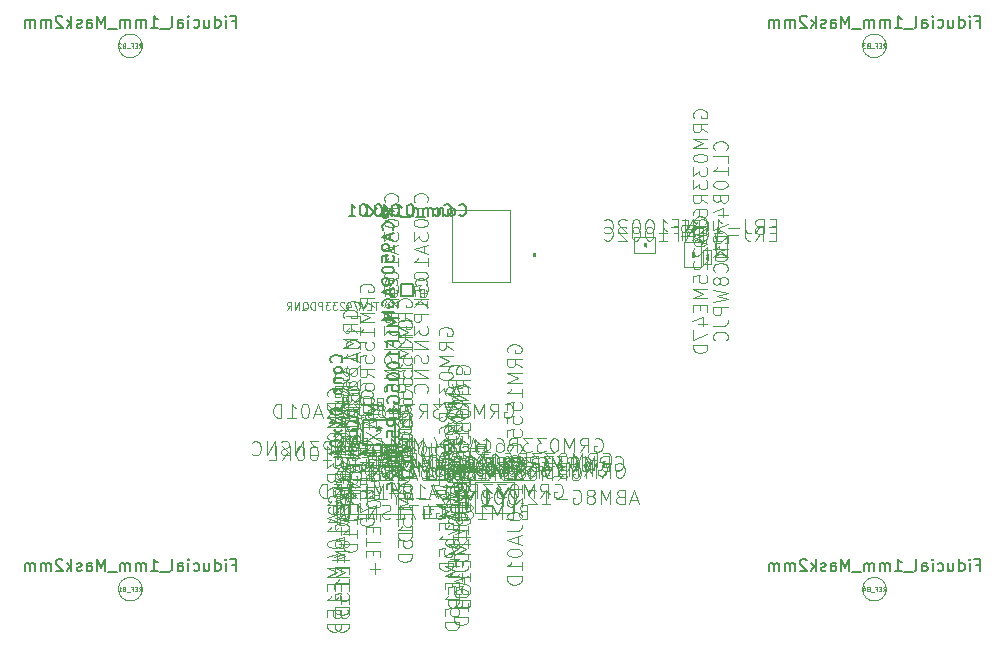
<source format=gbr>
G04 #@! TF.GenerationSoftware,KiCad,Pcbnew,(5.1.5)-3*
G04 #@! TF.CreationDate,2020-09-24T19:31:20+09:00*
G04 #@! TF.ProjectId,WF_Board,57465f42-6f61-4726-942e-6b696361645f,rev?*
G04 #@! TF.SameCoordinates,Original*
G04 #@! TF.FileFunction,Other,Fab,Bot*
%FSLAX46Y46*%
G04 Gerber Fmt 4.6, Leading zero omitted, Abs format (unit mm)*
G04 Created by KiCad (PCBNEW (5.1.5)-3) date 2020-09-24 19:31:20*
%MOMM*%
%LPD*%
G04 APERTURE LIST*
%ADD10C,0.127000*%
%ADD11C,0.120000*%
%ADD12C,0.152400*%
%ADD13C,0.100000*%
%ADD14C,0.015000*%
%ADD15C,0.025400*%
%ADD16C,0.150000*%
%ADD17C,0.060000*%
%ADD18C,0.040000*%
G04 APERTURE END LIST*
D10*
X129900000Y-94200000D02*
X129900000Y-95200000D01*
X129900000Y-95200000D02*
X130900000Y-95200000D01*
X130900000Y-95200000D02*
X130900000Y-94200000D01*
X130900000Y-94200000D02*
X129900000Y-94200000D01*
D11*
X128970000Y-94595000D02*
X128970000Y-95235000D01*
X129310000Y-94595000D02*
X128970000Y-94595000D01*
X129310000Y-95235000D02*
X129310000Y-94595000D01*
X128970000Y-95235000D02*
X129310000Y-95235000D01*
X131830000Y-95240000D02*
X131830000Y-94600000D01*
X131490000Y-95240000D02*
X131830000Y-95240000D01*
X131490000Y-94600000D02*
X131490000Y-95240000D01*
X131830000Y-94600000D02*
X131490000Y-94600000D01*
X133940000Y-108440000D02*
X133940000Y-107800000D01*
X133600000Y-108440000D02*
X133940000Y-108440000D01*
X133600000Y-107800000D02*
X133600000Y-108440000D01*
X133940000Y-107800000D02*
X133600000Y-107800000D01*
X157511400Y-91849880D02*
X157511400Y-90089880D01*
X156551400Y-91849880D02*
X157511400Y-91849880D01*
X156551400Y-90089880D02*
X156551400Y-91849880D01*
X157511400Y-90089880D02*
X156551400Y-90089880D01*
X138870240Y-109217380D02*
X138230240Y-109217380D01*
X138870240Y-109557380D02*
X138870240Y-109217380D01*
X138230240Y-109557380D02*
X138870240Y-109557380D01*
X138230240Y-109217380D02*
X138230240Y-109557380D01*
X126171900Y-107462340D02*
X126171900Y-105702340D01*
X125211900Y-107462340D02*
X126171900Y-107462340D01*
X125211900Y-105702340D02*
X125211900Y-107462340D01*
X126171900Y-105702340D02*
X125211900Y-105702340D01*
X132993500Y-111900920D02*
X133633500Y-111900920D01*
X132993500Y-111560920D02*
X132993500Y-111900920D01*
X133633500Y-111560920D02*
X132993500Y-111560920D01*
X133633500Y-111900920D02*
X133633500Y-111560920D01*
X134745140Y-111637780D02*
X134745140Y-110997780D01*
X134405140Y-111637780D02*
X134745140Y-111637780D01*
X134405140Y-110997780D02*
X134405140Y-111637780D01*
X134745140Y-110997780D02*
X134405140Y-110997780D01*
X126746200Y-103802700D02*
X126746200Y-104962700D01*
X127406200Y-103802700D02*
X126746200Y-103802700D01*
X127406200Y-104962700D02*
X127406200Y-103802700D01*
X126746200Y-104962700D02*
X127406200Y-104962700D01*
X136532600Y-110197440D02*
X137692600Y-110197440D01*
X136532600Y-109537440D02*
X136532600Y-110197440D01*
X137692600Y-109537440D02*
X136532600Y-109537440D01*
X137692600Y-110197440D02*
X137692600Y-109537440D01*
X125131240Y-112202340D02*
X125131240Y-111562340D01*
X124791240Y-112202340D02*
X125131240Y-112202340D01*
X124791240Y-111562340D02*
X124791240Y-112202340D01*
X125131240Y-111562340D02*
X124791240Y-111562340D01*
X139916560Y-110018180D02*
X139916560Y-108858180D01*
X139256560Y-110018180D02*
X139916560Y-110018180D01*
X139256560Y-108858180D02*
X139256560Y-110018180D01*
X139916560Y-108858180D02*
X139256560Y-108858180D01*
X134748060Y-112294800D02*
X134748060Y-113454800D01*
X135408060Y-112294800D02*
X134748060Y-112294800D01*
X135408060Y-113454800D02*
X135408060Y-112294800D01*
X134748060Y-113454800D02*
X135408060Y-113454800D01*
X125430320Y-108294120D02*
X126070320Y-108294120D01*
X125430320Y-107954120D02*
X125430320Y-108294120D01*
X126070320Y-107954120D02*
X125430320Y-107954120D01*
X126070320Y-108294120D02*
X126070320Y-107954120D01*
X125437960Y-103152180D02*
X125437960Y-104912180D01*
X126397960Y-103152180D02*
X125437960Y-103152180D01*
X126397960Y-104912180D02*
X126397960Y-103152180D01*
X125437960Y-104912180D02*
X126397960Y-104912180D01*
X129977080Y-105060500D02*
X129977080Y-106220500D01*
X130637080Y-105060500D02*
X129977080Y-105060500D01*
X130637080Y-106220500D02*
X130637080Y-105060500D01*
X129977080Y-106220500D02*
X130637080Y-106220500D01*
X155315340Y-92738540D02*
X155315340Y-90578540D01*
X153915340Y-92738540D02*
X155315340Y-92738540D01*
X153915340Y-90578540D02*
X153915340Y-92738540D01*
X155315340Y-90578540D02*
X153915340Y-90578540D01*
D12*
X126893320Y-107824400D02*
X126693320Y-107624400D01*
X126693320Y-105665400D02*
X129436520Y-105665400D01*
X129436520Y-105665400D02*
X129436520Y-107824400D01*
X129436520Y-107824400D02*
X126693320Y-107824400D01*
X126693320Y-107824400D02*
X126693320Y-105665400D01*
D11*
X125579020Y-109506900D02*
X125579020Y-113606900D01*
X129679020Y-109506900D02*
X125579020Y-109506900D01*
X129679020Y-113606900D02*
X129679020Y-109506900D01*
X125579020Y-113606900D02*
X129679020Y-113606900D01*
X124791240Y-112976440D02*
X124791240Y-113616440D01*
X125131240Y-112976440D02*
X124791240Y-112976440D01*
X125131240Y-113616440D02*
X125131240Y-112976440D01*
X124791240Y-113616440D02*
X125131240Y-113616440D01*
X124158780Y-112977120D02*
X124158780Y-113617120D01*
X124498780Y-112977120D02*
X124158780Y-112977120D01*
X124498780Y-113617120D02*
X124498780Y-112977120D01*
X124158780Y-113617120D02*
X124498780Y-113617120D01*
X135959400Y-109268180D02*
X135319400Y-109268180D01*
X135959400Y-109608180D02*
X135959400Y-109268180D01*
X135319400Y-109608180D02*
X135959400Y-109608180D01*
X135319400Y-109268180D02*
X135319400Y-109608180D01*
X135161160Y-110075900D02*
X134521160Y-110075900D01*
X135161160Y-110415900D02*
X135161160Y-110075900D01*
X134521160Y-110415900D02*
X135161160Y-110415900D01*
X134521160Y-110075900D02*
X134521160Y-110415900D01*
X134463200Y-113499600D02*
X134463200Y-112859600D01*
X134123200Y-113499600D02*
X134463200Y-113499600D01*
X134123200Y-112859600D02*
X134123200Y-113499600D01*
X134463200Y-112859600D02*
X134123200Y-112859600D01*
X135412040Y-111639440D02*
X135412040Y-110999440D01*
X135072040Y-111639440D02*
X135412040Y-111639440D01*
X135072040Y-110999440D02*
X135072040Y-111639440D01*
X135412040Y-110999440D02*
X135072040Y-110999440D01*
X133608720Y-112992020D02*
X131808720Y-112992020D01*
X133608720Y-113992020D02*
X133608720Y-112992020D01*
X131808720Y-113992020D02*
X133608720Y-113992020D01*
X131808720Y-112992020D02*
X131808720Y-113992020D01*
X133826680Y-109740820D02*
X132026680Y-109740820D01*
X133826680Y-110740820D02*
X133826680Y-109740820D01*
X132026680Y-110740820D02*
X133826680Y-110740820D01*
X132026680Y-109740820D02*
X132026680Y-110740820D01*
X138868380Y-109834600D02*
X138228380Y-109834600D01*
X138868380Y-110174600D02*
X138868380Y-109834600D01*
X138228380Y-110174600D02*
X138868380Y-110174600D01*
X138228380Y-109834600D02*
X138228380Y-110174600D01*
X137103160Y-109270360D02*
X137743160Y-109270360D01*
X137103160Y-108930360D02*
X137103160Y-109270360D01*
X137743160Y-108930360D02*
X137103160Y-108930360D01*
X137743160Y-109270360D02*
X137743160Y-108930360D01*
D13*
X171000000Y-74000000D02*
G75*
G03X171000000Y-74000000I-1000000J0D01*
G01*
X171000000Y-120000000D02*
G75*
G03X171000000Y-120000000I-1000000J0D01*
G01*
X108000000Y-120000000D02*
G75*
G03X108000000Y-120000000I-1000000J0D01*
G01*
X108000000Y-120000000D02*
G75*
G03X108000000Y-120000000I-1000000J0D01*
G01*
X108000000Y-120000000D02*
G75*
G03X108000000Y-120000000I-1000000J0D01*
G01*
X108000000Y-74000000D02*
G75*
G03X108000000Y-74000000I-1000000J0D01*
G01*
D11*
X129553340Y-108373220D02*
X128913340Y-108373220D01*
X129553340Y-108713220D02*
X129553340Y-108373220D01*
X128913340Y-108713220D02*
X129553340Y-108713220D01*
X128913340Y-108373220D02*
X128913340Y-108713220D01*
X128259120Y-108373220D02*
X127619120Y-108373220D01*
X128259120Y-108713220D02*
X128259120Y-108373220D01*
X127619120Y-108713220D02*
X128259120Y-108713220D01*
X127619120Y-108373220D02*
X127619120Y-108713220D01*
D13*
X128400620Y-104796200D02*
X128400620Y-103796200D01*
X127900620Y-104796200D02*
X128400620Y-104796200D01*
X127900620Y-103796200D02*
X127900620Y-104796200D01*
X128400620Y-103796200D02*
X127900620Y-103796200D01*
D11*
X130626920Y-108023400D02*
X130626920Y-106863400D01*
X129966920Y-108023400D02*
X130626920Y-108023400D01*
X129966920Y-106863400D02*
X129966920Y-108023400D01*
X130626920Y-106863400D02*
X129966920Y-106863400D01*
X129572980Y-104784200D02*
X128932980Y-104784200D01*
X129572980Y-105124200D02*
X129572980Y-104784200D01*
X128932980Y-105124200D02*
X129572980Y-105124200D01*
X128932980Y-104784200D02*
X128932980Y-105124200D01*
X136173800Y-113542340D02*
X139473800Y-113542340D01*
X136173800Y-110942340D02*
X136173800Y-113542340D01*
X139473800Y-110942340D02*
X136173800Y-110942340D01*
X139473800Y-113542340D02*
X139473800Y-110942340D01*
X136381120Y-108013060D02*
X137021120Y-108013060D01*
X136381120Y-107673060D02*
X136381120Y-108013060D01*
X137021120Y-107673060D02*
X136381120Y-107673060D01*
X137021120Y-108013060D02*
X137021120Y-107673060D01*
X139153120Y-87876780D02*
X134213120Y-87876780D01*
X134213120Y-87876780D02*
X134213120Y-94016780D01*
X134213120Y-94016780D02*
X139153120Y-94016780D01*
X139153120Y-94016780D02*
X139153120Y-87876780D01*
X154763940Y-89148340D02*
X154123940Y-89148340D01*
X154763940Y-89488340D02*
X154763940Y-89148340D01*
X154123940Y-89488340D02*
X154763940Y-89488340D01*
X154123940Y-89148340D02*
X154123940Y-89488340D01*
X154742940Y-89783340D02*
X154102940Y-89783340D01*
X154742940Y-90123340D02*
X154742940Y-89783340D01*
X154102940Y-90123340D02*
X154742940Y-90123340D01*
X154102940Y-89783340D02*
X154102940Y-90123340D01*
X155141940Y-89379340D02*
X155141940Y-90019340D01*
X155481940Y-89379340D02*
X155141940Y-89379340D01*
X155481940Y-90019340D02*
X155481940Y-89379340D01*
X155141940Y-90019340D02*
X155481940Y-90019340D01*
X151455940Y-91550340D02*
X151455940Y-90170340D01*
X149675940Y-91550340D02*
X151455940Y-91550340D01*
X149675940Y-90170340D02*
X149675940Y-91550340D01*
X151455940Y-90170340D02*
X149675940Y-90170340D01*
X156187920Y-91312120D02*
X155527920Y-91312120D01*
X155527920Y-91312120D02*
X155527920Y-92472120D01*
X155527920Y-92472120D02*
X156187920Y-92472120D01*
X156187920Y-92472120D02*
X156187920Y-91312120D01*
D14*
X127955276Y-95693123D02*
X127589561Y-95693123D01*
X127772419Y-96333123D02*
X127772419Y-95693123D01*
X127071466Y-96333123D02*
X127376228Y-96333123D01*
X127376228Y-95693123D01*
X126949561Y-95693123D02*
X126736228Y-96333123D01*
X126522895Y-95693123D01*
X126370514Y-95693123D02*
X125943847Y-95693123D01*
X126218133Y-96333123D01*
X125425752Y-95906457D02*
X125425752Y-96333123D01*
X125578133Y-95662647D02*
X125730514Y-96119790D01*
X125334323Y-96119790D01*
X125120990Y-95754076D02*
X125090514Y-95723600D01*
X125029561Y-95693123D01*
X124877180Y-95693123D01*
X124816228Y-95723600D01*
X124785752Y-95754076D01*
X124755276Y-95815028D01*
X124755276Y-95875980D01*
X124785752Y-95967409D01*
X125151466Y-96333123D01*
X124755276Y-96333123D01*
X124541942Y-95693123D02*
X124145752Y-95693123D01*
X124359085Y-95936933D01*
X124267657Y-95936933D01*
X124206704Y-95967409D01*
X124176228Y-95997885D01*
X124145752Y-96058838D01*
X124145752Y-96211219D01*
X124176228Y-96272171D01*
X124206704Y-96302647D01*
X124267657Y-96333123D01*
X124450514Y-96333123D01*
X124511466Y-96302647D01*
X124541942Y-96272171D01*
X123932419Y-95693123D02*
X123536228Y-95693123D01*
X123749561Y-95936933D01*
X123658133Y-95936933D01*
X123597180Y-95967409D01*
X123566704Y-95997885D01*
X123536228Y-96058838D01*
X123536228Y-96211219D01*
X123566704Y-96272171D01*
X123597180Y-96302647D01*
X123658133Y-96333123D01*
X123840990Y-96333123D01*
X123901942Y-96302647D01*
X123932419Y-96272171D01*
X123261942Y-96333123D02*
X123261942Y-95693123D01*
X123018133Y-95693123D01*
X122957180Y-95723600D01*
X122926704Y-95754076D01*
X122896228Y-95815028D01*
X122896228Y-95906457D01*
X122926704Y-95967409D01*
X122957180Y-95997885D01*
X123018133Y-96028361D01*
X123261942Y-96028361D01*
X122621942Y-96333123D02*
X122621942Y-95693123D01*
X122469561Y-95693123D01*
X122378133Y-95723600D01*
X122317180Y-95784552D01*
X122286704Y-95845504D01*
X122256228Y-95967409D01*
X122256228Y-96058838D01*
X122286704Y-96180742D01*
X122317180Y-96241695D01*
X122378133Y-96302647D01*
X122469561Y-96333123D01*
X122621942Y-96333123D01*
X121555276Y-96394076D02*
X121616228Y-96363600D01*
X121677180Y-96302647D01*
X121768609Y-96211219D01*
X121829561Y-96180742D01*
X121890514Y-96180742D01*
X121860038Y-96333123D02*
X121920990Y-96302647D01*
X121981942Y-96241695D01*
X122012419Y-96119790D01*
X122012419Y-95906457D01*
X121981942Y-95784552D01*
X121920990Y-95723600D01*
X121860038Y-95693123D01*
X121738133Y-95693123D01*
X121677180Y-95723600D01*
X121616228Y-95784552D01*
X121585752Y-95906457D01*
X121585752Y-96119790D01*
X121616228Y-96241695D01*
X121677180Y-96302647D01*
X121738133Y-96333123D01*
X121860038Y-96333123D01*
X121311466Y-96333123D02*
X121311466Y-95693123D01*
X120945752Y-96333123D01*
X120945752Y-95693123D01*
X120275276Y-96333123D02*
X120488609Y-96028361D01*
X120640990Y-96333123D02*
X120640990Y-95693123D01*
X120397180Y-95693123D01*
X120336228Y-95723600D01*
X120305752Y-95754076D01*
X120275276Y-95815028D01*
X120275276Y-95906457D01*
X120305752Y-95967409D01*
X120336228Y-95997885D01*
X120397180Y-96028361D01*
X120640990Y-96028361D01*
D13*
X129497142Y-94272142D02*
X129544761Y-94224523D01*
X129592380Y-94081666D01*
X129592380Y-93986428D01*
X129544761Y-93843571D01*
X129449523Y-93748333D01*
X129354285Y-93700714D01*
X129163809Y-93653095D01*
X129020952Y-93653095D01*
X128830476Y-93700714D01*
X128735238Y-93748333D01*
X128640000Y-93843571D01*
X128592380Y-93986428D01*
X128592380Y-94081666D01*
X128640000Y-94224523D01*
X128687619Y-94272142D01*
X128592380Y-95176904D02*
X128592380Y-94700714D01*
X129068571Y-94653095D01*
X129020952Y-94700714D01*
X128973333Y-94795952D01*
X128973333Y-95034047D01*
X129020952Y-95129285D01*
X129068571Y-95176904D01*
X129163809Y-95224523D01*
X129401904Y-95224523D01*
X129497142Y-95176904D01*
X129544761Y-95129285D01*
X129592380Y-95034047D01*
X129592380Y-94795952D01*
X129544761Y-94700714D01*
X129497142Y-94653095D01*
X128687619Y-95605476D02*
X128640000Y-95653095D01*
X128592380Y-95748333D01*
X128592380Y-95986428D01*
X128640000Y-96081666D01*
X128687619Y-96129285D01*
X128782857Y-96176904D01*
X128878095Y-96176904D01*
X129020952Y-96129285D01*
X129592380Y-95557857D01*
X129592380Y-96176904D01*
D11*
X129568571Y-87229285D02*
X129625714Y-87172142D01*
X129682857Y-87000714D01*
X129682857Y-86886428D01*
X129625714Y-86715000D01*
X129511428Y-86600714D01*
X129397142Y-86543571D01*
X129168571Y-86486428D01*
X128997142Y-86486428D01*
X128768571Y-86543571D01*
X128654285Y-86600714D01*
X128540000Y-86715000D01*
X128482857Y-86886428D01*
X128482857Y-87000714D01*
X128540000Y-87172142D01*
X128597142Y-87229285D01*
X129682857Y-88315000D02*
X129682857Y-87743571D01*
X128482857Y-87743571D01*
X128482857Y-88943571D02*
X128482857Y-89057857D01*
X128540000Y-89172142D01*
X128597142Y-89229285D01*
X128711428Y-89286428D01*
X128940000Y-89343571D01*
X129225714Y-89343571D01*
X129454285Y-89286428D01*
X129568571Y-89229285D01*
X129625714Y-89172142D01*
X129682857Y-89057857D01*
X129682857Y-88943571D01*
X129625714Y-88829285D01*
X129568571Y-88772142D01*
X129454285Y-88715000D01*
X129225714Y-88657857D01*
X128940000Y-88657857D01*
X128711428Y-88715000D01*
X128597142Y-88772142D01*
X128540000Y-88829285D01*
X128482857Y-88943571D01*
X128482857Y-89743571D02*
X128482857Y-90486428D01*
X128940000Y-90086428D01*
X128940000Y-90257857D01*
X128997142Y-90372142D01*
X129054285Y-90429285D01*
X129168571Y-90486428D01*
X129454285Y-90486428D01*
X129568571Y-90429285D01*
X129625714Y-90372142D01*
X129682857Y-90257857D01*
X129682857Y-89915000D01*
X129625714Y-89800714D01*
X129568571Y-89743571D01*
X129340000Y-90943571D02*
X129340000Y-91515000D01*
X129682857Y-90829285D02*
X128482857Y-91229285D01*
X129682857Y-91629285D01*
X129682857Y-92657857D02*
X129682857Y-91972142D01*
X129682857Y-92315000D02*
X128482857Y-92315000D01*
X128654285Y-92200714D01*
X128768571Y-92086428D01*
X128825714Y-91972142D01*
X128482857Y-93400714D02*
X128482857Y-93515000D01*
X128540000Y-93629285D01*
X128597142Y-93686428D01*
X128711428Y-93743571D01*
X128940000Y-93800714D01*
X129225714Y-93800714D01*
X129454285Y-93743571D01*
X129568571Y-93686428D01*
X129625714Y-93629285D01*
X129682857Y-93515000D01*
X129682857Y-93400714D01*
X129625714Y-93286428D01*
X129568571Y-93229285D01*
X129454285Y-93172142D01*
X129225714Y-93115000D01*
X128940000Y-93115000D01*
X128711428Y-93172142D01*
X128597142Y-93229285D01*
X128540000Y-93286428D01*
X128482857Y-93400714D01*
X128482857Y-94886428D02*
X128482857Y-94315000D01*
X129054285Y-94257857D01*
X128997142Y-94315000D01*
X128940000Y-94429285D01*
X128940000Y-94715000D01*
X128997142Y-94829285D01*
X129054285Y-94886428D01*
X129168571Y-94943571D01*
X129454285Y-94943571D01*
X129568571Y-94886428D01*
X129625714Y-94829285D01*
X129682857Y-94715000D01*
X129682857Y-94429285D01*
X129625714Y-94315000D01*
X129568571Y-94257857D01*
X129682857Y-95457857D02*
X128482857Y-95457857D01*
X129682857Y-96143571D02*
X128997142Y-95629285D01*
X128482857Y-96143571D02*
X129168571Y-95457857D01*
X129682857Y-96657857D02*
X128482857Y-96657857D01*
X128482857Y-97115000D01*
X128540000Y-97229285D01*
X128597142Y-97286428D01*
X128711428Y-97343571D01*
X128882857Y-97343571D01*
X128997142Y-97286428D01*
X129054285Y-97229285D01*
X129111428Y-97115000D01*
X129111428Y-96657857D01*
X128482857Y-97743571D02*
X128482857Y-98486428D01*
X128940000Y-98086428D01*
X128940000Y-98257857D01*
X128997142Y-98372142D01*
X129054285Y-98429285D01*
X129168571Y-98486428D01*
X129454285Y-98486428D01*
X129568571Y-98429285D01*
X129625714Y-98372142D01*
X129682857Y-98257857D01*
X129682857Y-97915000D01*
X129625714Y-97800714D01*
X129568571Y-97743571D01*
X129682857Y-99000714D02*
X128482857Y-99000714D01*
X129682857Y-99686428D01*
X128482857Y-99686428D01*
X129625714Y-100200714D02*
X129682857Y-100372142D01*
X129682857Y-100657857D01*
X129625714Y-100772142D01*
X129568571Y-100829285D01*
X129454285Y-100886428D01*
X129340000Y-100886428D01*
X129225714Y-100829285D01*
X129168571Y-100772142D01*
X129111428Y-100657857D01*
X129054285Y-100429285D01*
X128997142Y-100315000D01*
X128940000Y-100257857D01*
X128825714Y-100200714D01*
X128711428Y-100200714D01*
X128597142Y-100257857D01*
X128540000Y-100315000D01*
X128482857Y-100429285D01*
X128482857Y-100715000D01*
X128540000Y-100886428D01*
X129682857Y-101400714D02*
X128482857Y-101400714D01*
X129682857Y-102086428D01*
X128482857Y-102086428D01*
X129568571Y-103343571D02*
X129625714Y-103286428D01*
X129682857Y-103115000D01*
X129682857Y-103000714D01*
X129625714Y-102829285D01*
X129511428Y-102715000D01*
X129397142Y-102657857D01*
X129168571Y-102600714D01*
X128997142Y-102600714D01*
X128768571Y-102657857D01*
X128654285Y-102715000D01*
X128540000Y-102829285D01*
X128482857Y-103000714D01*
X128482857Y-103115000D01*
X128540000Y-103286428D01*
X128597142Y-103343571D01*
D13*
X132017142Y-94277142D02*
X132064761Y-94229523D01*
X132112380Y-94086666D01*
X132112380Y-93991428D01*
X132064761Y-93848571D01*
X131969523Y-93753333D01*
X131874285Y-93705714D01*
X131683809Y-93658095D01*
X131540952Y-93658095D01*
X131350476Y-93705714D01*
X131255238Y-93753333D01*
X131160000Y-93848571D01*
X131112380Y-93991428D01*
X131112380Y-94086666D01*
X131160000Y-94229523D01*
X131207619Y-94277142D01*
X131112380Y-95181904D02*
X131112380Y-94705714D01*
X131588571Y-94658095D01*
X131540952Y-94705714D01*
X131493333Y-94800952D01*
X131493333Y-95039047D01*
X131540952Y-95134285D01*
X131588571Y-95181904D01*
X131683809Y-95229523D01*
X131921904Y-95229523D01*
X132017142Y-95181904D01*
X132064761Y-95134285D01*
X132112380Y-95039047D01*
X132112380Y-94800952D01*
X132064761Y-94705714D01*
X132017142Y-94658095D01*
X132112380Y-96181904D02*
X132112380Y-95610476D01*
X132112380Y-95896190D02*
X131112380Y-95896190D01*
X131255238Y-95800952D01*
X131350476Y-95705714D01*
X131398095Y-95610476D01*
D11*
X132088571Y-87234285D02*
X132145714Y-87177142D01*
X132202857Y-87005714D01*
X132202857Y-86891428D01*
X132145714Y-86720000D01*
X132031428Y-86605714D01*
X131917142Y-86548571D01*
X131688571Y-86491428D01*
X131517142Y-86491428D01*
X131288571Y-86548571D01*
X131174285Y-86605714D01*
X131060000Y-86720000D01*
X131002857Y-86891428D01*
X131002857Y-87005714D01*
X131060000Y-87177142D01*
X131117142Y-87234285D01*
X132202857Y-88320000D02*
X132202857Y-87748571D01*
X131002857Y-87748571D01*
X131002857Y-88948571D02*
X131002857Y-89062857D01*
X131060000Y-89177142D01*
X131117142Y-89234285D01*
X131231428Y-89291428D01*
X131460000Y-89348571D01*
X131745714Y-89348571D01*
X131974285Y-89291428D01*
X132088571Y-89234285D01*
X132145714Y-89177142D01*
X132202857Y-89062857D01*
X132202857Y-88948571D01*
X132145714Y-88834285D01*
X132088571Y-88777142D01*
X131974285Y-88720000D01*
X131745714Y-88662857D01*
X131460000Y-88662857D01*
X131231428Y-88720000D01*
X131117142Y-88777142D01*
X131060000Y-88834285D01*
X131002857Y-88948571D01*
X131002857Y-89748571D02*
X131002857Y-90491428D01*
X131460000Y-90091428D01*
X131460000Y-90262857D01*
X131517142Y-90377142D01*
X131574285Y-90434285D01*
X131688571Y-90491428D01*
X131974285Y-90491428D01*
X132088571Y-90434285D01*
X132145714Y-90377142D01*
X132202857Y-90262857D01*
X132202857Y-89920000D01*
X132145714Y-89805714D01*
X132088571Y-89748571D01*
X131860000Y-90948571D02*
X131860000Y-91520000D01*
X132202857Y-90834285D02*
X131002857Y-91234285D01*
X132202857Y-91634285D01*
X132202857Y-92662857D02*
X132202857Y-91977142D01*
X132202857Y-92320000D02*
X131002857Y-92320000D01*
X131174285Y-92205714D01*
X131288571Y-92091428D01*
X131345714Y-91977142D01*
X131002857Y-93405714D02*
X131002857Y-93520000D01*
X131060000Y-93634285D01*
X131117142Y-93691428D01*
X131231428Y-93748571D01*
X131460000Y-93805714D01*
X131745714Y-93805714D01*
X131974285Y-93748571D01*
X132088571Y-93691428D01*
X132145714Y-93634285D01*
X132202857Y-93520000D01*
X132202857Y-93405714D01*
X132145714Y-93291428D01*
X132088571Y-93234285D01*
X131974285Y-93177142D01*
X131745714Y-93120000D01*
X131460000Y-93120000D01*
X131231428Y-93177142D01*
X131117142Y-93234285D01*
X131060000Y-93291428D01*
X131002857Y-93405714D01*
X131002857Y-94891428D02*
X131002857Y-94320000D01*
X131574285Y-94262857D01*
X131517142Y-94320000D01*
X131460000Y-94434285D01*
X131460000Y-94720000D01*
X131517142Y-94834285D01*
X131574285Y-94891428D01*
X131688571Y-94948571D01*
X131974285Y-94948571D01*
X132088571Y-94891428D01*
X132145714Y-94834285D01*
X132202857Y-94720000D01*
X132202857Y-94434285D01*
X132145714Y-94320000D01*
X132088571Y-94262857D01*
X132202857Y-95462857D02*
X131002857Y-95462857D01*
X132202857Y-96148571D02*
X131517142Y-95634285D01*
X131002857Y-96148571D02*
X131688571Y-95462857D01*
X132202857Y-96662857D02*
X131002857Y-96662857D01*
X131002857Y-97120000D01*
X131060000Y-97234285D01*
X131117142Y-97291428D01*
X131231428Y-97348571D01*
X131402857Y-97348571D01*
X131517142Y-97291428D01*
X131574285Y-97234285D01*
X131631428Y-97120000D01*
X131631428Y-96662857D01*
X131002857Y-97748571D02*
X131002857Y-98491428D01*
X131460000Y-98091428D01*
X131460000Y-98262857D01*
X131517142Y-98377142D01*
X131574285Y-98434285D01*
X131688571Y-98491428D01*
X131974285Y-98491428D01*
X132088571Y-98434285D01*
X132145714Y-98377142D01*
X132202857Y-98262857D01*
X132202857Y-97920000D01*
X132145714Y-97805714D01*
X132088571Y-97748571D01*
X132202857Y-99005714D02*
X131002857Y-99005714D01*
X132202857Y-99691428D01*
X131002857Y-99691428D01*
X132145714Y-100205714D02*
X132202857Y-100377142D01*
X132202857Y-100662857D01*
X132145714Y-100777142D01*
X132088571Y-100834285D01*
X131974285Y-100891428D01*
X131860000Y-100891428D01*
X131745714Y-100834285D01*
X131688571Y-100777142D01*
X131631428Y-100662857D01*
X131574285Y-100434285D01*
X131517142Y-100320000D01*
X131460000Y-100262857D01*
X131345714Y-100205714D01*
X131231428Y-100205714D01*
X131117142Y-100262857D01*
X131060000Y-100320000D01*
X131002857Y-100434285D01*
X131002857Y-100720000D01*
X131060000Y-100891428D01*
X132202857Y-101405714D02*
X131002857Y-101405714D01*
X132202857Y-102091428D01*
X131002857Y-102091428D01*
X132088571Y-103348571D02*
X132145714Y-103291428D01*
X132202857Y-103120000D01*
X132202857Y-103005714D01*
X132145714Y-102834285D01*
X132031428Y-102720000D01*
X131917142Y-102662857D01*
X131688571Y-102605714D01*
X131517142Y-102605714D01*
X131288571Y-102662857D01*
X131174285Y-102720000D01*
X131060000Y-102834285D01*
X131002857Y-103005714D01*
X131002857Y-103120000D01*
X131060000Y-103291428D01*
X131117142Y-103348571D01*
D13*
X134127142Y-107953333D02*
X134174761Y-107905714D01*
X134222380Y-107762857D01*
X134222380Y-107667619D01*
X134174761Y-107524761D01*
X134079523Y-107429523D01*
X133984285Y-107381904D01*
X133793809Y-107334285D01*
X133650952Y-107334285D01*
X133460476Y-107381904D01*
X133365238Y-107429523D01*
X133270000Y-107524761D01*
X133222380Y-107667619D01*
X133222380Y-107762857D01*
X133270000Y-107905714D01*
X133317619Y-107953333D01*
X133222380Y-108810476D02*
X133222380Y-108620000D01*
X133270000Y-108524761D01*
X133317619Y-108477142D01*
X133460476Y-108381904D01*
X133650952Y-108334285D01*
X134031904Y-108334285D01*
X134127142Y-108381904D01*
X134174761Y-108429523D01*
X134222380Y-108524761D01*
X134222380Y-108715238D01*
X134174761Y-108810476D01*
X134127142Y-108858095D01*
X134031904Y-108905714D01*
X133793809Y-108905714D01*
X133698571Y-108858095D01*
X133650952Y-108810476D01*
X133603333Y-108715238D01*
X133603333Y-108524761D01*
X133650952Y-108429523D01*
X133698571Y-108381904D01*
X133793809Y-108334285D01*
D11*
X133170000Y-98491428D02*
X133112857Y-98377142D01*
X133112857Y-98205714D01*
X133170000Y-98034285D01*
X133284285Y-97920000D01*
X133398571Y-97862857D01*
X133627142Y-97805714D01*
X133798571Y-97805714D01*
X134027142Y-97862857D01*
X134141428Y-97920000D01*
X134255714Y-98034285D01*
X134312857Y-98205714D01*
X134312857Y-98320000D01*
X134255714Y-98491428D01*
X134198571Y-98548571D01*
X133798571Y-98548571D01*
X133798571Y-98320000D01*
X134312857Y-99748571D02*
X133741428Y-99348571D01*
X134312857Y-99062857D02*
X133112857Y-99062857D01*
X133112857Y-99520000D01*
X133170000Y-99634285D01*
X133227142Y-99691428D01*
X133341428Y-99748571D01*
X133512857Y-99748571D01*
X133627142Y-99691428D01*
X133684285Y-99634285D01*
X133741428Y-99520000D01*
X133741428Y-99062857D01*
X134312857Y-100262857D02*
X133112857Y-100262857D01*
X133970000Y-100662857D01*
X133112857Y-101062857D01*
X134312857Y-101062857D01*
X133112857Y-101862857D02*
X133112857Y-101977142D01*
X133170000Y-102091428D01*
X133227142Y-102148571D01*
X133341428Y-102205714D01*
X133570000Y-102262857D01*
X133855714Y-102262857D01*
X134084285Y-102205714D01*
X134198571Y-102148571D01*
X134255714Y-102091428D01*
X134312857Y-101977142D01*
X134312857Y-101862857D01*
X134255714Y-101748571D01*
X134198571Y-101691428D01*
X134084285Y-101634285D01*
X133855714Y-101577142D01*
X133570000Y-101577142D01*
X133341428Y-101634285D01*
X133227142Y-101691428D01*
X133170000Y-101748571D01*
X133112857Y-101862857D01*
X133112857Y-102662857D02*
X133112857Y-103405714D01*
X133570000Y-103005714D01*
X133570000Y-103177142D01*
X133627142Y-103291428D01*
X133684285Y-103348571D01*
X133798571Y-103405714D01*
X134084285Y-103405714D01*
X134198571Y-103348571D01*
X134255714Y-103291428D01*
X134312857Y-103177142D01*
X134312857Y-102834285D01*
X134255714Y-102720000D01*
X134198571Y-102662857D01*
X133112857Y-103805714D02*
X133112857Y-104548571D01*
X133570000Y-104148571D01*
X133570000Y-104320000D01*
X133627142Y-104434285D01*
X133684285Y-104491428D01*
X133798571Y-104548571D01*
X134084285Y-104548571D01*
X134198571Y-104491428D01*
X134255714Y-104434285D01*
X134312857Y-104320000D01*
X134312857Y-103977142D01*
X134255714Y-103862857D01*
X134198571Y-103805714D01*
X134312857Y-105748571D02*
X133741428Y-105348571D01*
X134312857Y-105062857D02*
X133112857Y-105062857D01*
X133112857Y-105520000D01*
X133170000Y-105634285D01*
X133227142Y-105691428D01*
X133341428Y-105748571D01*
X133512857Y-105748571D01*
X133627142Y-105691428D01*
X133684285Y-105634285D01*
X133741428Y-105520000D01*
X133741428Y-105062857D01*
X133112857Y-106777142D02*
X133112857Y-106548571D01*
X133170000Y-106434285D01*
X133227142Y-106377142D01*
X133398571Y-106262857D01*
X133627142Y-106205714D01*
X134084285Y-106205714D01*
X134198571Y-106262857D01*
X134255714Y-106320000D01*
X134312857Y-106434285D01*
X134312857Y-106662857D01*
X134255714Y-106777142D01*
X134198571Y-106834285D01*
X134084285Y-106891428D01*
X133798571Y-106891428D01*
X133684285Y-106834285D01*
X133627142Y-106777142D01*
X133570000Y-106662857D01*
X133570000Y-106434285D01*
X133627142Y-106320000D01*
X133684285Y-106262857D01*
X133798571Y-106205714D01*
X134312857Y-108034285D02*
X134312857Y-107348571D01*
X134312857Y-107691428D02*
X133112857Y-107691428D01*
X133284285Y-107577142D01*
X133398571Y-107462857D01*
X133455714Y-107348571D01*
X133970000Y-108491428D02*
X133970000Y-109062857D01*
X134312857Y-108377142D02*
X133112857Y-108777142D01*
X134312857Y-109177142D01*
X134312857Y-110205714D02*
X134312857Y-109520000D01*
X134312857Y-109862857D02*
X133112857Y-109862857D01*
X133284285Y-109748571D01*
X133398571Y-109634285D01*
X133455714Y-109520000D01*
X133112857Y-110948571D02*
X133112857Y-111062857D01*
X133170000Y-111177142D01*
X133227142Y-111234285D01*
X133341428Y-111291428D01*
X133570000Y-111348571D01*
X133855714Y-111348571D01*
X134084285Y-111291428D01*
X134198571Y-111234285D01*
X134255714Y-111177142D01*
X134312857Y-111062857D01*
X134312857Y-110948571D01*
X134255714Y-110834285D01*
X134198571Y-110777142D01*
X134084285Y-110720000D01*
X133855714Y-110662857D01*
X133570000Y-110662857D01*
X133341428Y-110720000D01*
X133227142Y-110777142D01*
X133170000Y-110834285D01*
X133112857Y-110948571D01*
X133512857Y-112377142D02*
X134312857Y-112377142D01*
X133055714Y-112091428D02*
X133912857Y-111805714D01*
X133912857Y-112548571D01*
X134312857Y-113005714D02*
X133112857Y-113005714D01*
X133970000Y-113405714D01*
X133112857Y-113805714D01*
X134312857Y-113805714D01*
X133684285Y-114377142D02*
X133684285Y-114777142D01*
X134312857Y-114948571D02*
X134312857Y-114377142D01*
X133112857Y-114377142D01*
X133112857Y-114948571D01*
X134312857Y-116091428D02*
X134312857Y-115405714D01*
X134312857Y-115748571D02*
X133112857Y-115748571D01*
X133284285Y-115634285D01*
X133398571Y-115520000D01*
X133455714Y-115405714D01*
X133112857Y-117177142D02*
X133112857Y-116605714D01*
X133684285Y-116548571D01*
X133627142Y-116605714D01*
X133570000Y-116720000D01*
X133570000Y-117005714D01*
X133627142Y-117120000D01*
X133684285Y-117177142D01*
X133798571Y-117234285D01*
X134084285Y-117234285D01*
X134198571Y-117177142D01*
X134255714Y-117120000D01*
X134312857Y-117005714D01*
X134312857Y-116720000D01*
X134255714Y-116605714D01*
X134198571Y-116548571D01*
X134312857Y-117748571D02*
X133112857Y-117748571D01*
X133112857Y-118034285D01*
X133170000Y-118205714D01*
X133284285Y-118320000D01*
X133398571Y-118377142D01*
X133627142Y-118434285D01*
X133798571Y-118434285D01*
X134027142Y-118377142D01*
X134141428Y-118320000D01*
X134255714Y-118205714D01*
X134312857Y-118034285D01*
X134312857Y-117748571D01*
D13*
X157388542Y-90327022D02*
X157436161Y-90279403D01*
X157483780Y-90136546D01*
X157483780Y-90041308D01*
X157436161Y-89898451D01*
X157340923Y-89803213D01*
X157245685Y-89755594D01*
X157055209Y-89707975D01*
X156912352Y-89707975D01*
X156721876Y-89755594D01*
X156626638Y-89803213D01*
X156531400Y-89898451D01*
X156483780Y-90041308D01*
X156483780Y-90136546D01*
X156531400Y-90279403D01*
X156579019Y-90327022D01*
X156483780Y-90660356D02*
X156483780Y-91279403D01*
X156864733Y-90946070D01*
X156864733Y-91088927D01*
X156912352Y-91184165D01*
X156959971Y-91231784D01*
X157055209Y-91279403D01*
X157293304Y-91279403D01*
X157388542Y-91231784D01*
X157436161Y-91184165D01*
X157483780Y-91088927D01*
X157483780Y-90803213D01*
X157436161Y-90707975D01*
X157388542Y-90660356D01*
X156483780Y-91898451D02*
X156483780Y-91993689D01*
X156531400Y-92088927D01*
X156579019Y-92136546D01*
X156674257Y-92184165D01*
X156864733Y-92231784D01*
X157102828Y-92231784D01*
X157293304Y-92184165D01*
X157388542Y-92136546D01*
X157436161Y-92088927D01*
X157483780Y-91993689D01*
X157483780Y-91898451D01*
X157436161Y-91803213D01*
X157388542Y-91755594D01*
X157293304Y-91707975D01*
X157102828Y-91660356D01*
X156864733Y-91660356D01*
X156674257Y-91707975D01*
X156579019Y-91755594D01*
X156531400Y-91803213D01*
X156483780Y-91898451D01*
D11*
X157459971Y-82827022D02*
X157517114Y-82769880D01*
X157574257Y-82598451D01*
X157574257Y-82484165D01*
X157517114Y-82312737D01*
X157402828Y-82198451D01*
X157288542Y-82141308D01*
X157059971Y-82084165D01*
X156888542Y-82084165D01*
X156659971Y-82141308D01*
X156545685Y-82198451D01*
X156431400Y-82312737D01*
X156374257Y-82484165D01*
X156374257Y-82598451D01*
X156431400Y-82769880D01*
X156488542Y-82827022D01*
X157574257Y-83912737D02*
X157574257Y-83341308D01*
X156374257Y-83341308D01*
X157574257Y-84941308D02*
X157574257Y-84255594D01*
X157574257Y-84598451D02*
X156374257Y-84598451D01*
X156545685Y-84484165D01*
X156659971Y-84369880D01*
X156717114Y-84255594D01*
X156374257Y-85684165D02*
X156374257Y-85798451D01*
X156431400Y-85912737D01*
X156488542Y-85969880D01*
X156602828Y-86027022D01*
X156831400Y-86084165D01*
X157117114Y-86084165D01*
X157345685Y-86027022D01*
X157459971Y-85969880D01*
X157517114Y-85912737D01*
X157574257Y-85798451D01*
X157574257Y-85684165D01*
X157517114Y-85569880D01*
X157459971Y-85512737D01*
X157345685Y-85455594D01*
X157117114Y-85398451D01*
X156831400Y-85398451D01*
X156602828Y-85455594D01*
X156488542Y-85512737D01*
X156431400Y-85569880D01*
X156374257Y-85684165D01*
X156945685Y-86998451D02*
X157002828Y-87169879D01*
X157059971Y-87227022D01*
X157174257Y-87284165D01*
X157345685Y-87284165D01*
X157459971Y-87227022D01*
X157517114Y-87169879D01*
X157574257Y-87055594D01*
X157574257Y-86598451D01*
X156374257Y-86598451D01*
X156374257Y-86998451D01*
X156431400Y-87112737D01*
X156488542Y-87169879D01*
X156602828Y-87227022D01*
X156717114Y-87227022D01*
X156831400Y-87169879D01*
X156888542Y-87112737D01*
X156945685Y-86998451D01*
X156945685Y-86598451D01*
X156774257Y-88312737D02*
X157574257Y-88312737D01*
X156317114Y-88027022D02*
X157174257Y-87741308D01*
X157174257Y-88484165D01*
X156374257Y-88827022D02*
X156374257Y-89627022D01*
X157574257Y-89112737D01*
X156488542Y-90027022D02*
X156431400Y-90084165D01*
X156374257Y-90198451D01*
X156374257Y-90484165D01*
X156431400Y-90598451D01*
X156488542Y-90655594D01*
X156602828Y-90712737D01*
X156717114Y-90712737D01*
X156888542Y-90655594D01*
X157574257Y-89969879D01*
X157574257Y-90712737D01*
X157574257Y-91227022D02*
X156374257Y-91227022D01*
X157574257Y-91912737D02*
X156888542Y-91398451D01*
X156374257Y-91912737D02*
X157059971Y-91227022D01*
X157459971Y-93112737D02*
X157517114Y-93055594D01*
X157574257Y-92884165D01*
X157574257Y-92769879D01*
X157517114Y-92598451D01*
X157402828Y-92484165D01*
X157288542Y-92427022D01*
X157059971Y-92369879D01*
X156888542Y-92369879D01*
X156659971Y-92427022D01*
X156545685Y-92484165D01*
X156431400Y-92598451D01*
X156374257Y-92769879D01*
X156374257Y-92884165D01*
X156431400Y-93055594D01*
X156488542Y-93112737D01*
X156888542Y-93798451D02*
X156831400Y-93684165D01*
X156774257Y-93627022D01*
X156659971Y-93569879D01*
X156602828Y-93569879D01*
X156488542Y-93627022D01*
X156431400Y-93684165D01*
X156374257Y-93798451D01*
X156374257Y-94027022D01*
X156431400Y-94141308D01*
X156488542Y-94198451D01*
X156602828Y-94255594D01*
X156659971Y-94255594D01*
X156774257Y-94198451D01*
X156831400Y-94141308D01*
X156888542Y-94027022D01*
X156888542Y-93798451D01*
X156945685Y-93684165D01*
X157002828Y-93627022D01*
X157117114Y-93569879D01*
X157345685Y-93569879D01*
X157459971Y-93627022D01*
X157517114Y-93684165D01*
X157574257Y-93798451D01*
X157574257Y-94027022D01*
X157517114Y-94141308D01*
X157459971Y-94198451D01*
X157345685Y-94255594D01*
X157117114Y-94255594D01*
X157002828Y-94198451D01*
X156945685Y-94141308D01*
X156888542Y-94027022D01*
X156374257Y-94655594D02*
X157574257Y-94941308D01*
X156717114Y-95169879D01*
X157574257Y-95398451D01*
X156374257Y-95684165D01*
X157574257Y-96141308D02*
X156374257Y-96141308D01*
X156374257Y-96598451D01*
X156431400Y-96712737D01*
X156488542Y-96769879D01*
X156602828Y-96827022D01*
X156774257Y-96827022D01*
X156888542Y-96769879D01*
X156945685Y-96712737D01*
X157002828Y-96598451D01*
X157002828Y-96141308D01*
X156374257Y-97684165D02*
X157231400Y-97684165D01*
X157402828Y-97627022D01*
X157517114Y-97512737D01*
X157574257Y-97341308D01*
X157574257Y-97227022D01*
X157459971Y-98941308D02*
X157517114Y-98884165D01*
X157574257Y-98712737D01*
X157574257Y-98598451D01*
X157517114Y-98427022D01*
X157402828Y-98312737D01*
X157288542Y-98255594D01*
X157059971Y-98198451D01*
X156888542Y-98198451D01*
X156659971Y-98255594D01*
X156545685Y-98312737D01*
X156431400Y-98427022D01*
X156374257Y-98598451D01*
X156374257Y-98712737D01*
X156431400Y-98884165D01*
X156488542Y-98941308D01*
D13*
X139193097Y-109744522D02*
X139240716Y-109792141D01*
X139383573Y-109839760D01*
X139478811Y-109839760D01*
X139621668Y-109792141D01*
X139716906Y-109696903D01*
X139764525Y-109601665D01*
X139812144Y-109411189D01*
X139812144Y-109268332D01*
X139764525Y-109077856D01*
X139716906Y-108982618D01*
X139621668Y-108887380D01*
X139478811Y-108839760D01*
X139383573Y-108839760D01*
X139240716Y-108887380D01*
X139193097Y-108934999D01*
X138240716Y-109839760D02*
X138812144Y-109839760D01*
X138526430Y-109839760D02*
X138526430Y-108839760D01*
X138621668Y-108982618D01*
X138716906Y-109077856D01*
X138812144Y-109125475D01*
X137907382Y-108839760D02*
X137288335Y-108839760D01*
X137621668Y-109220713D01*
X137478811Y-109220713D01*
X137383573Y-109268332D01*
X137335954Y-109315951D01*
X137288335Y-109411189D01*
X137288335Y-109649284D01*
X137335954Y-109744522D01*
X137383573Y-109792141D01*
X137478811Y-109839760D01*
X137764525Y-109839760D01*
X137859763Y-109792141D01*
X137907382Y-109744522D01*
D11*
X148064525Y-108787380D02*
X148178811Y-108730237D01*
X148350240Y-108730237D01*
X148521668Y-108787380D01*
X148635954Y-108901665D01*
X148693097Y-109015951D01*
X148750240Y-109244522D01*
X148750240Y-109415951D01*
X148693097Y-109644522D01*
X148635954Y-109758808D01*
X148521668Y-109873094D01*
X148350240Y-109930237D01*
X148235954Y-109930237D01*
X148064525Y-109873094D01*
X148007382Y-109815951D01*
X148007382Y-109415951D01*
X148235954Y-109415951D01*
X146807382Y-109930237D02*
X147207382Y-109358808D01*
X147493097Y-109930237D02*
X147493097Y-108730237D01*
X147035954Y-108730237D01*
X146921668Y-108787380D01*
X146864525Y-108844522D01*
X146807382Y-108958808D01*
X146807382Y-109130237D01*
X146864525Y-109244522D01*
X146921668Y-109301665D01*
X147035954Y-109358808D01*
X147493097Y-109358808D01*
X146293097Y-109930237D02*
X146293097Y-108730237D01*
X145893097Y-109587380D01*
X145493097Y-108730237D01*
X145493097Y-109930237D01*
X144693097Y-108730237D02*
X144578811Y-108730237D01*
X144464525Y-108787380D01*
X144407382Y-108844522D01*
X144350240Y-108958808D01*
X144293097Y-109187380D01*
X144293097Y-109473094D01*
X144350240Y-109701665D01*
X144407382Y-109815951D01*
X144464525Y-109873094D01*
X144578811Y-109930237D01*
X144693097Y-109930237D01*
X144807382Y-109873094D01*
X144864525Y-109815951D01*
X144921668Y-109701665D01*
X144978811Y-109473094D01*
X144978811Y-109187380D01*
X144921668Y-108958808D01*
X144864525Y-108844522D01*
X144807382Y-108787380D01*
X144693097Y-108730237D01*
X143893097Y-108730237D02*
X143150240Y-108730237D01*
X143550240Y-109187380D01*
X143378811Y-109187380D01*
X143264525Y-109244522D01*
X143207382Y-109301665D01*
X143150240Y-109415951D01*
X143150240Y-109701665D01*
X143207382Y-109815951D01*
X143264525Y-109873094D01*
X143378811Y-109930237D01*
X143721668Y-109930237D01*
X143835954Y-109873094D01*
X143893097Y-109815951D01*
X142750240Y-108730237D02*
X142007382Y-108730237D01*
X142407382Y-109187380D01*
X142235954Y-109187380D01*
X142121668Y-109244522D01*
X142064525Y-109301665D01*
X142007382Y-109415951D01*
X142007382Y-109701665D01*
X142064525Y-109815951D01*
X142121668Y-109873094D01*
X142235954Y-109930237D01*
X142578811Y-109930237D01*
X142693097Y-109873094D01*
X142750240Y-109815951D01*
X140807382Y-109930237D02*
X141207382Y-109358808D01*
X141493097Y-109930237D02*
X141493097Y-108730237D01*
X141035954Y-108730237D01*
X140921668Y-108787380D01*
X140864525Y-108844522D01*
X140807382Y-108958808D01*
X140807382Y-109130237D01*
X140864525Y-109244522D01*
X140921668Y-109301665D01*
X141035954Y-109358808D01*
X141493097Y-109358808D01*
X139778811Y-108730237D02*
X140007382Y-108730237D01*
X140121668Y-108787380D01*
X140178811Y-108844522D01*
X140293097Y-109015951D01*
X140350240Y-109244522D01*
X140350240Y-109701665D01*
X140293097Y-109815951D01*
X140235954Y-109873094D01*
X140121668Y-109930237D01*
X139893097Y-109930237D01*
X139778811Y-109873094D01*
X139721668Y-109815951D01*
X139664525Y-109701665D01*
X139664525Y-109415951D01*
X139721668Y-109301665D01*
X139778811Y-109244522D01*
X139893097Y-109187380D01*
X140121668Y-109187380D01*
X140235954Y-109244522D01*
X140293097Y-109301665D01*
X140350240Y-109415951D01*
X138921668Y-108730237D02*
X138807382Y-108730237D01*
X138693097Y-108787380D01*
X138635954Y-108844522D01*
X138578811Y-108958808D01*
X138521668Y-109187380D01*
X138521668Y-109473094D01*
X138578811Y-109701665D01*
X138635954Y-109815951D01*
X138693097Y-109873094D01*
X138807382Y-109930237D01*
X138921668Y-109930237D01*
X139035954Y-109873094D01*
X139093097Y-109815951D01*
X139150240Y-109701665D01*
X139207382Y-109473094D01*
X139207382Y-109187380D01*
X139150240Y-108958808D01*
X139093097Y-108844522D01*
X139035954Y-108787380D01*
X138921668Y-108730237D01*
X137664525Y-108730237D02*
X137664525Y-109587380D01*
X137721668Y-109758808D01*
X137835954Y-109873094D01*
X138007382Y-109930237D01*
X138121668Y-109930237D01*
X136464525Y-109930237D02*
X137150240Y-109930237D01*
X136807382Y-109930237D02*
X136807382Y-108730237D01*
X136921668Y-108901665D01*
X137035954Y-109015951D01*
X137150240Y-109073094D01*
X135721668Y-108730237D02*
X135607382Y-108730237D01*
X135493097Y-108787380D01*
X135435954Y-108844522D01*
X135378811Y-108958808D01*
X135321668Y-109187380D01*
X135321668Y-109473094D01*
X135378811Y-109701665D01*
X135435954Y-109815951D01*
X135493097Y-109873094D01*
X135607382Y-109930237D01*
X135721668Y-109930237D01*
X135835954Y-109873094D01*
X135893097Y-109815951D01*
X135950240Y-109701665D01*
X136007382Y-109473094D01*
X136007382Y-109187380D01*
X135950240Y-108958808D01*
X135893097Y-108844522D01*
X135835954Y-108787380D01*
X135721668Y-108730237D01*
X134235954Y-108730237D02*
X134807382Y-108730237D01*
X134864525Y-109301665D01*
X134807382Y-109244522D01*
X134693097Y-109187380D01*
X134407382Y-109187380D01*
X134293097Y-109244522D01*
X134235954Y-109301665D01*
X134178811Y-109415951D01*
X134178811Y-109701665D01*
X134235954Y-109815951D01*
X134293097Y-109873094D01*
X134407382Y-109930237D01*
X134693097Y-109930237D01*
X134807382Y-109873094D01*
X134864525Y-109815951D01*
X133664525Y-109930237D02*
X133664525Y-108730237D01*
X133264525Y-109587380D01*
X132864525Y-108730237D01*
X132864525Y-109930237D01*
X132293097Y-109301665D02*
X131893097Y-109301665D01*
X131721668Y-109930237D02*
X132293097Y-109930237D01*
X132293097Y-108730237D01*
X131721668Y-108730237D01*
X131264525Y-109587380D02*
X130693097Y-109587380D01*
X131378811Y-109930237D02*
X130978811Y-108730237D01*
X130578811Y-109930237D01*
X130235954Y-108844522D02*
X130178811Y-108787380D01*
X130064525Y-108730237D01*
X129778811Y-108730237D01*
X129664525Y-108787380D01*
X129607382Y-108844522D01*
X129550240Y-108958808D01*
X129550240Y-109073094D01*
X129607382Y-109244522D01*
X130293097Y-109930237D01*
X129550240Y-109930237D01*
X129035954Y-109930237D02*
X129035954Y-108730237D01*
X128750240Y-108730237D01*
X128578811Y-108787380D01*
X128464525Y-108901665D01*
X128407382Y-109015951D01*
X128350240Y-109244522D01*
X128350240Y-109415951D01*
X128407382Y-109644522D01*
X128464525Y-109758808D01*
X128578811Y-109873094D01*
X128750240Y-109930237D01*
X129035954Y-109930237D01*
D13*
X126049042Y-105939482D02*
X126096661Y-105891863D01*
X126144280Y-105749006D01*
X126144280Y-105653768D01*
X126096661Y-105510911D01*
X126001423Y-105415673D01*
X125906185Y-105368054D01*
X125715709Y-105320435D01*
X125572852Y-105320435D01*
X125382376Y-105368054D01*
X125287138Y-105415673D01*
X125191900Y-105510911D01*
X125144280Y-105653768D01*
X125144280Y-105749006D01*
X125191900Y-105891863D01*
X125239519Y-105939482D01*
X126144280Y-106891863D02*
X126144280Y-106320435D01*
X126144280Y-106606149D02*
X125144280Y-106606149D01*
X125287138Y-106510911D01*
X125382376Y-106415673D01*
X125429995Y-106320435D01*
X125144280Y-107796625D02*
X125144280Y-107320435D01*
X125620471Y-107272816D01*
X125572852Y-107320435D01*
X125525233Y-107415673D01*
X125525233Y-107653768D01*
X125572852Y-107749006D01*
X125620471Y-107796625D01*
X125715709Y-107844244D01*
X125953804Y-107844244D01*
X126049042Y-107796625D01*
X126096661Y-107749006D01*
X126144280Y-107653768D01*
X126144280Y-107415673D01*
X126096661Y-107320435D01*
X126049042Y-107272816D01*
D11*
X125091900Y-97010911D02*
X125034757Y-96896625D01*
X125034757Y-96725197D01*
X125091900Y-96553768D01*
X125206185Y-96439482D01*
X125320471Y-96382340D01*
X125549042Y-96325197D01*
X125720471Y-96325197D01*
X125949042Y-96382340D01*
X126063328Y-96439482D01*
X126177614Y-96553768D01*
X126234757Y-96725197D01*
X126234757Y-96839482D01*
X126177614Y-97010911D01*
X126120471Y-97068054D01*
X125720471Y-97068054D01*
X125720471Y-96839482D01*
X126234757Y-98268054D02*
X125663328Y-97868054D01*
X126234757Y-97582340D02*
X125034757Y-97582340D01*
X125034757Y-98039482D01*
X125091900Y-98153768D01*
X125149042Y-98210911D01*
X125263328Y-98268054D01*
X125434757Y-98268054D01*
X125549042Y-98210911D01*
X125606185Y-98153768D01*
X125663328Y-98039482D01*
X125663328Y-97582340D01*
X126234757Y-98782340D02*
X125034757Y-98782340D01*
X125891900Y-99182340D01*
X125034757Y-99582340D01*
X126234757Y-99582340D01*
X126234757Y-100782340D02*
X126234757Y-100096625D01*
X126234757Y-100439482D02*
X125034757Y-100439482D01*
X125206185Y-100325197D01*
X125320471Y-100210911D01*
X125377614Y-100096625D01*
X125549042Y-101468054D02*
X125491900Y-101353768D01*
X125434757Y-101296625D01*
X125320471Y-101239482D01*
X125263328Y-101239482D01*
X125149042Y-101296625D01*
X125091900Y-101353768D01*
X125034757Y-101468054D01*
X125034757Y-101696625D01*
X125091900Y-101810911D01*
X125149042Y-101868054D01*
X125263328Y-101925197D01*
X125320471Y-101925197D01*
X125434757Y-101868054D01*
X125491900Y-101810911D01*
X125549042Y-101696625D01*
X125549042Y-101468054D01*
X125606185Y-101353768D01*
X125663328Y-101296625D01*
X125777614Y-101239482D01*
X126006185Y-101239482D01*
X126120471Y-101296625D01*
X126177614Y-101353768D01*
X126234757Y-101468054D01*
X126234757Y-101696625D01*
X126177614Y-101810911D01*
X126120471Y-101868054D01*
X126006185Y-101925197D01*
X125777614Y-101925197D01*
X125663328Y-101868054D01*
X125606185Y-101810911D01*
X125549042Y-101696625D01*
X125549042Y-102610911D02*
X125491900Y-102496625D01*
X125434757Y-102439482D01*
X125320471Y-102382340D01*
X125263328Y-102382340D01*
X125149042Y-102439482D01*
X125091900Y-102496625D01*
X125034757Y-102610911D01*
X125034757Y-102839482D01*
X125091900Y-102953768D01*
X125149042Y-103010911D01*
X125263328Y-103068054D01*
X125320471Y-103068054D01*
X125434757Y-103010911D01*
X125491900Y-102953768D01*
X125549042Y-102839482D01*
X125549042Y-102610911D01*
X125606185Y-102496625D01*
X125663328Y-102439482D01*
X125777614Y-102382340D01*
X126006185Y-102382340D01*
X126120471Y-102439482D01*
X126177614Y-102496625D01*
X126234757Y-102610911D01*
X126234757Y-102839482D01*
X126177614Y-102953768D01*
X126120471Y-103010911D01*
X126006185Y-103068054D01*
X125777614Y-103068054D01*
X125663328Y-103010911D01*
X125606185Y-102953768D01*
X125549042Y-102839482D01*
X126234757Y-104268054D02*
X125663328Y-103868054D01*
X126234757Y-103582339D02*
X125034757Y-103582339D01*
X125034757Y-104039482D01*
X125091900Y-104153768D01*
X125149042Y-104210911D01*
X125263328Y-104268054D01*
X125434757Y-104268054D01*
X125549042Y-104210911D01*
X125606185Y-104153768D01*
X125663328Y-104039482D01*
X125663328Y-103582339D01*
X125034757Y-105296625D02*
X125034757Y-105068054D01*
X125091900Y-104953768D01*
X125149042Y-104896625D01*
X125320471Y-104782339D01*
X125549042Y-104725197D01*
X126006185Y-104725197D01*
X126120471Y-104782339D01*
X126177614Y-104839482D01*
X126234757Y-104953768D01*
X126234757Y-105182339D01*
X126177614Y-105296625D01*
X126120471Y-105353768D01*
X126006185Y-105410911D01*
X125720471Y-105410911D01*
X125606185Y-105353768D01*
X125549042Y-105296625D01*
X125491900Y-105182339D01*
X125491900Y-104953768D01*
X125549042Y-104839482D01*
X125606185Y-104782339D01*
X125720471Y-104725197D01*
X126234757Y-106553768D02*
X126234757Y-105868054D01*
X126234757Y-106210911D02*
X125034757Y-106210911D01*
X125206185Y-106096625D01*
X125320471Y-105982339D01*
X125377614Y-105868054D01*
X125606185Y-107068054D02*
X125606185Y-107468054D01*
X126234757Y-107639482D02*
X126234757Y-107068054D01*
X125034757Y-107068054D01*
X125034757Y-107639482D01*
X125434757Y-108668054D02*
X126234757Y-108668054D01*
X124977614Y-108382339D02*
X125834757Y-108096625D01*
X125834757Y-108839482D01*
X125034757Y-109182339D02*
X125034757Y-109982339D01*
X126234757Y-109468054D01*
X125034757Y-111010911D02*
X125034757Y-110439482D01*
X125606185Y-110382339D01*
X125549042Y-110439482D01*
X125491900Y-110553768D01*
X125491900Y-110839482D01*
X125549042Y-110953768D01*
X125606185Y-111010911D01*
X125720471Y-111068054D01*
X126006185Y-111068054D01*
X126120471Y-111010911D01*
X126177614Y-110953768D01*
X126234757Y-110839482D01*
X126234757Y-110553768D01*
X126177614Y-110439482D01*
X126120471Y-110382339D01*
X126234757Y-111582339D02*
X125034757Y-111582339D01*
X126234757Y-112268054D02*
X125549042Y-111753768D01*
X125034757Y-112268054D02*
X125720471Y-111582339D01*
X125606185Y-112782339D02*
X125606185Y-113182339D01*
X126234757Y-113353768D02*
X126234757Y-112782339D01*
X125034757Y-112782339D01*
X125034757Y-113353768D01*
X126234757Y-114496625D02*
X126234757Y-113810911D01*
X126234757Y-114153768D02*
X125034757Y-114153768D01*
X125206185Y-114039482D01*
X125320471Y-113925197D01*
X125377614Y-113810911D01*
X126234757Y-115639482D02*
X126234757Y-114953768D01*
X126234757Y-115296625D02*
X125034757Y-115296625D01*
X125206185Y-115182339D01*
X125320471Y-115068054D01*
X125377614Y-114953768D01*
X126234757Y-116153768D02*
X125034757Y-116153768D01*
X125034757Y-116439482D01*
X125091900Y-116610911D01*
X125206185Y-116725197D01*
X125320471Y-116782339D01*
X125549042Y-116839482D01*
X125720471Y-116839482D01*
X125949042Y-116782339D01*
X126063328Y-116725197D01*
X126177614Y-116610911D01*
X126234757Y-116439482D01*
X126234757Y-116153768D01*
D13*
X133480166Y-112088062D02*
X133527785Y-112135681D01*
X133670642Y-112183300D01*
X133765880Y-112183300D01*
X133908738Y-112135681D01*
X134003976Y-112040443D01*
X134051595Y-111945205D01*
X134099214Y-111754729D01*
X134099214Y-111611872D01*
X134051595Y-111421396D01*
X134003976Y-111326158D01*
X133908738Y-111230920D01*
X133765880Y-111183300D01*
X133670642Y-111183300D01*
X133527785Y-111230920D01*
X133480166Y-111278539D01*
X133146833Y-111183300D02*
X132480166Y-111183300D01*
X132908738Y-112183300D01*
D11*
X142942071Y-111130920D02*
X143056357Y-111073777D01*
X143227785Y-111073777D01*
X143399214Y-111130920D01*
X143513500Y-111245205D01*
X143570642Y-111359491D01*
X143627785Y-111588062D01*
X143627785Y-111759491D01*
X143570642Y-111988062D01*
X143513500Y-112102348D01*
X143399214Y-112216634D01*
X143227785Y-112273777D01*
X143113500Y-112273777D01*
X142942071Y-112216634D01*
X142884928Y-112159491D01*
X142884928Y-111759491D01*
X143113500Y-111759491D01*
X141684928Y-112273777D02*
X142084928Y-111702348D01*
X142370642Y-112273777D02*
X142370642Y-111073777D01*
X141913500Y-111073777D01*
X141799214Y-111130920D01*
X141742071Y-111188062D01*
X141684928Y-111302348D01*
X141684928Y-111473777D01*
X141742071Y-111588062D01*
X141799214Y-111645205D01*
X141913500Y-111702348D01*
X142370642Y-111702348D01*
X141170642Y-112273777D02*
X141170642Y-111073777D01*
X140770642Y-111930920D01*
X140370642Y-111073777D01*
X140370642Y-112273777D01*
X139570642Y-111073777D02*
X139456357Y-111073777D01*
X139342071Y-111130920D01*
X139284928Y-111188062D01*
X139227785Y-111302348D01*
X139170642Y-111530920D01*
X139170642Y-111816634D01*
X139227785Y-112045205D01*
X139284928Y-112159491D01*
X139342071Y-112216634D01*
X139456357Y-112273777D01*
X139570642Y-112273777D01*
X139684928Y-112216634D01*
X139742071Y-112159491D01*
X139799214Y-112045205D01*
X139856357Y-111816634D01*
X139856357Y-111530920D01*
X139799214Y-111302348D01*
X139742071Y-111188062D01*
X139684928Y-111130920D01*
X139570642Y-111073777D01*
X138770642Y-111073777D02*
X138027785Y-111073777D01*
X138427785Y-111530920D01*
X138256357Y-111530920D01*
X138142071Y-111588062D01*
X138084928Y-111645205D01*
X138027785Y-111759491D01*
X138027785Y-112045205D01*
X138084928Y-112159491D01*
X138142071Y-112216634D01*
X138256357Y-112273777D01*
X138599214Y-112273777D01*
X138713500Y-112216634D01*
X138770642Y-112159491D01*
X137627785Y-111073777D02*
X136884928Y-111073777D01*
X137284928Y-111530920D01*
X137113500Y-111530920D01*
X136999214Y-111588062D01*
X136942071Y-111645205D01*
X136884928Y-111759491D01*
X136884928Y-112045205D01*
X136942071Y-112159491D01*
X136999214Y-112216634D01*
X137113500Y-112273777D01*
X137456357Y-112273777D01*
X137570642Y-112216634D01*
X137627785Y-112159491D01*
X135684928Y-112273777D02*
X136084928Y-111702348D01*
X136370642Y-112273777D02*
X136370642Y-111073777D01*
X135913500Y-111073777D01*
X135799214Y-111130920D01*
X135742071Y-111188062D01*
X135684928Y-111302348D01*
X135684928Y-111473777D01*
X135742071Y-111588062D01*
X135799214Y-111645205D01*
X135913500Y-111702348D01*
X136370642Y-111702348D01*
X134656357Y-111073777D02*
X134884928Y-111073777D01*
X134999214Y-111130920D01*
X135056357Y-111188062D01*
X135170642Y-111359491D01*
X135227785Y-111588062D01*
X135227785Y-112045205D01*
X135170642Y-112159491D01*
X135113500Y-112216634D01*
X134999214Y-112273777D01*
X134770642Y-112273777D01*
X134656357Y-112216634D01*
X134599214Y-112159491D01*
X134542071Y-112045205D01*
X134542071Y-111759491D01*
X134599214Y-111645205D01*
X134656357Y-111588062D01*
X134770642Y-111530920D01*
X134999214Y-111530920D01*
X135113500Y-111588062D01*
X135170642Y-111645205D01*
X135227785Y-111759491D01*
X133399214Y-112273777D02*
X134084928Y-112273777D01*
X133742071Y-112273777D02*
X133742071Y-111073777D01*
X133856357Y-111245205D01*
X133970642Y-111359491D01*
X134084928Y-111416634D01*
X132942071Y-111930920D02*
X132370642Y-111930920D01*
X133056357Y-112273777D02*
X132656357Y-111073777D01*
X132256357Y-112273777D01*
X131227785Y-112273777D02*
X131913500Y-112273777D01*
X131570642Y-112273777D02*
X131570642Y-111073777D01*
X131684928Y-111245205D01*
X131799214Y-111359491D01*
X131913500Y-111416634D01*
X130484928Y-111073777D02*
X130370642Y-111073777D01*
X130256357Y-111130920D01*
X130199214Y-111188062D01*
X130142071Y-111302348D01*
X130084928Y-111530920D01*
X130084928Y-111816634D01*
X130142071Y-112045205D01*
X130199214Y-112159491D01*
X130256357Y-112216634D01*
X130370642Y-112273777D01*
X130484928Y-112273777D01*
X130599214Y-112216634D01*
X130656357Y-112159491D01*
X130713500Y-112045205D01*
X130770642Y-111816634D01*
X130770642Y-111530920D01*
X130713500Y-111302348D01*
X130656357Y-111188062D01*
X130599214Y-111130920D01*
X130484928Y-111073777D01*
X129056357Y-111473777D02*
X129056357Y-112273777D01*
X129342071Y-111016634D02*
X129627785Y-111873777D01*
X128884928Y-111873777D01*
X128427785Y-112273777D02*
X128427785Y-111073777D01*
X128027785Y-111930920D01*
X127627785Y-111073777D01*
X127627785Y-112273777D01*
X127056357Y-111645205D02*
X126656357Y-111645205D01*
X126484928Y-112273777D02*
X127056357Y-112273777D01*
X127056357Y-111073777D01*
X126484928Y-111073777D01*
X125342071Y-112273777D02*
X126027785Y-112273777D01*
X125684928Y-112273777D02*
X125684928Y-111073777D01*
X125799214Y-111245205D01*
X125913500Y-111359491D01*
X126027785Y-111416634D01*
X124256357Y-111073777D02*
X124827785Y-111073777D01*
X124884928Y-111645205D01*
X124827785Y-111588062D01*
X124713500Y-111530920D01*
X124427785Y-111530920D01*
X124313500Y-111588062D01*
X124256357Y-111645205D01*
X124199214Y-111759491D01*
X124199214Y-112045205D01*
X124256357Y-112159491D01*
X124313500Y-112216634D01*
X124427785Y-112273777D01*
X124713500Y-112273777D01*
X124827785Y-112216634D01*
X124884928Y-112159491D01*
X123684928Y-112273777D02*
X123684928Y-111073777D01*
X123399214Y-111073777D01*
X123227785Y-111130920D01*
X123113500Y-111245205D01*
X123056357Y-111359491D01*
X122999214Y-111588062D01*
X122999214Y-111759491D01*
X123056357Y-111988062D01*
X123113500Y-112102348D01*
X123227785Y-112216634D01*
X123399214Y-112273777D01*
X123684928Y-112273777D01*
D13*
X134932282Y-110674922D02*
X134979901Y-110627303D01*
X135027520Y-110484446D01*
X135027520Y-110389208D01*
X134979901Y-110246351D01*
X134884663Y-110151113D01*
X134789425Y-110103494D01*
X134598949Y-110055875D01*
X134456092Y-110055875D01*
X134265616Y-110103494D01*
X134170378Y-110151113D01*
X134075140Y-110246351D01*
X134027520Y-110389208D01*
X134027520Y-110484446D01*
X134075140Y-110627303D01*
X134122759Y-110674922D01*
X135027520Y-111627303D02*
X135027520Y-111055875D01*
X135027520Y-111341589D02*
X134027520Y-111341589D01*
X134170378Y-111246351D01*
X134265616Y-111151113D01*
X134313235Y-111055875D01*
X134360854Y-112484446D02*
X135027520Y-112484446D01*
X133979901Y-112246351D02*
X134694187Y-112008256D01*
X134694187Y-112627303D01*
D11*
X133975140Y-101689208D02*
X133917997Y-101574922D01*
X133917997Y-101403494D01*
X133975140Y-101232065D01*
X134089425Y-101117780D01*
X134203711Y-101060637D01*
X134432282Y-101003494D01*
X134603711Y-101003494D01*
X134832282Y-101060637D01*
X134946568Y-101117780D01*
X135060854Y-101232065D01*
X135117997Y-101403494D01*
X135117997Y-101517780D01*
X135060854Y-101689208D01*
X135003711Y-101746351D01*
X134603711Y-101746351D01*
X134603711Y-101517780D01*
X135117997Y-102946351D02*
X134546568Y-102546351D01*
X135117997Y-102260637D02*
X133917997Y-102260637D01*
X133917997Y-102717780D01*
X133975140Y-102832065D01*
X134032282Y-102889208D01*
X134146568Y-102946351D01*
X134317997Y-102946351D01*
X134432282Y-102889208D01*
X134489425Y-102832065D01*
X134546568Y-102717780D01*
X134546568Y-102260637D01*
X135117997Y-103460637D02*
X133917997Y-103460637D01*
X134775140Y-103860637D01*
X133917997Y-104260637D01*
X135117997Y-104260637D01*
X133917997Y-105060637D02*
X133917997Y-105174922D01*
X133975140Y-105289208D01*
X134032282Y-105346351D01*
X134146568Y-105403494D01*
X134375140Y-105460637D01*
X134660854Y-105460637D01*
X134889425Y-105403494D01*
X135003711Y-105346351D01*
X135060854Y-105289208D01*
X135117997Y-105174922D01*
X135117997Y-105060637D01*
X135060854Y-104946351D01*
X135003711Y-104889208D01*
X134889425Y-104832065D01*
X134660854Y-104774922D01*
X134375140Y-104774922D01*
X134146568Y-104832065D01*
X134032282Y-104889208D01*
X133975140Y-104946351D01*
X133917997Y-105060637D01*
X133917997Y-105860637D02*
X133917997Y-106603494D01*
X134375140Y-106203494D01*
X134375140Y-106374922D01*
X134432282Y-106489208D01*
X134489425Y-106546351D01*
X134603711Y-106603494D01*
X134889425Y-106603494D01*
X135003711Y-106546351D01*
X135060854Y-106489208D01*
X135117997Y-106374922D01*
X135117997Y-106032065D01*
X135060854Y-105917780D01*
X135003711Y-105860637D01*
X133917997Y-107003494D02*
X133917997Y-107746351D01*
X134375140Y-107346351D01*
X134375140Y-107517780D01*
X134432282Y-107632065D01*
X134489425Y-107689208D01*
X134603711Y-107746351D01*
X134889425Y-107746351D01*
X135003711Y-107689208D01*
X135060854Y-107632065D01*
X135117997Y-107517780D01*
X135117997Y-107174922D01*
X135060854Y-107060637D01*
X135003711Y-107003494D01*
X135117997Y-108946351D02*
X134546568Y-108546351D01*
X135117997Y-108260637D02*
X133917997Y-108260637D01*
X133917997Y-108717780D01*
X133975140Y-108832065D01*
X134032282Y-108889208D01*
X134146568Y-108946351D01*
X134317997Y-108946351D01*
X134432282Y-108889208D01*
X134489425Y-108832065D01*
X134546568Y-108717780D01*
X134546568Y-108260637D01*
X133917997Y-109974922D02*
X133917997Y-109746351D01*
X133975140Y-109632065D01*
X134032282Y-109574922D01*
X134203711Y-109460637D01*
X134432282Y-109403494D01*
X134889425Y-109403494D01*
X135003711Y-109460637D01*
X135060854Y-109517780D01*
X135117997Y-109632065D01*
X135117997Y-109860637D01*
X135060854Y-109974922D01*
X135003711Y-110032065D01*
X134889425Y-110089208D01*
X134603711Y-110089208D01*
X134489425Y-110032065D01*
X134432282Y-109974922D01*
X134375140Y-109860637D01*
X134375140Y-109632065D01*
X134432282Y-109517780D01*
X134489425Y-109460637D01*
X134603711Y-109403494D01*
X135117997Y-111232065D02*
X135117997Y-110546351D01*
X135117997Y-110889208D02*
X133917997Y-110889208D01*
X134089425Y-110774922D01*
X134203711Y-110660637D01*
X134260854Y-110546351D01*
X134775140Y-111689208D02*
X134775140Y-112260637D01*
X135117997Y-111574922D02*
X133917997Y-111974922D01*
X135117997Y-112374922D01*
X135117997Y-113403494D02*
X135117997Y-112717780D01*
X135117997Y-113060637D02*
X133917997Y-113060637D01*
X134089425Y-112946351D01*
X134203711Y-112832065D01*
X134260854Y-112717780D01*
X133917997Y-114146351D02*
X133917997Y-114260637D01*
X133975140Y-114374922D01*
X134032282Y-114432065D01*
X134146568Y-114489208D01*
X134375140Y-114546351D01*
X134660854Y-114546351D01*
X134889425Y-114489208D01*
X135003711Y-114432065D01*
X135060854Y-114374922D01*
X135117997Y-114260637D01*
X135117997Y-114146351D01*
X135060854Y-114032065D01*
X135003711Y-113974922D01*
X134889425Y-113917780D01*
X134660854Y-113860637D01*
X134375140Y-113860637D01*
X134146568Y-113917780D01*
X134032282Y-113974922D01*
X133975140Y-114032065D01*
X133917997Y-114146351D01*
X134317997Y-115574922D02*
X135117997Y-115574922D01*
X133860854Y-115289208D02*
X134717997Y-115003494D01*
X134717997Y-115746351D01*
X135117997Y-116203494D02*
X133917997Y-116203494D01*
X134775140Y-116603494D01*
X133917997Y-117003494D01*
X135117997Y-117003494D01*
X134489425Y-117574922D02*
X134489425Y-117974922D01*
X135117997Y-118146351D02*
X135117997Y-117574922D01*
X133917997Y-117574922D01*
X133917997Y-118146351D01*
X135117997Y-119289208D02*
X135117997Y-118603494D01*
X135117997Y-118946351D02*
X133917997Y-118946351D01*
X134089425Y-118832065D01*
X134203711Y-118717780D01*
X134260854Y-118603494D01*
X133917997Y-120374922D02*
X133917997Y-119803494D01*
X134489425Y-119746351D01*
X134432282Y-119803494D01*
X134375140Y-119917780D01*
X134375140Y-120203494D01*
X134432282Y-120317780D01*
X134489425Y-120374922D01*
X134603711Y-120432065D01*
X134889425Y-120432065D01*
X135003711Y-120374922D01*
X135060854Y-120317780D01*
X135117997Y-120203494D01*
X135117997Y-119917780D01*
X135060854Y-119803494D01*
X135003711Y-119746351D01*
X135117997Y-120946351D02*
X133917997Y-120946351D01*
X133917997Y-121232065D01*
X133975140Y-121403494D01*
X134089425Y-121517780D01*
X134203711Y-121574922D01*
X134432282Y-121632065D01*
X134603711Y-121632065D01*
X134832282Y-121574922D01*
X134946568Y-121517780D01*
X135060854Y-121403494D01*
X135117997Y-121232065D01*
X135117997Y-120946351D01*
D13*
X127433342Y-103739842D02*
X127480961Y-103692223D01*
X127528580Y-103549366D01*
X127528580Y-103454128D01*
X127480961Y-103311271D01*
X127385723Y-103216033D01*
X127290485Y-103168414D01*
X127100009Y-103120795D01*
X126957152Y-103120795D01*
X126766676Y-103168414D01*
X126671438Y-103216033D01*
X126576200Y-103311271D01*
X126528580Y-103454128D01*
X126528580Y-103549366D01*
X126576200Y-103692223D01*
X126623819Y-103739842D01*
X127528580Y-104692223D02*
X127528580Y-104120795D01*
X127528580Y-104406509D02*
X126528580Y-104406509D01*
X126671438Y-104311271D01*
X126766676Y-104216033D01*
X126814295Y-104120795D01*
X126528580Y-105549366D02*
X126528580Y-105358890D01*
X126576200Y-105263652D01*
X126623819Y-105216033D01*
X126766676Y-105120795D01*
X126957152Y-105073176D01*
X127338104Y-105073176D01*
X127433342Y-105120795D01*
X127480961Y-105168414D01*
X127528580Y-105263652D01*
X127528580Y-105454128D01*
X127480961Y-105549366D01*
X127433342Y-105596985D01*
X127338104Y-105644604D01*
X127100009Y-105644604D01*
X127004771Y-105596985D01*
X126957152Y-105549366D01*
X126909533Y-105454128D01*
X126909533Y-105263652D01*
X126957152Y-105168414D01*
X127004771Y-105120795D01*
X127100009Y-105073176D01*
D11*
X126476200Y-94811271D02*
X126419057Y-94696985D01*
X126419057Y-94525557D01*
X126476200Y-94354128D01*
X126590485Y-94239842D01*
X126704771Y-94182700D01*
X126933342Y-94125557D01*
X127104771Y-94125557D01*
X127333342Y-94182700D01*
X127447628Y-94239842D01*
X127561914Y-94354128D01*
X127619057Y-94525557D01*
X127619057Y-94639842D01*
X127561914Y-94811271D01*
X127504771Y-94868414D01*
X127104771Y-94868414D01*
X127104771Y-94639842D01*
X127619057Y-96068414D02*
X127047628Y-95668414D01*
X127619057Y-95382700D02*
X126419057Y-95382700D01*
X126419057Y-95839842D01*
X126476200Y-95954128D01*
X126533342Y-96011271D01*
X126647628Y-96068414D01*
X126819057Y-96068414D01*
X126933342Y-96011271D01*
X126990485Y-95954128D01*
X127047628Y-95839842D01*
X127047628Y-95382700D01*
X127619057Y-96582700D02*
X126419057Y-96582700D01*
X127276200Y-96982700D01*
X126419057Y-97382700D01*
X127619057Y-97382700D01*
X127619057Y-98582700D02*
X127619057Y-97896985D01*
X127619057Y-98239842D02*
X126419057Y-98239842D01*
X126590485Y-98125557D01*
X126704771Y-98011271D01*
X126761914Y-97896985D01*
X126419057Y-99668414D02*
X126419057Y-99096985D01*
X126990485Y-99039842D01*
X126933342Y-99096985D01*
X126876200Y-99211271D01*
X126876200Y-99496985D01*
X126933342Y-99611271D01*
X126990485Y-99668414D01*
X127104771Y-99725557D01*
X127390485Y-99725557D01*
X127504771Y-99668414D01*
X127561914Y-99611271D01*
X127619057Y-99496985D01*
X127619057Y-99211271D01*
X127561914Y-99096985D01*
X127504771Y-99039842D01*
X126419057Y-100811271D02*
X126419057Y-100239842D01*
X126990485Y-100182700D01*
X126933342Y-100239842D01*
X126876200Y-100354128D01*
X126876200Y-100639842D01*
X126933342Y-100754128D01*
X126990485Y-100811271D01*
X127104771Y-100868414D01*
X127390485Y-100868414D01*
X127504771Y-100811271D01*
X127561914Y-100754128D01*
X127619057Y-100639842D01*
X127619057Y-100354128D01*
X127561914Y-100239842D01*
X127504771Y-100182700D01*
X127619057Y-102068414D02*
X127047628Y-101668414D01*
X127619057Y-101382699D02*
X126419057Y-101382699D01*
X126419057Y-101839842D01*
X126476200Y-101954128D01*
X126533342Y-102011271D01*
X126647628Y-102068414D01*
X126819057Y-102068414D01*
X126933342Y-102011271D01*
X126990485Y-101954128D01*
X127047628Y-101839842D01*
X127047628Y-101382699D01*
X126419057Y-103096985D02*
X126419057Y-102868414D01*
X126476200Y-102754128D01*
X126533342Y-102696985D01*
X126704771Y-102582699D01*
X126933342Y-102525557D01*
X127390485Y-102525557D01*
X127504771Y-102582699D01*
X127561914Y-102639842D01*
X127619057Y-102754128D01*
X127619057Y-102982699D01*
X127561914Y-103096985D01*
X127504771Y-103154128D01*
X127390485Y-103211271D01*
X127104771Y-103211271D01*
X126990485Y-103154128D01*
X126933342Y-103096985D01*
X126876200Y-102982699D01*
X126876200Y-102754128D01*
X126933342Y-102639842D01*
X126990485Y-102582699D01*
X127104771Y-102525557D01*
X126419057Y-103954128D02*
X126419057Y-104068414D01*
X126476200Y-104182699D01*
X126533342Y-104239842D01*
X126647628Y-104296985D01*
X126876200Y-104354128D01*
X127161914Y-104354128D01*
X127390485Y-104296985D01*
X127504771Y-104239842D01*
X127561914Y-104182699D01*
X127619057Y-104068414D01*
X127619057Y-103954128D01*
X127561914Y-103839842D01*
X127504771Y-103782699D01*
X127390485Y-103725557D01*
X127161914Y-103668414D01*
X126876200Y-103668414D01*
X126647628Y-103725557D01*
X126533342Y-103782699D01*
X126476200Y-103839842D01*
X126419057Y-103954128D01*
X126419057Y-105211271D02*
X127276200Y-105211271D01*
X127447628Y-105154128D01*
X127561914Y-105039842D01*
X127619057Y-104868414D01*
X127619057Y-104754128D01*
X126819057Y-106296985D02*
X127619057Y-106296985D01*
X126361914Y-106011271D02*
X127219057Y-105725557D01*
X127219057Y-106468414D01*
X126419057Y-106811271D02*
X126419057Y-107611271D01*
X127619057Y-107096985D01*
X126419057Y-108639842D02*
X126419057Y-108068414D01*
X126990485Y-108011271D01*
X126933342Y-108068414D01*
X126876200Y-108182699D01*
X126876200Y-108468414D01*
X126933342Y-108582699D01*
X126990485Y-108639842D01*
X127104771Y-108696985D01*
X127390485Y-108696985D01*
X127504771Y-108639842D01*
X127561914Y-108582699D01*
X127619057Y-108468414D01*
X127619057Y-108182699D01*
X127561914Y-108068414D01*
X127504771Y-108011271D01*
X127619057Y-109211271D02*
X126419057Y-109211271D01*
X127276200Y-109611271D01*
X126419057Y-110011271D01*
X127619057Y-110011271D01*
X126990485Y-110582699D02*
X126990485Y-110982699D01*
X127619057Y-111154128D02*
X127619057Y-110582699D01*
X126419057Y-110582699D01*
X126419057Y-111154128D01*
X126933342Y-111839842D02*
X126876200Y-111725557D01*
X126819057Y-111668414D01*
X126704771Y-111611271D01*
X126647628Y-111611271D01*
X126533342Y-111668414D01*
X126476200Y-111725557D01*
X126419057Y-111839842D01*
X126419057Y-112068414D01*
X126476200Y-112182699D01*
X126533342Y-112239842D01*
X126647628Y-112296985D01*
X126704771Y-112296985D01*
X126819057Y-112239842D01*
X126876200Y-112182699D01*
X126933342Y-112068414D01*
X126933342Y-111839842D01*
X126990485Y-111725557D01*
X127047628Y-111668414D01*
X127161914Y-111611271D01*
X127390485Y-111611271D01*
X127504771Y-111668414D01*
X127561914Y-111725557D01*
X127619057Y-111839842D01*
X127619057Y-112068414D01*
X127561914Y-112182699D01*
X127504771Y-112239842D01*
X127390485Y-112296985D01*
X127161914Y-112296985D01*
X127047628Y-112239842D01*
X126990485Y-112182699D01*
X126933342Y-112068414D01*
X126419057Y-112696985D02*
X126419057Y-113496985D01*
X127619057Y-112982699D01*
X127619057Y-113954128D02*
X126419057Y-113954128D01*
X126419057Y-114239842D01*
X126476200Y-114411271D01*
X126590485Y-114525557D01*
X126704771Y-114582699D01*
X126933342Y-114639842D01*
X127104771Y-114639842D01*
X127333342Y-114582699D01*
X127447628Y-114525557D01*
X127561914Y-114411271D01*
X127619057Y-114239842D01*
X127619057Y-113954128D01*
D13*
X137279266Y-110224582D02*
X137326885Y-110272201D01*
X137469742Y-110319820D01*
X137564980Y-110319820D01*
X137707838Y-110272201D01*
X137803076Y-110176963D01*
X137850695Y-110081725D01*
X137898314Y-109891249D01*
X137898314Y-109748392D01*
X137850695Y-109557916D01*
X137803076Y-109462678D01*
X137707838Y-109367440D01*
X137564980Y-109319820D01*
X137469742Y-109319820D01*
X137326885Y-109367440D01*
X137279266Y-109415059D01*
X136374504Y-109319820D02*
X136850695Y-109319820D01*
X136898314Y-109796011D01*
X136850695Y-109748392D01*
X136755457Y-109700773D01*
X136517361Y-109700773D01*
X136422123Y-109748392D01*
X136374504Y-109796011D01*
X136326885Y-109891249D01*
X136326885Y-110129344D01*
X136374504Y-110224582D01*
X136422123Y-110272201D01*
X136517361Y-110319820D01*
X136755457Y-110319820D01*
X136850695Y-110272201D01*
X136898314Y-110224582D01*
D11*
X146684028Y-109267440D02*
X146798314Y-109210297D01*
X146969742Y-109210297D01*
X147141171Y-109267440D01*
X147255457Y-109381725D01*
X147312600Y-109496011D01*
X147369742Y-109724582D01*
X147369742Y-109896011D01*
X147312600Y-110124582D01*
X147255457Y-110238868D01*
X147141171Y-110353154D01*
X146969742Y-110410297D01*
X146855457Y-110410297D01*
X146684028Y-110353154D01*
X146626885Y-110296011D01*
X146626885Y-109896011D01*
X146855457Y-109896011D01*
X145426885Y-110410297D02*
X145826885Y-109838868D01*
X146112600Y-110410297D02*
X146112600Y-109210297D01*
X145655457Y-109210297D01*
X145541171Y-109267440D01*
X145484028Y-109324582D01*
X145426885Y-109438868D01*
X145426885Y-109610297D01*
X145484028Y-109724582D01*
X145541171Y-109781725D01*
X145655457Y-109838868D01*
X146112600Y-109838868D01*
X144912600Y-110410297D02*
X144912600Y-109210297D01*
X144512600Y-110067440D01*
X144112600Y-109210297D01*
X144112600Y-110410297D01*
X142912600Y-110410297D02*
X143598314Y-110410297D01*
X143255457Y-110410297D02*
X143255457Y-109210297D01*
X143369742Y-109381725D01*
X143484028Y-109496011D01*
X143598314Y-109553154D01*
X141826885Y-109210297D02*
X142398314Y-109210297D01*
X142455457Y-109781725D01*
X142398314Y-109724582D01*
X142284028Y-109667440D01*
X141998314Y-109667440D01*
X141884028Y-109724582D01*
X141826885Y-109781725D01*
X141769742Y-109896011D01*
X141769742Y-110181725D01*
X141826885Y-110296011D01*
X141884028Y-110353154D01*
X141998314Y-110410297D01*
X142284028Y-110410297D01*
X142398314Y-110353154D01*
X142455457Y-110296011D01*
X140684028Y-109210297D02*
X141255457Y-109210297D01*
X141312600Y-109781725D01*
X141255457Y-109724582D01*
X141141171Y-109667440D01*
X140855457Y-109667440D01*
X140741171Y-109724582D01*
X140684028Y-109781725D01*
X140626885Y-109896011D01*
X140626885Y-110181725D01*
X140684028Y-110296011D01*
X140741171Y-110353154D01*
X140855457Y-110410297D01*
X141141171Y-110410297D01*
X141255457Y-110353154D01*
X141312600Y-110296011D01*
X139426885Y-110410297D02*
X139826885Y-109838868D01*
X140112600Y-110410297D02*
X140112600Y-109210297D01*
X139655457Y-109210297D01*
X139541171Y-109267440D01*
X139484028Y-109324582D01*
X139426885Y-109438868D01*
X139426885Y-109610297D01*
X139484028Y-109724582D01*
X139541171Y-109781725D01*
X139655457Y-109838868D01*
X140112600Y-109838868D01*
X138398314Y-109210297D02*
X138626885Y-109210297D01*
X138741171Y-109267440D01*
X138798314Y-109324582D01*
X138912600Y-109496011D01*
X138969742Y-109724582D01*
X138969742Y-110181725D01*
X138912600Y-110296011D01*
X138855457Y-110353154D01*
X138741171Y-110410297D01*
X138512600Y-110410297D01*
X138398314Y-110353154D01*
X138341171Y-110296011D01*
X138284028Y-110181725D01*
X138284028Y-109896011D01*
X138341171Y-109781725D01*
X138398314Y-109724582D01*
X138512600Y-109667440D01*
X138741171Y-109667440D01*
X138855457Y-109724582D01*
X138912600Y-109781725D01*
X138969742Y-109896011D01*
X137541171Y-109210297D02*
X137426885Y-109210297D01*
X137312600Y-109267440D01*
X137255457Y-109324582D01*
X137198314Y-109438868D01*
X137141171Y-109667440D01*
X137141171Y-109953154D01*
X137198314Y-110181725D01*
X137255457Y-110296011D01*
X137312600Y-110353154D01*
X137426885Y-110410297D01*
X137541171Y-110410297D01*
X137655457Y-110353154D01*
X137712600Y-110296011D01*
X137769742Y-110181725D01*
X137826885Y-109953154D01*
X137826885Y-109667440D01*
X137769742Y-109438868D01*
X137712600Y-109324582D01*
X137655457Y-109267440D01*
X137541171Y-109210297D01*
X136284028Y-109210297D02*
X136284028Y-110067440D01*
X136341171Y-110238868D01*
X136455457Y-110353154D01*
X136626885Y-110410297D01*
X136741171Y-110410297D01*
X135198314Y-109610297D02*
X135198314Y-110410297D01*
X135484028Y-109153154D02*
X135769742Y-110010297D01*
X135026885Y-110010297D01*
X134684028Y-109210297D02*
X133884028Y-109210297D01*
X134398314Y-110410297D01*
X132855457Y-109210297D02*
X133426885Y-109210297D01*
X133484028Y-109781725D01*
X133426885Y-109724582D01*
X133312600Y-109667440D01*
X133026885Y-109667440D01*
X132912600Y-109724582D01*
X132855457Y-109781725D01*
X132798314Y-109896011D01*
X132798314Y-110181725D01*
X132855457Y-110296011D01*
X132912600Y-110353154D01*
X133026885Y-110410297D01*
X133312600Y-110410297D01*
X133426885Y-110353154D01*
X133484028Y-110296011D01*
X132284028Y-110410297D02*
X132284028Y-109210297D01*
X131884028Y-110067440D01*
X131484028Y-109210297D01*
X131484028Y-110410297D01*
X130912600Y-109781725D02*
X130512600Y-109781725D01*
X130341171Y-110410297D02*
X130912600Y-110410297D01*
X130912600Y-109210297D01*
X130341171Y-109210297D01*
X129655457Y-109724582D02*
X129769742Y-109667440D01*
X129826885Y-109610297D01*
X129884028Y-109496011D01*
X129884028Y-109438868D01*
X129826885Y-109324582D01*
X129769742Y-109267440D01*
X129655457Y-109210297D01*
X129426885Y-109210297D01*
X129312600Y-109267440D01*
X129255457Y-109324582D01*
X129198314Y-109438868D01*
X129198314Y-109496011D01*
X129255457Y-109610297D01*
X129312600Y-109667440D01*
X129426885Y-109724582D01*
X129655457Y-109724582D01*
X129769742Y-109781725D01*
X129826885Y-109838868D01*
X129884028Y-109953154D01*
X129884028Y-110181725D01*
X129826885Y-110296011D01*
X129769742Y-110353154D01*
X129655457Y-110410297D01*
X129426885Y-110410297D01*
X129312600Y-110353154D01*
X129255457Y-110296011D01*
X129198314Y-110181725D01*
X129198314Y-109953154D01*
X129255457Y-109838868D01*
X129312600Y-109781725D01*
X129426885Y-109724582D01*
X128798314Y-109210297D02*
X127998314Y-109210297D01*
X128512600Y-110410297D01*
X127541171Y-110410297D02*
X127541171Y-109210297D01*
X127255457Y-109210297D01*
X127084028Y-109267440D01*
X126969742Y-109381725D01*
X126912600Y-109496011D01*
X126855457Y-109724582D01*
X126855457Y-109896011D01*
X126912600Y-110124582D01*
X126969742Y-110238868D01*
X127084028Y-110353154D01*
X127255457Y-110410297D01*
X127541171Y-110410297D01*
D13*
X125318382Y-111239482D02*
X125366001Y-111191863D01*
X125413620Y-111049006D01*
X125413620Y-110953768D01*
X125366001Y-110810911D01*
X125270763Y-110715673D01*
X125175525Y-110668054D01*
X124985049Y-110620435D01*
X124842192Y-110620435D01*
X124651716Y-110668054D01*
X124556478Y-110715673D01*
X124461240Y-110810911D01*
X124413620Y-110953768D01*
X124413620Y-111049006D01*
X124461240Y-111191863D01*
X124508859Y-111239482D01*
X125413620Y-112191863D02*
X125413620Y-111620435D01*
X125413620Y-111906149D02*
X124413620Y-111906149D01*
X124556478Y-111810911D01*
X124651716Y-111715673D01*
X124699335Y-111620435D01*
X124413620Y-112525197D02*
X124413620Y-113191863D01*
X125413620Y-112763292D01*
D11*
X124361240Y-102253768D02*
X124304097Y-102139482D01*
X124304097Y-101968054D01*
X124361240Y-101796625D01*
X124475525Y-101682340D01*
X124589811Y-101625197D01*
X124818382Y-101568054D01*
X124989811Y-101568054D01*
X125218382Y-101625197D01*
X125332668Y-101682340D01*
X125446954Y-101796625D01*
X125504097Y-101968054D01*
X125504097Y-102082340D01*
X125446954Y-102253768D01*
X125389811Y-102310911D01*
X124989811Y-102310911D01*
X124989811Y-102082340D01*
X125504097Y-103510911D02*
X124932668Y-103110911D01*
X125504097Y-102825197D02*
X124304097Y-102825197D01*
X124304097Y-103282340D01*
X124361240Y-103396625D01*
X124418382Y-103453768D01*
X124532668Y-103510911D01*
X124704097Y-103510911D01*
X124818382Y-103453768D01*
X124875525Y-103396625D01*
X124932668Y-103282340D01*
X124932668Y-102825197D01*
X125504097Y-104025197D02*
X124304097Y-104025197D01*
X125161240Y-104425197D01*
X124304097Y-104825197D01*
X125504097Y-104825197D01*
X124304097Y-105625197D02*
X124304097Y-105739482D01*
X124361240Y-105853768D01*
X124418382Y-105910911D01*
X124532668Y-105968054D01*
X124761240Y-106025197D01*
X125046954Y-106025197D01*
X125275525Y-105968054D01*
X125389811Y-105910911D01*
X125446954Y-105853768D01*
X125504097Y-105739482D01*
X125504097Y-105625197D01*
X125446954Y-105510911D01*
X125389811Y-105453768D01*
X125275525Y-105396625D01*
X125046954Y-105339482D01*
X124761240Y-105339482D01*
X124532668Y-105396625D01*
X124418382Y-105453768D01*
X124361240Y-105510911D01*
X124304097Y-105625197D01*
X124304097Y-106425197D02*
X124304097Y-107168054D01*
X124761240Y-106768054D01*
X124761240Y-106939482D01*
X124818382Y-107053768D01*
X124875525Y-107110911D01*
X124989811Y-107168054D01*
X125275525Y-107168054D01*
X125389811Y-107110911D01*
X125446954Y-107053768D01*
X125504097Y-106939482D01*
X125504097Y-106596625D01*
X125446954Y-106482340D01*
X125389811Y-106425197D01*
X124304097Y-107568054D02*
X124304097Y-108310911D01*
X124761240Y-107910911D01*
X124761240Y-108082340D01*
X124818382Y-108196625D01*
X124875525Y-108253768D01*
X124989811Y-108310911D01*
X125275525Y-108310911D01*
X125389811Y-108253768D01*
X125446954Y-108196625D01*
X125504097Y-108082340D01*
X125504097Y-107739482D01*
X125446954Y-107625197D01*
X125389811Y-107568054D01*
X125504097Y-109510911D02*
X124932668Y-109110911D01*
X125504097Y-108825197D02*
X124304097Y-108825197D01*
X124304097Y-109282340D01*
X124361240Y-109396625D01*
X124418382Y-109453768D01*
X124532668Y-109510911D01*
X124704097Y-109510911D01*
X124818382Y-109453768D01*
X124875525Y-109396625D01*
X124932668Y-109282340D01*
X124932668Y-108825197D01*
X124304097Y-110539482D02*
X124304097Y-110310911D01*
X124361240Y-110196625D01*
X124418382Y-110139482D01*
X124589811Y-110025197D01*
X124818382Y-109968054D01*
X125275525Y-109968054D01*
X125389811Y-110025197D01*
X125446954Y-110082340D01*
X125504097Y-110196625D01*
X125504097Y-110425197D01*
X125446954Y-110539482D01*
X125389811Y-110596625D01*
X125275525Y-110653768D01*
X124989811Y-110653768D01*
X124875525Y-110596625D01*
X124818382Y-110539482D01*
X124761240Y-110425197D01*
X124761240Y-110196625D01*
X124818382Y-110082340D01*
X124875525Y-110025197D01*
X124989811Y-109968054D01*
X125504097Y-111796625D02*
X125504097Y-111110911D01*
X125504097Y-111453768D02*
X124304097Y-111453768D01*
X124475525Y-111339482D01*
X124589811Y-111225197D01*
X124646954Y-111110911D01*
X125161240Y-112253768D02*
X125161240Y-112825197D01*
X125504097Y-112139482D02*
X124304097Y-112539482D01*
X125504097Y-112939482D01*
X125504097Y-113968054D02*
X125504097Y-113282340D01*
X125504097Y-113625197D02*
X124304097Y-113625197D01*
X124475525Y-113510911D01*
X124589811Y-113396625D01*
X124646954Y-113282340D01*
X124304097Y-114710911D02*
X124304097Y-114825197D01*
X124361240Y-114939482D01*
X124418382Y-114996625D01*
X124532668Y-115053768D01*
X124761240Y-115110911D01*
X125046954Y-115110911D01*
X125275525Y-115053768D01*
X125389811Y-114996625D01*
X125446954Y-114939482D01*
X125504097Y-114825197D01*
X125504097Y-114710911D01*
X125446954Y-114596625D01*
X125389811Y-114539482D01*
X125275525Y-114482340D01*
X125046954Y-114425197D01*
X124761240Y-114425197D01*
X124532668Y-114482340D01*
X124418382Y-114539482D01*
X124361240Y-114596625D01*
X124304097Y-114710911D01*
X124704097Y-116139482D02*
X125504097Y-116139482D01*
X124246954Y-115853768D02*
X125104097Y-115568054D01*
X125104097Y-116310911D01*
X125504097Y-116768054D02*
X124304097Y-116768054D01*
X125161240Y-117168054D01*
X124304097Y-117568054D01*
X125504097Y-117568054D01*
X124875525Y-118139482D02*
X124875525Y-118539482D01*
X125504097Y-118710911D02*
X125504097Y-118139482D01*
X124304097Y-118139482D01*
X124304097Y-118710911D01*
X125504097Y-119853768D02*
X125504097Y-119168054D01*
X125504097Y-119510911D02*
X124304097Y-119510911D01*
X124475525Y-119396625D01*
X124589811Y-119282340D01*
X124646954Y-119168054D01*
X124304097Y-120939482D02*
X124304097Y-120368054D01*
X124875525Y-120310911D01*
X124818382Y-120368054D01*
X124761240Y-120482340D01*
X124761240Y-120768054D01*
X124818382Y-120882340D01*
X124875525Y-120939482D01*
X124989811Y-120996625D01*
X125275525Y-120996625D01*
X125389811Y-120939482D01*
X125446954Y-120882340D01*
X125504097Y-120768054D01*
X125504097Y-120482340D01*
X125446954Y-120368054D01*
X125389811Y-120310911D01*
X125504097Y-121510911D02*
X124304097Y-121510911D01*
X124304097Y-121796625D01*
X124361240Y-121968054D01*
X124475525Y-122082340D01*
X124589811Y-122139482D01*
X124818382Y-122196625D01*
X124989811Y-122196625D01*
X125218382Y-122139482D01*
X125332668Y-122082340D01*
X125446954Y-121968054D01*
X125504097Y-121796625D01*
X125504097Y-121510911D01*
D13*
X139943702Y-109271513D02*
X139991321Y-109223894D01*
X140038940Y-109081037D01*
X140038940Y-108985799D01*
X139991321Y-108842941D01*
X139896083Y-108747703D01*
X139800845Y-108700084D01*
X139610369Y-108652465D01*
X139467512Y-108652465D01*
X139277036Y-108700084D01*
X139181798Y-108747703D01*
X139086560Y-108842941D01*
X139038940Y-108985799D01*
X139038940Y-109081037D01*
X139086560Y-109223894D01*
X139134179Y-109271513D01*
X139467512Y-109842941D02*
X139419893Y-109747703D01*
X139372274Y-109700084D01*
X139277036Y-109652465D01*
X139229417Y-109652465D01*
X139134179Y-109700084D01*
X139086560Y-109747703D01*
X139038940Y-109842941D01*
X139038940Y-110033418D01*
X139086560Y-110128656D01*
X139134179Y-110176275D01*
X139229417Y-110223894D01*
X139277036Y-110223894D01*
X139372274Y-110176275D01*
X139419893Y-110128656D01*
X139467512Y-110033418D01*
X139467512Y-109842941D01*
X139515131Y-109747703D01*
X139562750Y-109700084D01*
X139657988Y-109652465D01*
X139848464Y-109652465D01*
X139943702Y-109700084D01*
X139991321Y-109747703D01*
X140038940Y-109842941D01*
X140038940Y-110033418D01*
X139991321Y-110128656D01*
X139943702Y-110176275D01*
X139848464Y-110223894D01*
X139657988Y-110223894D01*
X139562750Y-110176275D01*
X139515131Y-110128656D01*
X139467512Y-110033418D01*
D11*
X138986560Y-99952465D02*
X138929417Y-99838180D01*
X138929417Y-99666751D01*
X138986560Y-99495322D01*
X139100845Y-99381037D01*
X139215131Y-99323894D01*
X139443702Y-99266751D01*
X139615131Y-99266751D01*
X139843702Y-99323894D01*
X139957988Y-99381037D01*
X140072274Y-99495322D01*
X140129417Y-99666751D01*
X140129417Y-99781037D01*
X140072274Y-99952465D01*
X140015131Y-100009608D01*
X139615131Y-100009608D01*
X139615131Y-99781037D01*
X140129417Y-101209608D02*
X139557988Y-100809608D01*
X140129417Y-100523894D02*
X138929417Y-100523894D01*
X138929417Y-100981037D01*
X138986560Y-101095322D01*
X139043702Y-101152465D01*
X139157988Y-101209608D01*
X139329417Y-101209608D01*
X139443702Y-101152465D01*
X139500845Y-101095322D01*
X139557988Y-100981037D01*
X139557988Y-100523894D01*
X140129417Y-101723894D02*
X138929417Y-101723894D01*
X139786560Y-102123894D01*
X138929417Y-102523894D01*
X140129417Y-102523894D01*
X140129417Y-103723894D02*
X140129417Y-103038180D01*
X140129417Y-103381037D02*
X138929417Y-103381037D01*
X139100845Y-103266751D01*
X139215131Y-103152465D01*
X139272274Y-103038180D01*
X138929417Y-104809608D02*
X138929417Y-104238180D01*
X139500845Y-104181037D01*
X139443702Y-104238180D01*
X139386560Y-104352465D01*
X139386560Y-104638180D01*
X139443702Y-104752465D01*
X139500845Y-104809608D01*
X139615131Y-104866751D01*
X139900845Y-104866751D01*
X140015131Y-104809608D01*
X140072274Y-104752465D01*
X140129417Y-104638180D01*
X140129417Y-104352465D01*
X140072274Y-104238180D01*
X140015131Y-104181037D01*
X138929417Y-105952465D02*
X138929417Y-105381037D01*
X139500845Y-105323894D01*
X139443702Y-105381037D01*
X139386560Y-105495322D01*
X139386560Y-105781037D01*
X139443702Y-105895322D01*
X139500845Y-105952465D01*
X139615131Y-106009608D01*
X139900845Y-106009608D01*
X140015131Y-105952465D01*
X140072274Y-105895322D01*
X140129417Y-105781037D01*
X140129417Y-105495322D01*
X140072274Y-105381037D01*
X140015131Y-105323894D01*
X138929417Y-107095322D02*
X138929417Y-106523894D01*
X139500845Y-106466751D01*
X139443702Y-106523894D01*
X139386560Y-106638180D01*
X139386560Y-106923894D01*
X139443702Y-107038180D01*
X139500845Y-107095322D01*
X139615131Y-107152465D01*
X139900845Y-107152465D01*
X140015131Y-107095322D01*
X140072274Y-107038180D01*
X140129417Y-106923894D01*
X140129417Y-106638180D01*
X140072274Y-106523894D01*
X140015131Y-106466751D01*
X140015131Y-108352465D02*
X140072274Y-108295322D01*
X140129417Y-108123894D01*
X140129417Y-108009608D01*
X140072274Y-107838180D01*
X139957988Y-107723894D01*
X139843702Y-107666751D01*
X139615131Y-107609608D01*
X139443702Y-107609608D01*
X139215131Y-107666751D01*
X139100845Y-107723894D01*
X138986560Y-107838180D01*
X138929417Y-108009608D01*
X138929417Y-108123894D01*
X138986560Y-108295322D01*
X139043702Y-108352465D01*
X140129417Y-109495322D02*
X140129417Y-108809608D01*
X140129417Y-109152465D02*
X138929417Y-109152465D01*
X139100845Y-109038180D01*
X139215131Y-108923894D01*
X139272274Y-108809608D01*
X140129417Y-110009608D02*
X138929417Y-110009608D01*
X139500845Y-110009608D02*
X139500845Y-110695322D01*
X140129417Y-110695322D02*
X138929417Y-110695322D01*
X140129417Y-111895322D02*
X140129417Y-111209608D01*
X140129417Y-111552465D02*
X138929417Y-111552465D01*
X139100845Y-111438180D01*
X139215131Y-111323894D01*
X139272274Y-111209608D01*
X139043702Y-112352465D02*
X138986560Y-112409608D01*
X138929417Y-112523894D01*
X138929417Y-112809608D01*
X138986560Y-112923894D01*
X139043702Y-112981037D01*
X139157988Y-113038180D01*
X139272274Y-113038180D01*
X139443702Y-112981037D01*
X140129417Y-112295322D01*
X140129417Y-113038180D01*
X138929417Y-113781037D02*
X138929417Y-113895322D01*
X138986560Y-114009608D01*
X139043702Y-114066751D01*
X139157988Y-114123894D01*
X139386560Y-114181037D01*
X139672274Y-114181037D01*
X139900845Y-114123894D01*
X140015131Y-114066751D01*
X140072274Y-114009608D01*
X140129417Y-113895322D01*
X140129417Y-113781037D01*
X140072274Y-113666751D01*
X140015131Y-113609608D01*
X139900845Y-113552465D01*
X139672274Y-113495322D01*
X139386560Y-113495322D01*
X139157988Y-113552465D01*
X139043702Y-113609608D01*
X138986560Y-113666751D01*
X138929417Y-113781037D01*
X138929417Y-115038179D02*
X139786560Y-115038179D01*
X139957988Y-114981037D01*
X140072274Y-114866751D01*
X140129417Y-114695322D01*
X140129417Y-114581037D01*
X139786560Y-115552465D02*
X139786560Y-116123894D01*
X140129417Y-115438179D02*
X138929417Y-115838179D01*
X140129417Y-116238179D01*
X138929417Y-116866751D02*
X138929417Y-116981037D01*
X138986560Y-117095322D01*
X139043702Y-117152465D01*
X139157988Y-117209608D01*
X139386560Y-117266751D01*
X139672274Y-117266751D01*
X139900845Y-117209608D01*
X140015131Y-117152465D01*
X140072274Y-117095322D01*
X140129417Y-116981037D01*
X140129417Y-116866751D01*
X140072274Y-116752465D01*
X140015131Y-116695322D01*
X139900845Y-116638179D01*
X139672274Y-116581037D01*
X139386560Y-116581037D01*
X139157988Y-116638179D01*
X139043702Y-116695322D01*
X138986560Y-116752465D01*
X138929417Y-116866751D01*
X140129417Y-118409608D02*
X140129417Y-117723894D01*
X140129417Y-118066751D02*
X138929417Y-118066751D01*
X139100845Y-117952465D01*
X139215131Y-117838179D01*
X139272274Y-117723894D01*
X140129417Y-118923894D02*
X138929417Y-118923894D01*
X138929417Y-119209608D01*
X138986560Y-119381037D01*
X139100845Y-119495322D01*
X139215131Y-119552465D01*
X139443702Y-119609608D01*
X139615131Y-119609608D01*
X139843702Y-119552465D01*
X139957988Y-119495322D01*
X140072274Y-119381037D01*
X140129417Y-119209608D01*
X140129417Y-118923894D01*
D13*
X135435202Y-112231942D02*
X135482821Y-112184323D01*
X135530440Y-112041466D01*
X135530440Y-111946228D01*
X135482821Y-111803371D01*
X135387583Y-111708133D01*
X135292345Y-111660514D01*
X135101869Y-111612895D01*
X134959012Y-111612895D01*
X134768536Y-111660514D01*
X134673298Y-111708133D01*
X134578060Y-111803371D01*
X134530440Y-111946228D01*
X134530440Y-112041466D01*
X134578060Y-112184323D01*
X134625679Y-112231942D01*
X135530440Y-113184323D02*
X135530440Y-112612895D01*
X135530440Y-112898609D02*
X134530440Y-112898609D01*
X134673298Y-112803371D01*
X134768536Y-112708133D01*
X134816155Y-112612895D01*
X134530440Y-113803371D02*
X134530440Y-113898609D01*
X134578060Y-113993847D01*
X134625679Y-114041466D01*
X134720917Y-114089085D01*
X134911393Y-114136704D01*
X135149488Y-114136704D01*
X135339964Y-114089085D01*
X135435202Y-114041466D01*
X135482821Y-113993847D01*
X135530440Y-113898609D01*
X135530440Y-113803371D01*
X135482821Y-113708133D01*
X135435202Y-113660514D01*
X135339964Y-113612895D01*
X135149488Y-113565276D01*
X134911393Y-113565276D01*
X134720917Y-113612895D01*
X134625679Y-113660514D01*
X134578060Y-113708133D01*
X134530440Y-113803371D01*
D11*
X134478060Y-103389085D02*
X134420917Y-103274800D01*
X134420917Y-103103371D01*
X134478060Y-102931942D01*
X134592345Y-102817657D01*
X134706631Y-102760514D01*
X134935202Y-102703371D01*
X135106631Y-102703371D01*
X135335202Y-102760514D01*
X135449488Y-102817657D01*
X135563774Y-102931942D01*
X135620917Y-103103371D01*
X135620917Y-103217657D01*
X135563774Y-103389085D01*
X135506631Y-103446228D01*
X135106631Y-103446228D01*
X135106631Y-103217657D01*
X135620917Y-104646228D02*
X135049488Y-104246228D01*
X135620917Y-103960514D02*
X134420917Y-103960514D01*
X134420917Y-104417657D01*
X134478060Y-104531942D01*
X134535202Y-104589085D01*
X134649488Y-104646228D01*
X134820917Y-104646228D01*
X134935202Y-104589085D01*
X134992345Y-104531942D01*
X135049488Y-104417657D01*
X135049488Y-103960514D01*
X135620917Y-105160514D02*
X134420917Y-105160514D01*
X135278060Y-105560514D01*
X134420917Y-105960514D01*
X135620917Y-105960514D01*
X135620917Y-107160514D02*
X135620917Y-106474800D01*
X135620917Y-106817657D02*
X134420917Y-106817657D01*
X134592345Y-106703371D01*
X134706631Y-106589085D01*
X134763774Y-106474800D01*
X134420917Y-108246228D02*
X134420917Y-107674800D01*
X134992345Y-107617657D01*
X134935202Y-107674800D01*
X134878060Y-107789085D01*
X134878060Y-108074800D01*
X134935202Y-108189085D01*
X134992345Y-108246228D01*
X135106631Y-108303371D01*
X135392345Y-108303371D01*
X135506631Y-108246228D01*
X135563774Y-108189085D01*
X135620917Y-108074800D01*
X135620917Y-107789085D01*
X135563774Y-107674800D01*
X135506631Y-107617657D01*
X134420917Y-109389085D02*
X134420917Y-108817657D01*
X134992345Y-108760514D01*
X134935202Y-108817657D01*
X134878060Y-108931942D01*
X134878060Y-109217657D01*
X134935202Y-109331942D01*
X134992345Y-109389085D01*
X135106631Y-109446228D01*
X135392345Y-109446228D01*
X135506631Y-109389085D01*
X135563774Y-109331942D01*
X135620917Y-109217657D01*
X135620917Y-108931942D01*
X135563774Y-108817657D01*
X135506631Y-108760514D01*
X134420917Y-110531942D02*
X134420917Y-109960514D01*
X134992345Y-109903371D01*
X134935202Y-109960514D01*
X134878060Y-110074800D01*
X134878060Y-110360514D01*
X134935202Y-110474800D01*
X134992345Y-110531942D01*
X135106631Y-110589085D01*
X135392345Y-110589085D01*
X135506631Y-110531942D01*
X135563774Y-110474800D01*
X135620917Y-110360514D01*
X135620917Y-110074800D01*
X135563774Y-109960514D01*
X135506631Y-109903371D01*
X135506631Y-111789085D02*
X135563774Y-111731942D01*
X135620917Y-111560514D01*
X135620917Y-111446228D01*
X135563774Y-111274800D01*
X135449488Y-111160514D01*
X135335202Y-111103371D01*
X135106631Y-111046228D01*
X134935202Y-111046228D01*
X134706631Y-111103371D01*
X134592345Y-111160514D01*
X134478060Y-111274800D01*
X134420917Y-111446228D01*
X134420917Y-111560514D01*
X134478060Y-111731942D01*
X134535202Y-111789085D01*
X135620917Y-112931942D02*
X135620917Y-112246228D01*
X135620917Y-112589085D02*
X134420917Y-112589085D01*
X134592345Y-112474800D01*
X134706631Y-112360514D01*
X134763774Y-112246228D01*
X135620917Y-113446228D02*
X134420917Y-113446228D01*
X134992345Y-113446228D02*
X134992345Y-114131942D01*
X135620917Y-114131942D02*
X134420917Y-114131942D01*
X135620917Y-115331942D02*
X135620917Y-114646228D01*
X135620917Y-114989085D02*
X134420917Y-114989085D01*
X134592345Y-114874799D01*
X134706631Y-114760514D01*
X134763774Y-114646228D01*
X134535202Y-115789085D02*
X134478060Y-115846228D01*
X134420917Y-115960514D01*
X134420917Y-116246228D01*
X134478060Y-116360514D01*
X134535202Y-116417657D01*
X134649488Y-116474799D01*
X134763774Y-116474799D01*
X134935202Y-116417657D01*
X135620917Y-115731942D01*
X135620917Y-116474799D01*
X134420917Y-117217657D02*
X134420917Y-117331942D01*
X134478060Y-117446228D01*
X134535202Y-117503371D01*
X134649488Y-117560514D01*
X134878060Y-117617657D01*
X135163774Y-117617657D01*
X135392345Y-117560514D01*
X135506631Y-117503371D01*
X135563774Y-117446228D01*
X135620917Y-117331942D01*
X135620917Y-117217657D01*
X135563774Y-117103371D01*
X135506631Y-117046228D01*
X135392345Y-116989085D01*
X135163774Y-116931942D01*
X134878060Y-116931942D01*
X134649488Y-116989085D01*
X134535202Y-117046228D01*
X134478060Y-117103371D01*
X134420917Y-117217657D01*
X134420917Y-118474799D02*
X135278060Y-118474799D01*
X135449488Y-118417657D01*
X135563774Y-118303371D01*
X135620917Y-118131942D01*
X135620917Y-118017657D01*
X135278060Y-118989085D02*
X135278060Y-119560514D01*
X135620917Y-118874799D02*
X134420917Y-119274799D01*
X135620917Y-119674799D01*
X134420917Y-120303371D02*
X134420917Y-120417657D01*
X134478060Y-120531942D01*
X134535202Y-120589085D01*
X134649488Y-120646228D01*
X134878060Y-120703371D01*
X135163774Y-120703371D01*
X135392345Y-120646228D01*
X135506631Y-120589085D01*
X135563774Y-120531942D01*
X135620917Y-120417657D01*
X135620917Y-120303371D01*
X135563774Y-120189085D01*
X135506631Y-120131942D01*
X135392345Y-120074799D01*
X135163774Y-120017657D01*
X134878060Y-120017657D01*
X134649488Y-120074799D01*
X134535202Y-120131942D01*
X134478060Y-120189085D01*
X134420917Y-120303371D01*
X135620917Y-121846228D02*
X135620917Y-121160514D01*
X135620917Y-121503371D02*
X134420917Y-121503371D01*
X134592345Y-121389085D01*
X134706631Y-121274799D01*
X134763774Y-121160514D01*
X135620917Y-122360514D02*
X134420917Y-122360514D01*
X134420917Y-122646228D01*
X134478060Y-122817657D01*
X134592345Y-122931942D01*
X134706631Y-122989085D01*
X134935202Y-123046228D01*
X135106631Y-123046228D01*
X135335202Y-122989085D01*
X135449488Y-122931942D01*
X135563774Y-122817657D01*
X135620917Y-122646228D01*
X135620917Y-122360514D01*
D13*
X126393177Y-108481262D02*
X126440796Y-108528881D01*
X126583653Y-108576500D01*
X126678891Y-108576500D01*
X126821748Y-108528881D01*
X126916986Y-108433643D01*
X126964605Y-108338405D01*
X127012224Y-108147929D01*
X127012224Y-108005072D01*
X126964605Y-107814596D01*
X126916986Y-107719358D01*
X126821748Y-107624120D01*
X126678891Y-107576500D01*
X126583653Y-107576500D01*
X126440796Y-107624120D01*
X126393177Y-107671739D01*
X125440796Y-108576500D02*
X126012224Y-108576500D01*
X125726510Y-108576500D02*
X125726510Y-107576500D01*
X125821748Y-107719358D01*
X125916986Y-107814596D01*
X126012224Y-107862215D01*
X124964605Y-108576500D02*
X124774129Y-108576500D01*
X124678891Y-108528881D01*
X124631272Y-108481262D01*
X124536034Y-108338405D01*
X124488415Y-108147929D01*
X124488415Y-107766977D01*
X124536034Y-107671739D01*
X124583653Y-107624120D01*
X124678891Y-107576500D01*
X124869367Y-107576500D01*
X124964605Y-107624120D01*
X125012224Y-107671739D01*
X125059843Y-107766977D01*
X125059843Y-108005072D01*
X125012224Y-108100310D01*
X124964605Y-108147929D01*
X124869367Y-108195548D01*
X124678891Y-108195548D01*
X124583653Y-108147929D01*
X124536034Y-108100310D01*
X124488415Y-108005072D01*
D11*
X133436034Y-108552691D02*
X133493177Y-108609834D01*
X133664605Y-108666977D01*
X133778891Y-108666977D01*
X133950320Y-108609834D01*
X134064605Y-108495548D01*
X134121748Y-108381262D01*
X134178891Y-108152691D01*
X134178891Y-107981262D01*
X134121748Y-107752691D01*
X134064605Y-107638405D01*
X133950320Y-107524120D01*
X133778891Y-107466977D01*
X133664605Y-107466977D01*
X133493177Y-107524120D01*
X133436034Y-107581262D01*
X132350320Y-108666977D02*
X132921748Y-108666977D01*
X132921748Y-107466977D01*
X131721748Y-107466977D02*
X131607462Y-107466977D01*
X131493177Y-107524120D01*
X131436034Y-107581262D01*
X131378891Y-107695548D01*
X131321748Y-107924120D01*
X131321748Y-108209834D01*
X131378891Y-108438405D01*
X131436034Y-108552691D01*
X131493177Y-108609834D01*
X131607462Y-108666977D01*
X131721748Y-108666977D01*
X131836034Y-108609834D01*
X131893177Y-108552691D01*
X131950320Y-108438405D01*
X132007462Y-108209834D01*
X132007462Y-107924120D01*
X131950320Y-107695548D01*
X131893177Y-107581262D01*
X131836034Y-107524120D01*
X131721748Y-107466977D01*
X130921748Y-107466977D02*
X130178891Y-107466977D01*
X130578891Y-107924120D01*
X130407462Y-107924120D01*
X130293177Y-107981262D01*
X130236034Y-108038405D01*
X130178891Y-108152691D01*
X130178891Y-108438405D01*
X130236034Y-108552691D01*
X130293177Y-108609834D01*
X130407462Y-108666977D01*
X130750320Y-108666977D01*
X130864605Y-108609834D01*
X130921748Y-108552691D01*
X129721748Y-108324120D02*
X129150320Y-108324120D01*
X129836034Y-108666977D02*
X129436034Y-107466977D01*
X129036034Y-108666977D01*
X128007462Y-108666977D02*
X128693177Y-108666977D01*
X128350320Y-108666977D02*
X128350320Y-107466977D01*
X128464605Y-107638405D01*
X128578891Y-107752691D01*
X128693177Y-107809834D01*
X127264605Y-107466977D02*
X127150320Y-107466977D01*
X127036034Y-107524120D01*
X126978891Y-107581262D01*
X126921748Y-107695548D01*
X126864605Y-107924120D01*
X126864605Y-108209834D01*
X126921748Y-108438405D01*
X126978891Y-108552691D01*
X127036034Y-108609834D01*
X127150320Y-108666977D01*
X127264605Y-108666977D01*
X127378891Y-108609834D01*
X127436034Y-108552691D01*
X127493177Y-108438405D01*
X127550320Y-108209834D01*
X127550320Y-107924120D01*
X127493177Y-107695548D01*
X127436034Y-107581262D01*
X127378891Y-107524120D01*
X127264605Y-107466977D01*
X125778891Y-107466977D02*
X126350320Y-107466977D01*
X126407462Y-108038405D01*
X126350320Y-107981262D01*
X126236034Y-107924120D01*
X125950320Y-107924120D01*
X125836034Y-107981262D01*
X125778891Y-108038405D01*
X125721748Y-108152691D01*
X125721748Y-108438405D01*
X125778891Y-108552691D01*
X125836034Y-108609834D01*
X125950320Y-108666977D01*
X126236034Y-108666977D01*
X126350320Y-108609834D01*
X126407462Y-108552691D01*
X125207462Y-108666977D02*
X125207462Y-107466977D01*
X124521748Y-108666977D02*
X125036034Y-107981262D01*
X124521748Y-107466977D02*
X125207462Y-108152691D01*
X124007462Y-108666977D02*
X124007462Y-107466977D01*
X123550320Y-107466977D01*
X123436034Y-107524120D01*
X123378891Y-107581262D01*
X123321748Y-107695548D01*
X123321748Y-107866977D01*
X123378891Y-107981262D01*
X123436034Y-108038405D01*
X123550320Y-108095548D01*
X124007462Y-108095548D01*
X122921748Y-107466977D02*
X122178891Y-107466977D01*
X122578891Y-107924120D01*
X122407462Y-107924120D01*
X122293177Y-107981262D01*
X122236034Y-108038405D01*
X122178891Y-108152691D01*
X122178891Y-108438405D01*
X122236034Y-108552691D01*
X122293177Y-108609834D01*
X122407462Y-108666977D01*
X122750320Y-108666977D01*
X122864605Y-108609834D01*
X122921748Y-108552691D01*
X121664605Y-108666977D02*
X121664605Y-107466977D01*
X120978891Y-108666977D01*
X120978891Y-107466977D01*
X120464605Y-108609834D02*
X120293177Y-108666977D01*
X120007462Y-108666977D01*
X119893177Y-108609834D01*
X119836034Y-108552691D01*
X119778891Y-108438405D01*
X119778891Y-108324120D01*
X119836034Y-108209834D01*
X119893177Y-108152691D01*
X120007462Y-108095548D01*
X120236034Y-108038405D01*
X120350320Y-107981262D01*
X120407462Y-107924120D01*
X120464605Y-107809834D01*
X120464605Y-107695548D01*
X120407462Y-107581262D01*
X120350320Y-107524120D01*
X120236034Y-107466977D01*
X119950320Y-107466977D01*
X119778891Y-107524120D01*
X119264605Y-108666977D02*
X119264605Y-107466977D01*
X118578891Y-108666977D01*
X118578891Y-107466977D01*
X117321748Y-108552691D02*
X117378891Y-108609834D01*
X117550320Y-108666977D01*
X117664605Y-108666977D01*
X117836034Y-108609834D01*
X117950320Y-108495548D01*
X118007462Y-108381262D01*
X118064605Y-108152691D01*
X118064605Y-107981262D01*
X118007462Y-107752691D01*
X117950320Y-107638405D01*
X117836034Y-107524120D01*
X117664605Y-107466977D01*
X117550320Y-107466977D01*
X117378891Y-107524120D01*
X117321748Y-107581262D01*
D13*
X126275102Y-103389322D02*
X126322721Y-103341703D01*
X126370340Y-103198846D01*
X126370340Y-103103608D01*
X126322721Y-102960751D01*
X126227483Y-102865513D01*
X126132245Y-102817894D01*
X125941769Y-102770275D01*
X125798912Y-102770275D01*
X125608436Y-102817894D01*
X125513198Y-102865513D01*
X125417960Y-102960751D01*
X125370340Y-103103608D01*
X125370340Y-103198846D01*
X125417960Y-103341703D01*
X125465579Y-103389322D01*
X125465579Y-103770275D02*
X125417960Y-103817894D01*
X125370340Y-103913132D01*
X125370340Y-104151227D01*
X125417960Y-104246465D01*
X125465579Y-104294084D01*
X125560817Y-104341703D01*
X125656055Y-104341703D01*
X125798912Y-104294084D01*
X126370340Y-103722656D01*
X126370340Y-104341703D01*
X125465579Y-104722656D02*
X125417960Y-104770275D01*
X125370340Y-104865513D01*
X125370340Y-105103608D01*
X125417960Y-105198846D01*
X125465579Y-105246465D01*
X125560817Y-105294084D01*
X125656055Y-105294084D01*
X125798912Y-105246465D01*
X126370340Y-104675037D01*
X126370340Y-105294084D01*
D11*
X126346531Y-96346465D02*
X126403674Y-96289322D01*
X126460817Y-96117894D01*
X126460817Y-96003608D01*
X126403674Y-95832180D01*
X126289388Y-95717894D01*
X126175102Y-95660751D01*
X125946531Y-95603608D01*
X125775102Y-95603608D01*
X125546531Y-95660751D01*
X125432245Y-95717894D01*
X125317960Y-95832180D01*
X125260817Y-96003608D01*
X125260817Y-96117894D01*
X125317960Y-96289322D01*
X125375102Y-96346465D01*
X126460817Y-97432180D02*
X126460817Y-96860751D01*
X125260817Y-96860751D01*
X126460817Y-98460751D02*
X126460817Y-97775037D01*
X126460817Y-98117894D02*
X125260817Y-98117894D01*
X125432245Y-98003608D01*
X125546531Y-97889322D01*
X125603674Y-97775037D01*
X125260817Y-99203608D02*
X125260817Y-99317894D01*
X125317960Y-99432180D01*
X125375102Y-99489322D01*
X125489388Y-99546465D01*
X125717960Y-99603608D01*
X126003674Y-99603608D01*
X126232245Y-99546465D01*
X126346531Y-99489322D01*
X126403674Y-99432180D01*
X126460817Y-99317894D01*
X126460817Y-99203608D01*
X126403674Y-99089322D01*
X126346531Y-99032180D01*
X126232245Y-98975037D01*
X126003674Y-98917894D01*
X125717960Y-98917894D01*
X125489388Y-98975037D01*
X125375102Y-99032180D01*
X125317960Y-99089322D01*
X125260817Y-99203608D01*
X126117960Y-100060751D02*
X126117960Y-100632180D01*
X126460817Y-99946465D02*
X125260817Y-100346465D01*
X126460817Y-100746465D01*
X125375102Y-101089322D02*
X125317960Y-101146465D01*
X125260817Y-101260751D01*
X125260817Y-101546465D01*
X125317960Y-101660751D01*
X125375102Y-101717894D01*
X125489388Y-101775037D01*
X125603674Y-101775037D01*
X125775102Y-101717894D01*
X126460817Y-101032180D01*
X126460817Y-101775037D01*
X125375102Y-102232180D02*
X125317960Y-102289322D01*
X125260817Y-102403608D01*
X125260817Y-102689322D01*
X125317960Y-102803608D01*
X125375102Y-102860751D01*
X125489388Y-102917894D01*
X125603674Y-102917894D01*
X125775102Y-102860751D01*
X126460817Y-102175037D01*
X126460817Y-102917894D01*
X125260817Y-103946465D02*
X125260817Y-103717894D01*
X125317960Y-103603608D01*
X125375102Y-103546465D01*
X125546531Y-103432180D01*
X125775102Y-103375037D01*
X126232245Y-103375037D01*
X126346531Y-103432180D01*
X126403674Y-103489322D01*
X126460817Y-103603608D01*
X126460817Y-103832180D01*
X126403674Y-103946465D01*
X126346531Y-104003608D01*
X126232245Y-104060751D01*
X125946531Y-104060751D01*
X125832245Y-104003608D01*
X125775102Y-103946465D01*
X125717960Y-103832180D01*
X125717960Y-103603608D01*
X125775102Y-103489322D01*
X125832245Y-103432180D01*
X125946531Y-103375037D01*
X126460817Y-104575037D02*
X125260817Y-104575037D01*
X126460817Y-105260751D02*
X125775102Y-104746465D01*
X125260817Y-105260751D02*
X125946531Y-104575037D01*
X126575102Y-106575037D02*
X126517960Y-106460751D01*
X126403674Y-106346465D01*
X126232245Y-106175037D01*
X126175102Y-106060751D01*
X126175102Y-105946465D01*
X126460817Y-106003608D02*
X126403674Y-105889322D01*
X126289388Y-105775037D01*
X126060817Y-105717894D01*
X125660817Y-105717894D01*
X125432245Y-105775037D01*
X125317960Y-105889322D01*
X125260817Y-106003608D01*
X125260817Y-106232180D01*
X125317960Y-106346465D01*
X125432245Y-106460751D01*
X125660817Y-106517894D01*
X126060817Y-106517894D01*
X126289388Y-106460751D01*
X126403674Y-106346465D01*
X126460817Y-106232180D01*
X126460817Y-106003608D01*
X125775102Y-107203608D02*
X125717960Y-107089322D01*
X125660817Y-107032180D01*
X125546531Y-106975037D01*
X125489388Y-106975037D01*
X125375102Y-107032180D01*
X125317960Y-107089322D01*
X125260817Y-107203608D01*
X125260817Y-107432180D01*
X125317960Y-107546465D01*
X125375102Y-107603608D01*
X125489388Y-107660751D01*
X125546531Y-107660751D01*
X125660817Y-107603608D01*
X125717960Y-107546465D01*
X125775102Y-107432180D01*
X125775102Y-107203608D01*
X125832245Y-107089322D01*
X125889388Y-107032180D01*
X126003674Y-106975037D01*
X126232245Y-106975037D01*
X126346531Y-107032180D01*
X126403674Y-107089322D01*
X126460817Y-107203608D01*
X126460817Y-107432180D01*
X126403674Y-107546465D01*
X126346531Y-107603608D01*
X126232245Y-107660751D01*
X126003674Y-107660751D01*
X125889388Y-107603608D01*
X125832245Y-107546465D01*
X125775102Y-107432180D01*
X126460817Y-108175037D02*
X125260817Y-108175037D01*
X126460817Y-108860751D01*
X125260817Y-108860751D01*
X126460817Y-110117894D02*
X125889388Y-109717894D01*
X126460817Y-109432180D02*
X125260817Y-109432180D01*
X125260817Y-109889322D01*
X125317960Y-110003608D01*
X125375102Y-110060751D01*
X125489388Y-110117894D01*
X125660817Y-110117894D01*
X125775102Y-110060751D01*
X125832245Y-110003608D01*
X125889388Y-109889322D01*
X125889388Y-109432180D01*
X126460817Y-110632180D02*
X125260817Y-110632180D01*
X126460817Y-111317894D01*
X125260817Y-111317894D01*
X125832245Y-111889322D02*
X125832245Y-112289322D01*
X126460817Y-112460751D02*
X126460817Y-111889322D01*
X125260817Y-111889322D01*
X125260817Y-112460751D01*
D13*
X130664222Y-104997642D02*
X130711841Y-104950023D01*
X130759460Y-104807166D01*
X130759460Y-104711928D01*
X130711841Y-104569071D01*
X130616603Y-104473833D01*
X130521365Y-104426214D01*
X130330889Y-104378595D01*
X130188032Y-104378595D01*
X129997556Y-104426214D01*
X129902318Y-104473833D01*
X129807080Y-104569071D01*
X129759460Y-104711928D01*
X129759460Y-104807166D01*
X129807080Y-104950023D01*
X129854699Y-104997642D01*
X129854699Y-105378595D02*
X129807080Y-105426214D01*
X129759460Y-105521452D01*
X129759460Y-105759547D01*
X129807080Y-105854785D01*
X129854699Y-105902404D01*
X129949937Y-105950023D01*
X130045175Y-105950023D01*
X130188032Y-105902404D01*
X130759460Y-105330976D01*
X130759460Y-105950023D01*
X129759460Y-106283357D02*
X129759460Y-106902404D01*
X130140413Y-106569071D01*
X130140413Y-106711928D01*
X130188032Y-106807166D01*
X130235651Y-106854785D01*
X130330889Y-106902404D01*
X130568984Y-106902404D01*
X130664222Y-106854785D01*
X130711841Y-106807166D01*
X130759460Y-106711928D01*
X130759460Y-106426214D01*
X130711841Y-106330976D01*
X130664222Y-106283357D01*
D11*
X129707080Y-96069071D02*
X129649937Y-95954785D01*
X129649937Y-95783357D01*
X129707080Y-95611928D01*
X129821365Y-95497642D01*
X129935651Y-95440500D01*
X130164222Y-95383357D01*
X130335651Y-95383357D01*
X130564222Y-95440500D01*
X130678508Y-95497642D01*
X130792794Y-95611928D01*
X130849937Y-95783357D01*
X130849937Y-95897642D01*
X130792794Y-96069071D01*
X130735651Y-96126214D01*
X130335651Y-96126214D01*
X130335651Y-95897642D01*
X130849937Y-97326214D02*
X130278508Y-96926214D01*
X130849937Y-96640500D02*
X129649937Y-96640500D01*
X129649937Y-97097642D01*
X129707080Y-97211928D01*
X129764222Y-97269071D01*
X129878508Y-97326214D01*
X130049937Y-97326214D01*
X130164222Y-97269071D01*
X130221365Y-97211928D01*
X130278508Y-97097642D01*
X130278508Y-96640500D01*
X130849937Y-97840500D02*
X129649937Y-97840500D01*
X130507080Y-98240500D01*
X129649937Y-98640500D01*
X130849937Y-98640500D01*
X130849937Y-99840500D02*
X130849937Y-99154785D01*
X130849937Y-99497642D02*
X129649937Y-99497642D01*
X129821365Y-99383357D01*
X129935651Y-99269071D01*
X129992794Y-99154785D01*
X129649937Y-100926214D02*
X129649937Y-100354785D01*
X130221365Y-100297642D01*
X130164222Y-100354785D01*
X130107080Y-100469071D01*
X130107080Y-100754785D01*
X130164222Y-100869071D01*
X130221365Y-100926214D01*
X130335651Y-100983357D01*
X130621365Y-100983357D01*
X130735651Y-100926214D01*
X130792794Y-100869071D01*
X130849937Y-100754785D01*
X130849937Y-100469071D01*
X130792794Y-100354785D01*
X130735651Y-100297642D01*
X129649937Y-102069071D02*
X129649937Y-101497642D01*
X130221365Y-101440500D01*
X130164222Y-101497642D01*
X130107080Y-101611928D01*
X130107080Y-101897642D01*
X130164222Y-102011928D01*
X130221365Y-102069071D01*
X130335651Y-102126214D01*
X130621365Y-102126214D01*
X130735651Y-102069071D01*
X130792794Y-102011928D01*
X130849937Y-101897642D01*
X130849937Y-101611928D01*
X130792794Y-101497642D01*
X130735651Y-101440500D01*
X130849937Y-103326214D02*
X130278508Y-102926214D01*
X130849937Y-102640499D02*
X129649937Y-102640499D01*
X129649937Y-103097642D01*
X129707080Y-103211928D01*
X129764222Y-103269071D01*
X129878508Y-103326214D01*
X130049937Y-103326214D01*
X130164222Y-103269071D01*
X130221365Y-103211928D01*
X130278508Y-103097642D01*
X130278508Y-102640499D01*
X129649937Y-104354785D02*
X129649937Y-104126214D01*
X129707080Y-104011928D01*
X129764222Y-103954785D01*
X129935651Y-103840499D01*
X130164222Y-103783357D01*
X130621365Y-103783357D01*
X130735651Y-103840499D01*
X130792794Y-103897642D01*
X130849937Y-104011928D01*
X130849937Y-104240499D01*
X130792794Y-104354785D01*
X130735651Y-104411928D01*
X130621365Y-104469071D01*
X130335651Y-104469071D01*
X130221365Y-104411928D01*
X130164222Y-104354785D01*
X130107080Y-104240499D01*
X130107080Y-104011928D01*
X130164222Y-103897642D01*
X130221365Y-103840499D01*
X130335651Y-103783357D01*
X129649937Y-105211928D02*
X129649937Y-105326214D01*
X129707080Y-105440499D01*
X129764222Y-105497642D01*
X129878508Y-105554785D01*
X130107080Y-105611928D01*
X130392794Y-105611928D01*
X130621365Y-105554785D01*
X130735651Y-105497642D01*
X130792794Y-105440499D01*
X130849937Y-105326214D01*
X130849937Y-105211928D01*
X130792794Y-105097642D01*
X130735651Y-105040499D01*
X130621365Y-104983357D01*
X130392794Y-104926214D01*
X130107080Y-104926214D01*
X129878508Y-104983357D01*
X129764222Y-105040499D01*
X129707080Y-105097642D01*
X129649937Y-105211928D01*
X129649937Y-106469071D02*
X130507080Y-106469071D01*
X130678508Y-106411928D01*
X130792794Y-106297642D01*
X130849937Y-106126214D01*
X130849937Y-106011928D01*
X130849937Y-107669071D02*
X130849937Y-106983357D01*
X130849937Y-107326214D02*
X129649937Y-107326214D01*
X129821365Y-107211928D01*
X129935651Y-107097642D01*
X129992794Y-106983357D01*
X129649937Y-108411928D02*
X129649937Y-108526214D01*
X129707080Y-108640499D01*
X129764222Y-108697642D01*
X129878508Y-108754785D01*
X130107080Y-108811928D01*
X130392794Y-108811928D01*
X130621365Y-108754785D01*
X130735651Y-108697642D01*
X130792794Y-108640499D01*
X130849937Y-108526214D01*
X130849937Y-108411928D01*
X130792794Y-108297642D01*
X130735651Y-108240499D01*
X130621365Y-108183357D01*
X130392794Y-108126214D01*
X130107080Y-108126214D01*
X129878508Y-108183357D01*
X129764222Y-108240499D01*
X129707080Y-108297642D01*
X129649937Y-108411928D01*
X129649937Y-109840499D02*
X129649937Y-109611928D01*
X129707080Y-109497642D01*
X129764222Y-109440499D01*
X129935651Y-109326214D01*
X130164222Y-109269071D01*
X130621365Y-109269071D01*
X130735651Y-109326214D01*
X130792794Y-109383357D01*
X130849937Y-109497642D01*
X130849937Y-109726214D01*
X130792794Y-109840499D01*
X130735651Y-109897642D01*
X130621365Y-109954785D01*
X130335651Y-109954785D01*
X130221365Y-109897642D01*
X130164222Y-109840499D01*
X130107080Y-109726214D01*
X130107080Y-109497642D01*
X130164222Y-109383357D01*
X130221365Y-109326214D01*
X130335651Y-109269071D01*
X130849937Y-110469071D02*
X129649937Y-110469071D01*
X130507080Y-110869071D01*
X129649937Y-111269071D01*
X130849937Y-111269071D01*
X130221365Y-111840499D02*
X130221365Y-112240499D01*
X130849937Y-112411928D02*
X130849937Y-111840499D01*
X129649937Y-111840499D01*
X129649937Y-112411928D01*
X130849937Y-113554785D02*
X130849937Y-112869071D01*
X130849937Y-113211928D02*
X129649937Y-113211928D01*
X129821365Y-113097642D01*
X129935651Y-112983357D01*
X129992794Y-112869071D01*
X129649937Y-114640499D02*
X129649937Y-114069071D01*
X130221365Y-114011928D01*
X130164222Y-114069071D01*
X130107080Y-114183357D01*
X130107080Y-114469071D01*
X130164222Y-114583357D01*
X130221365Y-114640499D01*
X130335651Y-114697642D01*
X130621365Y-114697642D01*
X130735651Y-114640499D01*
X130792794Y-114583357D01*
X130849937Y-114469071D01*
X130849937Y-114183357D01*
X130792794Y-114069071D01*
X130735651Y-114011928D01*
X130849937Y-115211928D02*
X129649937Y-115211928D01*
X129649937Y-115497642D01*
X129707080Y-115669071D01*
X129821365Y-115783357D01*
X129935651Y-115840499D01*
X130164222Y-115897642D01*
X130335651Y-115897642D01*
X130564222Y-115840499D01*
X130678508Y-115783357D01*
X130792794Y-115669071D01*
X130849937Y-115497642D01*
X130849937Y-115211928D01*
D15*
X154678840Y-91544240D02*
X154687306Y-91535773D01*
X154695773Y-91510373D01*
X154695773Y-91493440D01*
X154687306Y-91468040D01*
X154670373Y-91451106D01*
X154653440Y-91442640D01*
X154619573Y-91434173D01*
X154594173Y-91434173D01*
X154560306Y-91442640D01*
X154543373Y-91451106D01*
X154526440Y-91468040D01*
X154517973Y-91493440D01*
X154517973Y-91510373D01*
X154526440Y-91535773D01*
X154534906Y-91544240D01*
X154534906Y-91611973D02*
X154526440Y-91620440D01*
X154517973Y-91637373D01*
X154517973Y-91679706D01*
X154526440Y-91696640D01*
X154534906Y-91705106D01*
X154551840Y-91713573D01*
X154568773Y-91713573D01*
X154594173Y-91705106D01*
X154695773Y-91603506D01*
X154695773Y-91713573D01*
X154594173Y-91815173D02*
X154585706Y-91798240D01*
X154577240Y-91789773D01*
X154560306Y-91781306D01*
X154551840Y-91781306D01*
X154534906Y-91789773D01*
X154526440Y-91798240D01*
X154517973Y-91815173D01*
X154517973Y-91849040D01*
X154526440Y-91865973D01*
X154534906Y-91874440D01*
X154551840Y-91882906D01*
X154560306Y-91882906D01*
X154577240Y-91874440D01*
X154585706Y-91865973D01*
X154594173Y-91849040D01*
X154594173Y-91815173D01*
X154602640Y-91798240D01*
X154611106Y-91789773D01*
X154628040Y-91781306D01*
X154661906Y-91781306D01*
X154678840Y-91789773D01*
X154687306Y-91798240D01*
X154695773Y-91815173D01*
X154695773Y-91849040D01*
X154687306Y-91865973D01*
X154678840Y-91874440D01*
X154661906Y-91882906D01*
X154628040Y-91882906D01*
X154611106Y-91874440D01*
X154602640Y-91865973D01*
X154594173Y-91849040D01*
D16*
X124849522Y-100802084D02*
X124897141Y-100754465D01*
X124944760Y-100611608D01*
X124944760Y-100516370D01*
X124897141Y-100373513D01*
X124801903Y-100278275D01*
X124706665Y-100230656D01*
X124516189Y-100183037D01*
X124373332Y-100183037D01*
X124182856Y-100230656D01*
X124087618Y-100278275D01*
X123992380Y-100373513D01*
X123944760Y-100516370D01*
X123944760Y-100611608D01*
X123992380Y-100754465D01*
X124039999Y-100802084D01*
X124944760Y-101373513D02*
X124897141Y-101278275D01*
X124849522Y-101230656D01*
X124754284Y-101183037D01*
X124468570Y-101183037D01*
X124373332Y-101230656D01*
X124325713Y-101278275D01*
X124278094Y-101373513D01*
X124278094Y-101516370D01*
X124325713Y-101611608D01*
X124373332Y-101659227D01*
X124468570Y-101706846D01*
X124754284Y-101706846D01*
X124849522Y-101659227D01*
X124897141Y-101611608D01*
X124944760Y-101516370D01*
X124944760Y-101373513D01*
X124278094Y-102135418D02*
X124944760Y-102135418D01*
X124373332Y-102135418D02*
X124325713Y-102183037D01*
X124278094Y-102278275D01*
X124278094Y-102421132D01*
X124325713Y-102516370D01*
X124420951Y-102563989D01*
X124944760Y-102563989D01*
X124278094Y-103040180D02*
X124944760Y-103040180D01*
X124373332Y-103040180D02*
X124325713Y-103087799D01*
X124278094Y-103183037D01*
X124278094Y-103325894D01*
X124325713Y-103421132D01*
X124420951Y-103468751D01*
X124944760Y-103468751D01*
X125039999Y-103706846D02*
X125039999Y-104468751D01*
X123944760Y-104897322D02*
X123944760Y-104992560D01*
X123992380Y-105087799D01*
X124039999Y-105135418D01*
X124135237Y-105183037D01*
X124325713Y-105230656D01*
X124563808Y-105230656D01*
X124754284Y-105183037D01*
X124849522Y-105135418D01*
X124897141Y-105087799D01*
X124944760Y-104992560D01*
X124944760Y-104897322D01*
X124897141Y-104802084D01*
X124849522Y-104754465D01*
X124754284Y-104706846D01*
X124563808Y-104659227D01*
X124325713Y-104659227D01*
X124135237Y-104706846D01*
X124039999Y-104754465D01*
X123992380Y-104802084D01*
X123944760Y-104897322D01*
X124944760Y-106183037D02*
X124944760Y-105611608D01*
X124944760Y-105897322D02*
X123944760Y-105897322D01*
X124087618Y-105802084D01*
X124182856Y-105706846D01*
X124230475Y-105611608D01*
X124944760Y-106516370D02*
X124278094Y-107040180D01*
X124278094Y-106516370D02*
X124944760Y-107040180D01*
X123944760Y-107611608D02*
X123944760Y-107706846D01*
X123992380Y-107802084D01*
X124039999Y-107849703D01*
X124135237Y-107897322D01*
X124325713Y-107944941D01*
X124563808Y-107944941D01*
X124754284Y-107897322D01*
X124849522Y-107849703D01*
X124897141Y-107802084D01*
X124944760Y-107706846D01*
X124944760Y-107611608D01*
X124897141Y-107516370D01*
X124849522Y-107468751D01*
X124754284Y-107421132D01*
X124563808Y-107373513D01*
X124325713Y-107373513D01*
X124135237Y-107421132D01*
X124039999Y-107468751D01*
X123992380Y-107516370D01*
X123944760Y-107611608D01*
X124278094Y-108802084D02*
X124944760Y-108802084D01*
X123897141Y-108563989D02*
X124611427Y-108325894D01*
X124611427Y-108944941D01*
X133575294Y-88302842D02*
X133622913Y-88350461D01*
X133765770Y-88398080D01*
X133861008Y-88398080D01*
X134003865Y-88350461D01*
X134099103Y-88255223D01*
X134146722Y-88159985D01*
X134194341Y-87969509D01*
X134194341Y-87826652D01*
X134146722Y-87636176D01*
X134099103Y-87540938D01*
X134003865Y-87445700D01*
X133861008Y-87398080D01*
X133765770Y-87398080D01*
X133622913Y-87445700D01*
X133575294Y-87493319D01*
X133003865Y-88398080D02*
X133099103Y-88350461D01*
X133146722Y-88302842D01*
X133194341Y-88207604D01*
X133194341Y-87921890D01*
X133146722Y-87826652D01*
X133099103Y-87779033D01*
X133003865Y-87731414D01*
X132861008Y-87731414D01*
X132765770Y-87779033D01*
X132718151Y-87826652D01*
X132670532Y-87921890D01*
X132670532Y-88207604D01*
X132718151Y-88302842D01*
X132765770Y-88350461D01*
X132861008Y-88398080D01*
X133003865Y-88398080D01*
X132241960Y-87731414D02*
X132241960Y-88398080D01*
X132241960Y-87826652D02*
X132194341Y-87779033D01*
X132099103Y-87731414D01*
X131956246Y-87731414D01*
X131861008Y-87779033D01*
X131813389Y-87874271D01*
X131813389Y-88398080D01*
X131337199Y-87731414D02*
X131337199Y-88398080D01*
X131337199Y-87826652D02*
X131289579Y-87779033D01*
X131194341Y-87731414D01*
X131051484Y-87731414D01*
X130956246Y-87779033D01*
X130908627Y-87874271D01*
X130908627Y-88398080D01*
X130670532Y-88493319D02*
X129908627Y-88493319D01*
X129480056Y-87398080D02*
X129384818Y-87398080D01*
X129289579Y-87445700D01*
X129241960Y-87493319D01*
X129194341Y-87588557D01*
X129146722Y-87779033D01*
X129146722Y-88017128D01*
X129194341Y-88207604D01*
X129241960Y-88302842D01*
X129289579Y-88350461D01*
X129384818Y-88398080D01*
X129480056Y-88398080D01*
X129575294Y-88350461D01*
X129622913Y-88302842D01*
X129670532Y-88207604D01*
X129718151Y-88017128D01*
X129718151Y-87779033D01*
X129670532Y-87588557D01*
X129622913Y-87493319D01*
X129575294Y-87445700D01*
X129480056Y-87398080D01*
X128194341Y-88398080D02*
X128765770Y-88398080D01*
X128480056Y-88398080D02*
X128480056Y-87398080D01*
X128575294Y-87540938D01*
X128670532Y-87636176D01*
X128765770Y-87683795D01*
X127861008Y-88398080D02*
X127337199Y-87731414D01*
X127861008Y-87731414D02*
X127337199Y-88398080D01*
X126765770Y-87398080D02*
X126670532Y-87398080D01*
X126575294Y-87445700D01*
X126527675Y-87493319D01*
X126480056Y-87588557D01*
X126432437Y-87779033D01*
X126432437Y-88017128D01*
X126480056Y-88207604D01*
X126527675Y-88302842D01*
X126575294Y-88350461D01*
X126670532Y-88398080D01*
X126765770Y-88398080D01*
X126861008Y-88350461D01*
X126908627Y-88302842D01*
X126956246Y-88207604D01*
X127003865Y-88017128D01*
X127003865Y-87779033D01*
X126956246Y-87588557D01*
X126908627Y-87493319D01*
X126861008Y-87445700D01*
X126765770Y-87398080D01*
X125480056Y-88398080D02*
X126051484Y-88398080D01*
X125765770Y-88398080D02*
X125765770Y-87398080D01*
X125861008Y-87540938D01*
X125956246Y-87636176D01*
X126051484Y-87683795D01*
X128064920Y-106197280D02*
X128064920Y-106435376D01*
X128303015Y-106340138D02*
X128064920Y-106435376D01*
X127826824Y-106340138D01*
X128207777Y-106625852D02*
X128064920Y-106435376D01*
X127922062Y-106625852D01*
X126296415Y-107711566D02*
X125820224Y-107711566D01*
X126391653Y-107997280D02*
X126058320Y-106997280D01*
X125724986Y-107997280D01*
X126272605Y-105873471D02*
X125939272Y-105873471D01*
X125796415Y-106397280D02*
X126272605Y-106397280D01*
X126272605Y-105397280D01*
X125796415Y-105397280D01*
X127517300Y-108745114D02*
X127517300Y-108173685D01*
X127517300Y-108459400D02*
X126517300Y-108459400D01*
X126660158Y-108364161D01*
X126755396Y-108268923D01*
X126803015Y-108173685D01*
X128517300Y-108649876D02*
X128517300Y-108459400D01*
X128564920Y-108364161D01*
X128612539Y-108316542D01*
X128755396Y-108221304D01*
X128945872Y-108173685D01*
X129326824Y-108173685D01*
X129422062Y-108221304D01*
X129469681Y-108268923D01*
X129517300Y-108364161D01*
X129517300Y-108554638D01*
X129469681Y-108649876D01*
X129422062Y-108697495D01*
X129326824Y-108745114D01*
X129088729Y-108745114D01*
X128993491Y-108697495D01*
X128945872Y-108649876D01*
X128898253Y-108554638D01*
X128898253Y-108364161D01*
X128945872Y-108268923D01*
X128993491Y-108221304D01*
X129088729Y-108173685D01*
D13*
X127081400Y-110794995D02*
X127890924Y-110794995D01*
X127986162Y-110842614D01*
X128033781Y-110890233D01*
X128081400Y-110985471D01*
X128081400Y-111175947D01*
X128033781Y-111271185D01*
X127986162Y-111318804D01*
X127890924Y-111366423D01*
X127081400Y-111366423D01*
X127081400Y-111747376D02*
X127081400Y-112366423D01*
X127462353Y-112033090D01*
X127462353Y-112175947D01*
X127509972Y-112271185D01*
X127557591Y-112318804D01*
X127652829Y-112366423D01*
X127890924Y-112366423D01*
X127986162Y-112318804D01*
X128033781Y-112271185D01*
X128081400Y-112175947D01*
X128081400Y-111890233D01*
X128033781Y-111794995D01*
X127986162Y-111747376D01*
D11*
X128171877Y-104385471D02*
X126971877Y-104385471D01*
X127829020Y-104785471D01*
X126971877Y-105185471D01*
X128171877Y-105185471D01*
X127829020Y-105699757D02*
X127829020Y-106271185D01*
X128171877Y-105585471D02*
X126971877Y-105985471D01*
X128171877Y-106385471D01*
X126971877Y-106671185D02*
X128171877Y-107471185D01*
X126971877Y-107471185D02*
X128171877Y-106671185D01*
X128171877Y-108556900D02*
X128171877Y-107871185D01*
X128171877Y-108214042D02*
X126971877Y-108214042D01*
X127143305Y-108099757D01*
X127257591Y-107985471D01*
X127314734Y-107871185D01*
X126971877Y-108956900D02*
X126971877Y-109699757D01*
X127429020Y-109299757D01*
X127429020Y-109471185D01*
X127486162Y-109585471D01*
X127543305Y-109642614D01*
X127657591Y-109699757D01*
X127943305Y-109699757D01*
X128057591Y-109642614D01*
X128114734Y-109585471D01*
X128171877Y-109471185D01*
X128171877Y-109128328D01*
X128114734Y-109014042D01*
X128057591Y-108956900D01*
X126971877Y-110442614D02*
X126971877Y-110556900D01*
X127029020Y-110671185D01*
X127086162Y-110728328D01*
X127200448Y-110785471D01*
X127429020Y-110842614D01*
X127714734Y-110842614D01*
X127943305Y-110785471D01*
X128057591Y-110728328D01*
X128114734Y-110671185D01*
X128171877Y-110556900D01*
X128171877Y-110442614D01*
X128114734Y-110328328D01*
X128057591Y-110271185D01*
X127943305Y-110214042D01*
X127714734Y-110156900D01*
X127429020Y-110156900D01*
X127200448Y-110214042D01*
X127086162Y-110271185D01*
X127029020Y-110328328D01*
X126971877Y-110442614D01*
X126971877Y-111242614D02*
X126971877Y-111985471D01*
X127429020Y-111585471D01*
X127429020Y-111756900D01*
X127486162Y-111871185D01*
X127543305Y-111928328D01*
X127657591Y-111985471D01*
X127943305Y-111985471D01*
X128057591Y-111928328D01*
X128114734Y-111871185D01*
X128171877Y-111756900D01*
X128171877Y-111414042D01*
X128114734Y-111299757D01*
X128057591Y-111242614D01*
X126971877Y-112728328D02*
X126971877Y-112842614D01*
X127029020Y-112956900D01*
X127086162Y-113014042D01*
X127200448Y-113071185D01*
X127429020Y-113128328D01*
X127714734Y-113128328D01*
X127943305Y-113071185D01*
X128057591Y-113014042D01*
X128114734Y-112956900D01*
X128171877Y-112842614D01*
X128171877Y-112728328D01*
X128114734Y-112614042D01*
X128057591Y-112556900D01*
X127943305Y-112499757D01*
X127714734Y-112442614D01*
X127429020Y-112442614D01*
X127200448Y-112499757D01*
X127086162Y-112556900D01*
X127029020Y-112614042D01*
X126971877Y-112728328D01*
X127543305Y-113642614D02*
X127543305Y-114042614D01*
X128171877Y-114214042D02*
X128171877Y-113642614D01*
X126971877Y-113642614D01*
X126971877Y-114214042D01*
X127543305Y-114728328D02*
X127543305Y-115128328D01*
X128171877Y-115299757D02*
X128171877Y-114728328D01*
X126971877Y-114728328D01*
X126971877Y-115299757D01*
X126971877Y-115642614D02*
X126971877Y-116328328D01*
X128171877Y-115985471D02*
X126971877Y-115985471D01*
X127543305Y-116728328D02*
X127543305Y-117128328D01*
X128171877Y-117299757D02*
X128171877Y-116728328D01*
X126971877Y-116728328D01*
X126971877Y-117299757D01*
X127714734Y-117814042D02*
X127714734Y-118728328D01*
X128171877Y-118271185D02*
X127257591Y-118271185D01*
D16*
X129311580Y-87980781D02*
X128311580Y-87980781D01*
X128311580Y-88361734D01*
X128359200Y-88456972D01*
X128406819Y-88504591D01*
X128502057Y-88552210D01*
X128644914Y-88552210D01*
X128740152Y-88504591D01*
X128787771Y-88456972D01*
X128835390Y-88361734D01*
X128835390Y-87980781D01*
X129216342Y-89552210D02*
X129263961Y-89504591D01*
X129311580Y-89361734D01*
X129311580Y-89266496D01*
X129263961Y-89123639D01*
X129168723Y-89028400D01*
X129073485Y-88980781D01*
X128883009Y-88933162D01*
X128740152Y-88933162D01*
X128549676Y-88980781D01*
X128454438Y-89028400D01*
X128359200Y-89123639D01*
X128311580Y-89266496D01*
X128311580Y-89361734D01*
X128359200Y-89504591D01*
X128406819Y-89552210D01*
X129025866Y-89933162D02*
X129025866Y-90409353D01*
X129311580Y-89837924D02*
X128311580Y-90171258D01*
X129311580Y-90504591D01*
X129311580Y-90885543D02*
X129311580Y-91076020D01*
X129263961Y-91171258D01*
X129216342Y-91218877D01*
X129073485Y-91314115D01*
X128883009Y-91361734D01*
X128502057Y-91361734D01*
X128406819Y-91314115D01*
X128359200Y-91266496D01*
X128311580Y-91171258D01*
X128311580Y-90980781D01*
X128359200Y-90885543D01*
X128406819Y-90837924D01*
X128502057Y-90790305D01*
X128740152Y-90790305D01*
X128835390Y-90837924D01*
X128883009Y-90885543D01*
X128930628Y-90980781D01*
X128930628Y-91171258D01*
X128883009Y-91266496D01*
X128835390Y-91314115D01*
X128740152Y-91361734D01*
X128311580Y-92266496D02*
X128311580Y-91790305D01*
X128787771Y-91742686D01*
X128740152Y-91790305D01*
X128692533Y-91885543D01*
X128692533Y-92123639D01*
X128740152Y-92218877D01*
X128787771Y-92266496D01*
X128883009Y-92314115D01*
X129121104Y-92314115D01*
X129216342Y-92266496D01*
X129263961Y-92218877D01*
X129311580Y-92123639D01*
X129311580Y-91885543D01*
X129263961Y-91790305D01*
X129216342Y-91742686D01*
X128311580Y-92933162D02*
X128311580Y-93028400D01*
X128359200Y-93123639D01*
X128406819Y-93171258D01*
X128502057Y-93218877D01*
X128692533Y-93266496D01*
X128930628Y-93266496D01*
X129121104Y-93218877D01*
X129216342Y-93171258D01*
X129263961Y-93123639D01*
X129311580Y-93028400D01*
X129311580Y-92933162D01*
X129263961Y-92837924D01*
X129216342Y-92790305D01*
X129121104Y-92742686D01*
X128930628Y-92695067D01*
X128692533Y-92695067D01*
X128502057Y-92742686D01*
X128406819Y-92790305D01*
X128359200Y-92837924D01*
X128311580Y-92933162D01*
X129311580Y-93742686D02*
X129311580Y-93933162D01*
X129263961Y-94028400D01*
X129216342Y-94076020D01*
X129073485Y-94171258D01*
X128883009Y-94218877D01*
X128502057Y-94218877D01*
X128406819Y-94171258D01*
X128359200Y-94123639D01*
X128311580Y-94028400D01*
X128311580Y-93837924D01*
X128359200Y-93742686D01*
X128406819Y-93695067D01*
X128502057Y-93647448D01*
X128740152Y-93647448D01*
X128835390Y-93695067D01*
X128883009Y-93742686D01*
X128930628Y-93837924D01*
X128930628Y-94028400D01*
X128883009Y-94123639D01*
X128835390Y-94171258D01*
X128740152Y-94218877D01*
X129025866Y-94599829D02*
X129025866Y-95076020D01*
X129311580Y-94504591D02*
X128311580Y-94837924D01*
X129311580Y-95171258D01*
X128359200Y-96028400D02*
X128311580Y-95933162D01*
X128311580Y-95790305D01*
X128359200Y-95647448D01*
X128454438Y-95552210D01*
X128549676Y-95504591D01*
X128740152Y-95456972D01*
X128883009Y-95456972D01*
X129073485Y-95504591D01*
X129168723Y-95552210D01*
X129263961Y-95647448D01*
X129311580Y-95790305D01*
X129311580Y-95885543D01*
X129263961Y-96028400D01*
X129216342Y-96076020D01*
X128883009Y-96076020D01*
X128883009Y-95885543D01*
X129311580Y-96504591D02*
X128311580Y-96504591D01*
X129025866Y-96837924D01*
X128311580Y-97171258D01*
X129311580Y-97171258D01*
D13*
X125318382Y-112653582D02*
X125366001Y-112605963D01*
X125413620Y-112463106D01*
X125413620Y-112367868D01*
X125366001Y-112225011D01*
X125270763Y-112129773D01*
X125175525Y-112082154D01*
X124985049Y-112034535D01*
X124842192Y-112034535D01*
X124651716Y-112082154D01*
X124556478Y-112129773D01*
X124461240Y-112225011D01*
X124413620Y-112367868D01*
X124413620Y-112463106D01*
X124461240Y-112605963D01*
X124508859Y-112653582D01*
X124508859Y-113034535D02*
X124461240Y-113082154D01*
X124413620Y-113177392D01*
X124413620Y-113415487D01*
X124461240Y-113510725D01*
X124508859Y-113558344D01*
X124604097Y-113605963D01*
X124699335Y-113605963D01*
X124842192Y-113558344D01*
X125413620Y-112986916D01*
X125413620Y-113605963D01*
X124413620Y-114225011D02*
X124413620Y-114320249D01*
X124461240Y-114415487D01*
X124508859Y-114463106D01*
X124604097Y-114510725D01*
X124794573Y-114558344D01*
X125032668Y-114558344D01*
X125223144Y-114510725D01*
X125318382Y-114463106D01*
X125366001Y-114415487D01*
X125413620Y-114320249D01*
X125413620Y-114225011D01*
X125366001Y-114129773D01*
X125318382Y-114082154D01*
X125223144Y-114034535D01*
X125032668Y-113986916D01*
X124794573Y-113986916D01*
X124604097Y-114034535D01*
X124508859Y-114082154D01*
X124461240Y-114129773D01*
X124413620Y-114225011D01*
D11*
X124361240Y-103667868D02*
X124304097Y-103553582D01*
X124304097Y-103382154D01*
X124361240Y-103210725D01*
X124475525Y-103096440D01*
X124589811Y-103039297D01*
X124818382Y-102982154D01*
X124989811Y-102982154D01*
X125218382Y-103039297D01*
X125332668Y-103096440D01*
X125446954Y-103210725D01*
X125504097Y-103382154D01*
X125504097Y-103496440D01*
X125446954Y-103667868D01*
X125389811Y-103725011D01*
X124989811Y-103725011D01*
X124989811Y-103496440D01*
X125504097Y-104925011D02*
X124932668Y-104525011D01*
X125504097Y-104239297D02*
X124304097Y-104239297D01*
X124304097Y-104696440D01*
X124361240Y-104810725D01*
X124418382Y-104867868D01*
X124532668Y-104925011D01*
X124704097Y-104925011D01*
X124818382Y-104867868D01*
X124875525Y-104810725D01*
X124932668Y-104696440D01*
X124932668Y-104239297D01*
X125504097Y-105439297D02*
X124304097Y-105439297D01*
X125161240Y-105839297D01*
X124304097Y-106239297D01*
X125504097Y-106239297D01*
X124304097Y-107039297D02*
X124304097Y-107153582D01*
X124361240Y-107267868D01*
X124418382Y-107325011D01*
X124532668Y-107382154D01*
X124761240Y-107439297D01*
X125046954Y-107439297D01*
X125275525Y-107382154D01*
X125389811Y-107325011D01*
X125446954Y-107267868D01*
X125504097Y-107153582D01*
X125504097Y-107039297D01*
X125446954Y-106925011D01*
X125389811Y-106867868D01*
X125275525Y-106810725D01*
X125046954Y-106753582D01*
X124761240Y-106753582D01*
X124532668Y-106810725D01*
X124418382Y-106867868D01*
X124361240Y-106925011D01*
X124304097Y-107039297D01*
X124304097Y-107839297D02*
X124304097Y-108582154D01*
X124761240Y-108182154D01*
X124761240Y-108353582D01*
X124818382Y-108467868D01*
X124875525Y-108525011D01*
X124989811Y-108582154D01*
X125275525Y-108582154D01*
X125389811Y-108525011D01*
X125446954Y-108467868D01*
X125504097Y-108353582D01*
X125504097Y-108010725D01*
X125446954Y-107896440D01*
X125389811Y-107839297D01*
X124304097Y-108982154D02*
X124304097Y-109725011D01*
X124761240Y-109325011D01*
X124761240Y-109496440D01*
X124818382Y-109610725D01*
X124875525Y-109667868D01*
X124989811Y-109725011D01*
X125275525Y-109725011D01*
X125389811Y-109667868D01*
X125446954Y-109610725D01*
X125504097Y-109496440D01*
X125504097Y-109153582D01*
X125446954Y-109039297D01*
X125389811Y-108982154D01*
X125504097Y-110925011D02*
X124932668Y-110525011D01*
X125504097Y-110239297D02*
X124304097Y-110239297D01*
X124304097Y-110696440D01*
X124361240Y-110810725D01*
X124418382Y-110867868D01*
X124532668Y-110925011D01*
X124704097Y-110925011D01*
X124818382Y-110867868D01*
X124875525Y-110810725D01*
X124932668Y-110696440D01*
X124932668Y-110239297D01*
X124304097Y-111953582D02*
X124304097Y-111725011D01*
X124361240Y-111610725D01*
X124418382Y-111553582D01*
X124589811Y-111439297D01*
X124818382Y-111382154D01*
X125275525Y-111382154D01*
X125389811Y-111439297D01*
X125446954Y-111496440D01*
X125504097Y-111610725D01*
X125504097Y-111839297D01*
X125446954Y-111953582D01*
X125389811Y-112010725D01*
X125275525Y-112067868D01*
X124989811Y-112067868D01*
X124875525Y-112010725D01*
X124818382Y-111953582D01*
X124761240Y-111839297D01*
X124761240Y-111610725D01*
X124818382Y-111496440D01*
X124875525Y-111439297D01*
X124989811Y-111382154D01*
X125504097Y-113210725D02*
X125504097Y-112525011D01*
X125504097Y-112867868D02*
X124304097Y-112867868D01*
X124475525Y-112753582D01*
X124589811Y-112639297D01*
X124646954Y-112525011D01*
X125161240Y-113667868D02*
X125161240Y-114239297D01*
X125504097Y-113553582D02*
X124304097Y-113953582D01*
X125504097Y-114353582D01*
X125504097Y-115382154D02*
X125504097Y-114696440D01*
X125504097Y-115039297D02*
X124304097Y-115039297D01*
X124475525Y-114925011D01*
X124589811Y-114810725D01*
X124646954Y-114696440D01*
X124304097Y-116125011D02*
X124304097Y-116239297D01*
X124361240Y-116353582D01*
X124418382Y-116410725D01*
X124532668Y-116467868D01*
X124761240Y-116525011D01*
X125046954Y-116525011D01*
X125275525Y-116467868D01*
X125389811Y-116410725D01*
X125446954Y-116353582D01*
X125504097Y-116239297D01*
X125504097Y-116125011D01*
X125446954Y-116010725D01*
X125389811Y-115953582D01*
X125275525Y-115896440D01*
X125046954Y-115839297D01*
X124761240Y-115839297D01*
X124532668Y-115896440D01*
X124418382Y-115953582D01*
X124361240Y-116010725D01*
X124304097Y-116125011D01*
X124704097Y-117553582D02*
X125504097Y-117553582D01*
X124246954Y-117267868D02*
X125104097Y-116982154D01*
X125104097Y-117725011D01*
X125504097Y-118182154D02*
X124304097Y-118182154D01*
X125161240Y-118582154D01*
X124304097Y-118982154D01*
X125504097Y-118982154D01*
X124875525Y-119553582D02*
X124875525Y-119953582D01*
X125504097Y-120125011D02*
X125504097Y-119553582D01*
X124304097Y-119553582D01*
X124304097Y-120125011D01*
X125504097Y-121267868D02*
X125504097Y-120582154D01*
X125504097Y-120925011D02*
X124304097Y-120925011D01*
X124475525Y-120810725D01*
X124589811Y-120696440D01*
X124646954Y-120582154D01*
X124304097Y-122353582D02*
X124304097Y-121782154D01*
X124875525Y-121725011D01*
X124818382Y-121782154D01*
X124761240Y-121896440D01*
X124761240Y-122182154D01*
X124818382Y-122296440D01*
X124875525Y-122353582D01*
X124989811Y-122410725D01*
X125275525Y-122410725D01*
X125389811Y-122353582D01*
X125446954Y-122296440D01*
X125504097Y-122182154D01*
X125504097Y-121896440D01*
X125446954Y-121782154D01*
X125389811Y-121725011D01*
X125504097Y-122925011D02*
X124304097Y-122925011D01*
X124304097Y-123210725D01*
X124361240Y-123382154D01*
X124475525Y-123496440D01*
X124589811Y-123553582D01*
X124818382Y-123610725D01*
X124989811Y-123610725D01*
X125218382Y-123553582D01*
X125332668Y-123496440D01*
X125446954Y-123382154D01*
X125504097Y-123210725D01*
X125504097Y-122925011D01*
D13*
X124685922Y-112654262D02*
X124733541Y-112606643D01*
X124781160Y-112463786D01*
X124781160Y-112368548D01*
X124733541Y-112225691D01*
X124638303Y-112130453D01*
X124543065Y-112082834D01*
X124352589Y-112035215D01*
X124209732Y-112035215D01*
X124019256Y-112082834D01*
X123924018Y-112130453D01*
X123828780Y-112225691D01*
X123781160Y-112368548D01*
X123781160Y-112463786D01*
X123828780Y-112606643D01*
X123876399Y-112654262D01*
X123876399Y-113035215D02*
X123828780Y-113082834D01*
X123781160Y-113178072D01*
X123781160Y-113416167D01*
X123828780Y-113511405D01*
X123876399Y-113559024D01*
X123971637Y-113606643D01*
X124066875Y-113606643D01*
X124209732Y-113559024D01*
X124781160Y-112987596D01*
X124781160Y-113606643D01*
X124781160Y-114559024D02*
X124781160Y-113987596D01*
X124781160Y-114273310D02*
X123781160Y-114273310D01*
X123924018Y-114178072D01*
X124019256Y-114082834D01*
X124066875Y-113987596D01*
D11*
X123728780Y-103668548D02*
X123671637Y-103554262D01*
X123671637Y-103382834D01*
X123728780Y-103211405D01*
X123843065Y-103097120D01*
X123957351Y-103039977D01*
X124185922Y-102982834D01*
X124357351Y-102982834D01*
X124585922Y-103039977D01*
X124700208Y-103097120D01*
X124814494Y-103211405D01*
X124871637Y-103382834D01*
X124871637Y-103497120D01*
X124814494Y-103668548D01*
X124757351Y-103725691D01*
X124357351Y-103725691D01*
X124357351Y-103497120D01*
X124871637Y-104925691D02*
X124300208Y-104525691D01*
X124871637Y-104239977D02*
X123671637Y-104239977D01*
X123671637Y-104697120D01*
X123728780Y-104811405D01*
X123785922Y-104868548D01*
X123900208Y-104925691D01*
X124071637Y-104925691D01*
X124185922Y-104868548D01*
X124243065Y-104811405D01*
X124300208Y-104697120D01*
X124300208Y-104239977D01*
X124871637Y-105439977D02*
X123671637Y-105439977D01*
X124528780Y-105839977D01*
X123671637Y-106239977D01*
X124871637Y-106239977D01*
X123671637Y-107039977D02*
X123671637Y-107154262D01*
X123728780Y-107268548D01*
X123785922Y-107325691D01*
X123900208Y-107382834D01*
X124128780Y-107439977D01*
X124414494Y-107439977D01*
X124643065Y-107382834D01*
X124757351Y-107325691D01*
X124814494Y-107268548D01*
X124871637Y-107154262D01*
X124871637Y-107039977D01*
X124814494Y-106925691D01*
X124757351Y-106868548D01*
X124643065Y-106811405D01*
X124414494Y-106754262D01*
X124128780Y-106754262D01*
X123900208Y-106811405D01*
X123785922Y-106868548D01*
X123728780Y-106925691D01*
X123671637Y-107039977D01*
X123671637Y-107839977D02*
X123671637Y-108582834D01*
X124128780Y-108182834D01*
X124128780Y-108354262D01*
X124185922Y-108468548D01*
X124243065Y-108525691D01*
X124357351Y-108582834D01*
X124643065Y-108582834D01*
X124757351Y-108525691D01*
X124814494Y-108468548D01*
X124871637Y-108354262D01*
X124871637Y-108011405D01*
X124814494Y-107897120D01*
X124757351Y-107839977D01*
X123671637Y-108982834D02*
X123671637Y-109725691D01*
X124128780Y-109325691D01*
X124128780Y-109497120D01*
X124185922Y-109611405D01*
X124243065Y-109668548D01*
X124357351Y-109725691D01*
X124643065Y-109725691D01*
X124757351Y-109668548D01*
X124814494Y-109611405D01*
X124871637Y-109497120D01*
X124871637Y-109154262D01*
X124814494Y-109039977D01*
X124757351Y-108982834D01*
X124871637Y-110925691D02*
X124300208Y-110525691D01*
X124871637Y-110239977D02*
X123671637Y-110239977D01*
X123671637Y-110697120D01*
X123728780Y-110811405D01*
X123785922Y-110868548D01*
X123900208Y-110925691D01*
X124071637Y-110925691D01*
X124185922Y-110868548D01*
X124243065Y-110811405D01*
X124300208Y-110697120D01*
X124300208Y-110239977D01*
X123671637Y-111954262D02*
X123671637Y-111725691D01*
X123728780Y-111611405D01*
X123785922Y-111554262D01*
X123957351Y-111439977D01*
X124185922Y-111382834D01*
X124643065Y-111382834D01*
X124757351Y-111439977D01*
X124814494Y-111497120D01*
X124871637Y-111611405D01*
X124871637Y-111839977D01*
X124814494Y-111954262D01*
X124757351Y-112011405D01*
X124643065Y-112068548D01*
X124357351Y-112068548D01*
X124243065Y-112011405D01*
X124185922Y-111954262D01*
X124128780Y-111839977D01*
X124128780Y-111611405D01*
X124185922Y-111497120D01*
X124243065Y-111439977D01*
X124357351Y-111382834D01*
X124871637Y-113211405D02*
X124871637Y-112525691D01*
X124871637Y-112868548D02*
X123671637Y-112868548D01*
X123843065Y-112754262D01*
X123957351Y-112639977D01*
X124014494Y-112525691D01*
X124528780Y-113668548D02*
X124528780Y-114239977D01*
X124871637Y-113554262D02*
X123671637Y-113954262D01*
X124871637Y-114354262D01*
X124871637Y-115382834D02*
X124871637Y-114697120D01*
X124871637Y-115039977D02*
X123671637Y-115039977D01*
X123843065Y-114925691D01*
X123957351Y-114811405D01*
X124014494Y-114697120D01*
X123671637Y-116125691D02*
X123671637Y-116239977D01*
X123728780Y-116354262D01*
X123785922Y-116411405D01*
X123900208Y-116468548D01*
X124128780Y-116525691D01*
X124414494Y-116525691D01*
X124643065Y-116468548D01*
X124757351Y-116411405D01*
X124814494Y-116354262D01*
X124871637Y-116239977D01*
X124871637Y-116125691D01*
X124814494Y-116011405D01*
X124757351Y-115954262D01*
X124643065Y-115897120D01*
X124414494Y-115839977D01*
X124128780Y-115839977D01*
X123900208Y-115897120D01*
X123785922Y-115954262D01*
X123728780Y-116011405D01*
X123671637Y-116125691D01*
X124071637Y-117554262D02*
X124871637Y-117554262D01*
X123614494Y-117268548D02*
X124471637Y-116982834D01*
X124471637Y-117725691D01*
X124871637Y-118182834D02*
X123671637Y-118182834D01*
X124528780Y-118582834D01*
X123671637Y-118982834D01*
X124871637Y-118982834D01*
X124243065Y-119554262D02*
X124243065Y-119954262D01*
X124871637Y-120125691D02*
X124871637Y-119554262D01*
X123671637Y-119554262D01*
X123671637Y-120125691D01*
X124871637Y-121268548D02*
X124871637Y-120582834D01*
X124871637Y-120925691D02*
X123671637Y-120925691D01*
X123843065Y-120811405D01*
X123957351Y-120697120D01*
X124014494Y-120582834D01*
X123671637Y-122354262D02*
X123671637Y-121782834D01*
X124243065Y-121725691D01*
X124185922Y-121782834D01*
X124128780Y-121897120D01*
X124128780Y-122182834D01*
X124185922Y-122297120D01*
X124243065Y-122354262D01*
X124357351Y-122411405D01*
X124643065Y-122411405D01*
X124757351Y-122354262D01*
X124814494Y-122297120D01*
X124871637Y-122182834D01*
X124871637Y-121897120D01*
X124814494Y-121782834D01*
X124757351Y-121725691D01*
X124871637Y-122925691D02*
X123671637Y-122925691D01*
X123671637Y-123211405D01*
X123728780Y-123382834D01*
X123843065Y-123497120D01*
X123957351Y-123554262D01*
X124185922Y-123611405D01*
X124357351Y-123611405D01*
X124585922Y-123554262D01*
X124700208Y-123497120D01*
X124814494Y-123382834D01*
X124871637Y-123211405D01*
X124871637Y-122925691D01*
D13*
X135806066Y-109795322D02*
X135853685Y-109842941D01*
X135996542Y-109890560D01*
X136091780Y-109890560D01*
X136234638Y-109842941D01*
X136329876Y-109747703D01*
X136377495Y-109652465D01*
X136425114Y-109461989D01*
X136425114Y-109319132D01*
X136377495Y-109128656D01*
X136329876Y-109033418D01*
X136234638Y-108938180D01*
X136091780Y-108890560D01*
X135996542Y-108890560D01*
X135853685Y-108938180D01*
X135806066Y-108985799D01*
X135329876Y-109890560D02*
X135139400Y-109890560D01*
X135044161Y-109842941D01*
X134996542Y-109795322D01*
X134901304Y-109652465D01*
X134853685Y-109461989D01*
X134853685Y-109081037D01*
X134901304Y-108985799D01*
X134948923Y-108938180D01*
X135044161Y-108890560D01*
X135234638Y-108890560D01*
X135329876Y-108938180D01*
X135377495Y-108985799D01*
X135425114Y-109081037D01*
X135425114Y-109319132D01*
X135377495Y-109414370D01*
X135329876Y-109461989D01*
X135234638Y-109509608D01*
X135044161Y-109509608D01*
X134948923Y-109461989D01*
X134901304Y-109414370D01*
X134853685Y-109319132D01*
D11*
X145267971Y-108838180D02*
X145382257Y-108781037D01*
X145553685Y-108781037D01*
X145725114Y-108838180D01*
X145839400Y-108952465D01*
X145896542Y-109066751D01*
X145953685Y-109295322D01*
X145953685Y-109466751D01*
X145896542Y-109695322D01*
X145839400Y-109809608D01*
X145725114Y-109923894D01*
X145553685Y-109981037D01*
X145439400Y-109981037D01*
X145267971Y-109923894D01*
X145210828Y-109866751D01*
X145210828Y-109466751D01*
X145439400Y-109466751D01*
X144010828Y-109981037D02*
X144410828Y-109409608D01*
X144696542Y-109981037D02*
X144696542Y-108781037D01*
X144239400Y-108781037D01*
X144125114Y-108838180D01*
X144067971Y-108895322D01*
X144010828Y-109009608D01*
X144010828Y-109181037D01*
X144067971Y-109295322D01*
X144125114Y-109352465D01*
X144239400Y-109409608D01*
X144696542Y-109409608D01*
X143496542Y-109981037D02*
X143496542Y-108781037D01*
X143096542Y-109638180D01*
X142696542Y-108781037D01*
X142696542Y-109981037D01*
X141896542Y-108781037D02*
X141782257Y-108781037D01*
X141667971Y-108838180D01*
X141610828Y-108895322D01*
X141553685Y-109009608D01*
X141496542Y-109238180D01*
X141496542Y-109523894D01*
X141553685Y-109752465D01*
X141610828Y-109866751D01*
X141667971Y-109923894D01*
X141782257Y-109981037D01*
X141896542Y-109981037D01*
X142010828Y-109923894D01*
X142067971Y-109866751D01*
X142125114Y-109752465D01*
X142182257Y-109523894D01*
X142182257Y-109238180D01*
X142125114Y-109009608D01*
X142067971Y-108895322D01*
X142010828Y-108838180D01*
X141896542Y-108781037D01*
X141096542Y-108781037D02*
X140353685Y-108781037D01*
X140753685Y-109238180D01*
X140582257Y-109238180D01*
X140467971Y-109295322D01*
X140410828Y-109352465D01*
X140353685Y-109466751D01*
X140353685Y-109752465D01*
X140410828Y-109866751D01*
X140467971Y-109923894D01*
X140582257Y-109981037D01*
X140925114Y-109981037D01*
X141039400Y-109923894D01*
X141096542Y-109866751D01*
X139953685Y-108781037D02*
X139210828Y-108781037D01*
X139610828Y-109238180D01*
X139439400Y-109238180D01*
X139325114Y-109295322D01*
X139267971Y-109352465D01*
X139210828Y-109466751D01*
X139210828Y-109752465D01*
X139267971Y-109866751D01*
X139325114Y-109923894D01*
X139439400Y-109981037D01*
X139782257Y-109981037D01*
X139896542Y-109923894D01*
X139953685Y-109866751D01*
X138010828Y-109981037D02*
X138410828Y-109409608D01*
X138696542Y-109981037D02*
X138696542Y-108781037D01*
X138239400Y-108781037D01*
X138125114Y-108838180D01*
X138067971Y-108895322D01*
X138010828Y-109009608D01*
X138010828Y-109181037D01*
X138067971Y-109295322D01*
X138125114Y-109352465D01*
X138239400Y-109409608D01*
X138696542Y-109409608D01*
X136982257Y-108781037D02*
X137210828Y-108781037D01*
X137325114Y-108838180D01*
X137382257Y-108895322D01*
X137496542Y-109066751D01*
X137553685Y-109295322D01*
X137553685Y-109752465D01*
X137496542Y-109866751D01*
X137439400Y-109923894D01*
X137325114Y-109981037D01*
X137096542Y-109981037D01*
X136982257Y-109923894D01*
X136925114Y-109866751D01*
X136867971Y-109752465D01*
X136867971Y-109466751D01*
X136925114Y-109352465D01*
X136982257Y-109295322D01*
X137096542Y-109238180D01*
X137325114Y-109238180D01*
X137439400Y-109295322D01*
X137496542Y-109352465D01*
X137553685Y-109466751D01*
X135725114Y-109981037D02*
X136410828Y-109981037D01*
X136067971Y-109981037D02*
X136067971Y-108781037D01*
X136182257Y-108952465D01*
X136296542Y-109066751D01*
X136410828Y-109123894D01*
X135267971Y-109638180D02*
X134696542Y-109638180D01*
X135382257Y-109981037D02*
X134982257Y-108781037D01*
X134582257Y-109981037D01*
X133553685Y-109981037D02*
X134239400Y-109981037D01*
X133896542Y-109981037D02*
X133896542Y-108781037D01*
X134010828Y-108952465D01*
X134125114Y-109066751D01*
X134239400Y-109123894D01*
X132810828Y-108781037D02*
X132696542Y-108781037D01*
X132582257Y-108838180D01*
X132525114Y-108895322D01*
X132467971Y-109009608D01*
X132410828Y-109238180D01*
X132410828Y-109523894D01*
X132467971Y-109752465D01*
X132525114Y-109866751D01*
X132582257Y-109923894D01*
X132696542Y-109981037D01*
X132810828Y-109981037D01*
X132925114Y-109923894D01*
X132982257Y-109866751D01*
X133039400Y-109752465D01*
X133096542Y-109523894D01*
X133096542Y-109238180D01*
X133039400Y-109009608D01*
X132982257Y-108895322D01*
X132925114Y-108838180D01*
X132810828Y-108781037D01*
X131382257Y-109181037D02*
X131382257Y-109981037D01*
X131667971Y-108723894D02*
X131953685Y-109581037D01*
X131210828Y-109581037D01*
X130753685Y-109981037D02*
X130753685Y-108781037D01*
X130353685Y-109638180D01*
X129953685Y-108781037D01*
X129953685Y-109981037D01*
X129382257Y-109352465D02*
X128982257Y-109352465D01*
X128810828Y-109981037D02*
X129382257Y-109981037D01*
X129382257Y-108781037D01*
X128810828Y-108781037D01*
X127667971Y-109981037D02*
X128353685Y-109981037D01*
X128010828Y-109981037D02*
X128010828Y-108781037D01*
X128125114Y-108952465D01*
X128239400Y-109066751D01*
X128353685Y-109123894D01*
X126582257Y-108781037D02*
X127153685Y-108781037D01*
X127210828Y-109352465D01*
X127153685Y-109295322D01*
X127039400Y-109238180D01*
X126753685Y-109238180D01*
X126639400Y-109295322D01*
X126582257Y-109352465D01*
X126525114Y-109466751D01*
X126525114Y-109752465D01*
X126582257Y-109866751D01*
X126639400Y-109923894D01*
X126753685Y-109981037D01*
X127039400Y-109981037D01*
X127153685Y-109923894D01*
X127210828Y-109866751D01*
X126010828Y-109981037D02*
X126010828Y-108781037D01*
X125725114Y-108781037D01*
X125553685Y-108838180D01*
X125439400Y-108952465D01*
X125382257Y-109066751D01*
X125325114Y-109295322D01*
X125325114Y-109466751D01*
X125382257Y-109695322D01*
X125439400Y-109809608D01*
X125553685Y-109923894D01*
X125725114Y-109981037D01*
X126010828Y-109981037D01*
D13*
X135484017Y-110603042D02*
X135531636Y-110650661D01*
X135674493Y-110698280D01*
X135769731Y-110698280D01*
X135912588Y-110650661D01*
X136007826Y-110555423D01*
X136055445Y-110460185D01*
X136103064Y-110269709D01*
X136103064Y-110126852D01*
X136055445Y-109936376D01*
X136007826Y-109841138D01*
X135912588Y-109745900D01*
X135769731Y-109698280D01*
X135674493Y-109698280D01*
X135531636Y-109745900D01*
X135484017Y-109793519D01*
X134531636Y-110698280D02*
X135103064Y-110698280D01*
X134817350Y-110698280D02*
X134817350Y-109698280D01*
X134912588Y-109841138D01*
X135007826Y-109936376D01*
X135103064Y-109983995D01*
X134150683Y-109793519D02*
X134103064Y-109745900D01*
X134007826Y-109698280D01*
X133769731Y-109698280D01*
X133674493Y-109745900D01*
X133626874Y-109793519D01*
X133579255Y-109888757D01*
X133579255Y-109983995D01*
X133626874Y-110126852D01*
X134198302Y-110698280D01*
X133579255Y-110698280D01*
D11*
X144469731Y-109645900D02*
X144584017Y-109588757D01*
X144755445Y-109588757D01*
X144926874Y-109645900D01*
X145041160Y-109760185D01*
X145098302Y-109874471D01*
X145155445Y-110103042D01*
X145155445Y-110274471D01*
X145098302Y-110503042D01*
X145041160Y-110617328D01*
X144926874Y-110731614D01*
X144755445Y-110788757D01*
X144641160Y-110788757D01*
X144469731Y-110731614D01*
X144412588Y-110674471D01*
X144412588Y-110274471D01*
X144641160Y-110274471D01*
X143212588Y-110788757D02*
X143612588Y-110217328D01*
X143898302Y-110788757D02*
X143898302Y-109588757D01*
X143441160Y-109588757D01*
X143326874Y-109645900D01*
X143269731Y-109703042D01*
X143212588Y-109817328D01*
X143212588Y-109988757D01*
X143269731Y-110103042D01*
X143326874Y-110160185D01*
X143441160Y-110217328D01*
X143898302Y-110217328D01*
X142698302Y-110788757D02*
X142698302Y-109588757D01*
X142298302Y-110445900D01*
X141898302Y-109588757D01*
X141898302Y-110788757D01*
X141098302Y-109588757D02*
X140984017Y-109588757D01*
X140869731Y-109645900D01*
X140812588Y-109703042D01*
X140755445Y-109817328D01*
X140698302Y-110045900D01*
X140698302Y-110331614D01*
X140755445Y-110560185D01*
X140812588Y-110674471D01*
X140869731Y-110731614D01*
X140984017Y-110788757D01*
X141098302Y-110788757D01*
X141212588Y-110731614D01*
X141269731Y-110674471D01*
X141326874Y-110560185D01*
X141384017Y-110331614D01*
X141384017Y-110045900D01*
X141326874Y-109817328D01*
X141269731Y-109703042D01*
X141212588Y-109645900D01*
X141098302Y-109588757D01*
X140298302Y-109588757D02*
X139555445Y-109588757D01*
X139955445Y-110045900D01*
X139784017Y-110045900D01*
X139669731Y-110103042D01*
X139612588Y-110160185D01*
X139555445Y-110274471D01*
X139555445Y-110560185D01*
X139612588Y-110674471D01*
X139669731Y-110731614D01*
X139784017Y-110788757D01*
X140126874Y-110788757D01*
X140241160Y-110731614D01*
X140298302Y-110674471D01*
X139155445Y-109588757D02*
X138412588Y-109588757D01*
X138812588Y-110045900D01*
X138641160Y-110045900D01*
X138526874Y-110103042D01*
X138469731Y-110160185D01*
X138412588Y-110274471D01*
X138412588Y-110560185D01*
X138469731Y-110674471D01*
X138526874Y-110731614D01*
X138641160Y-110788757D01*
X138984017Y-110788757D01*
X139098302Y-110731614D01*
X139155445Y-110674471D01*
X137212588Y-110788757D02*
X137612588Y-110217328D01*
X137898302Y-110788757D02*
X137898302Y-109588757D01*
X137441160Y-109588757D01*
X137326874Y-109645900D01*
X137269731Y-109703042D01*
X137212588Y-109817328D01*
X137212588Y-109988757D01*
X137269731Y-110103042D01*
X137326874Y-110160185D01*
X137441160Y-110217328D01*
X137898302Y-110217328D01*
X136184017Y-109588757D02*
X136412588Y-109588757D01*
X136526874Y-109645900D01*
X136584017Y-109703042D01*
X136698302Y-109874471D01*
X136755445Y-110103042D01*
X136755445Y-110560185D01*
X136698302Y-110674471D01*
X136641160Y-110731614D01*
X136526874Y-110788757D01*
X136298302Y-110788757D01*
X136184017Y-110731614D01*
X136126874Y-110674471D01*
X136069731Y-110560185D01*
X136069731Y-110274471D01*
X136126874Y-110160185D01*
X136184017Y-110103042D01*
X136298302Y-110045900D01*
X136526874Y-110045900D01*
X136641160Y-110103042D01*
X136698302Y-110160185D01*
X136755445Y-110274471D01*
X134926874Y-110788757D02*
X135612588Y-110788757D01*
X135269731Y-110788757D02*
X135269731Y-109588757D01*
X135384017Y-109760185D01*
X135498302Y-109874471D01*
X135612588Y-109931614D01*
X134469731Y-110445900D02*
X133898302Y-110445900D01*
X134584017Y-110788757D02*
X134184017Y-109588757D01*
X133784017Y-110788757D01*
X132755445Y-110788757D02*
X133441160Y-110788757D01*
X133098302Y-110788757D02*
X133098302Y-109588757D01*
X133212588Y-109760185D01*
X133326874Y-109874471D01*
X133441160Y-109931614D01*
X132012588Y-109588757D02*
X131898302Y-109588757D01*
X131784017Y-109645900D01*
X131726874Y-109703042D01*
X131669731Y-109817328D01*
X131612588Y-110045900D01*
X131612588Y-110331614D01*
X131669731Y-110560185D01*
X131726874Y-110674471D01*
X131784017Y-110731614D01*
X131898302Y-110788757D01*
X132012588Y-110788757D01*
X132126874Y-110731614D01*
X132184017Y-110674471D01*
X132241160Y-110560185D01*
X132298302Y-110331614D01*
X132298302Y-110045900D01*
X132241160Y-109817328D01*
X132184017Y-109703042D01*
X132126874Y-109645900D01*
X132012588Y-109588757D01*
X130584017Y-109988757D02*
X130584017Y-110788757D01*
X130869731Y-109531614D02*
X131155445Y-110388757D01*
X130412588Y-110388757D01*
X129955445Y-110788757D02*
X129955445Y-109588757D01*
X129555445Y-110445900D01*
X129155445Y-109588757D01*
X129155445Y-110788757D01*
X128584017Y-110160185D02*
X128184017Y-110160185D01*
X128012588Y-110788757D02*
X128584017Y-110788757D01*
X128584017Y-109588757D01*
X128012588Y-109588757D01*
X126869731Y-110788757D02*
X127555445Y-110788757D01*
X127212588Y-110788757D02*
X127212588Y-109588757D01*
X127326874Y-109760185D01*
X127441160Y-109874471D01*
X127555445Y-109931614D01*
X125784017Y-109588757D02*
X126355445Y-109588757D01*
X126412588Y-110160185D01*
X126355445Y-110103042D01*
X126241160Y-110045900D01*
X125955445Y-110045900D01*
X125841160Y-110103042D01*
X125784017Y-110160185D01*
X125726874Y-110274471D01*
X125726874Y-110560185D01*
X125784017Y-110674471D01*
X125841160Y-110731614D01*
X125955445Y-110788757D01*
X126241160Y-110788757D01*
X126355445Y-110731614D01*
X126412588Y-110674471D01*
X125212588Y-110788757D02*
X125212588Y-109588757D01*
X124926874Y-109588757D01*
X124755445Y-109645900D01*
X124641160Y-109760185D01*
X124584017Y-109874471D01*
X124526874Y-110103042D01*
X124526874Y-110274471D01*
X124584017Y-110503042D01*
X124641160Y-110617328D01*
X124755445Y-110731614D01*
X124926874Y-110788757D01*
X125212588Y-110788757D01*
D13*
X134650342Y-113012933D02*
X134697961Y-112965314D01*
X134745580Y-112822457D01*
X134745580Y-112727219D01*
X134697961Y-112584361D01*
X134602723Y-112489123D01*
X134507485Y-112441504D01*
X134317009Y-112393885D01*
X134174152Y-112393885D01*
X133983676Y-112441504D01*
X133888438Y-112489123D01*
X133793200Y-112584361D01*
X133745580Y-112727219D01*
X133745580Y-112822457D01*
X133793200Y-112965314D01*
X133840819Y-113012933D01*
X133840819Y-113393885D02*
X133793200Y-113441504D01*
X133745580Y-113536742D01*
X133745580Y-113774838D01*
X133793200Y-113870076D01*
X133840819Y-113917695D01*
X133936057Y-113965314D01*
X134031295Y-113965314D01*
X134174152Y-113917695D01*
X134745580Y-113346266D01*
X134745580Y-113965314D01*
D11*
X133693200Y-103551028D02*
X133636057Y-103436742D01*
X133636057Y-103265314D01*
X133693200Y-103093885D01*
X133807485Y-102979600D01*
X133921771Y-102922457D01*
X134150342Y-102865314D01*
X134321771Y-102865314D01*
X134550342Y-102922457D01*
X134664628Y-102979600D01*
X134778914Y-103093885D01*
X134836057Y-103265314D01*
X134836057Y-103379600D01*
X134778914Y-103551028D01*
X134721771Y-103608171D01*
X134321771Y-103608171D01*
X134321771Y-103379600D01*
X134836057Y-104808171D02*
X134264628Y-104408171D01*
X134836057Y-104122457D02*
X133636057Y-104122457D01*
X133636057Y-104579600D01*
X133693200Y-104693885D01*
X133750342Y-104751028D01*
X133864628Y-104808171D01*
X134036057Y-104808171D01*
X134150342Y-104751028D01*
X134207485Y-104693885D01*
X134264628Y-104579600D01*
X134264628Y-104122457D01*
X134836057Y-105322457D02*
X133636057Y-105322457D01*
X134493200Y-105722457D01*
X133636057Y-106122457D01*
X134836057Y-106122457D01*
X133636057Y-106922457D02*
X133636057Y-107036742D01*
X133693200Y-107151028D01*
X133750342Y-107208171D01*
X133864628Y-107265314D01*
X134093200Y-107322457D01*
X134378914Y-107322457D01*
X134607485Y-107265314D01*
X134721771Y-107208171D01*
X134778914Y-107151028D01*
X134836057Y-107036742D01*
X134836057Y-106922457D01*
X134778914Y-106808171D01*
X134721771Y-106751028D01*
X134607485Y-106693885D01*
X134378914Y-106636742D01*
X134093200Y-106636742D01*
X133864628Y-106693885D01*
X133750342Y-106751028D01*
X133693200Y-106808171D01*
X133636057Y-106922457D01*
X133636057Y-107722457D02*
X133636057Y-108465314D01*
X134093200Y-108065314D01*
X134093200Y-108236742D01*
X134150342Y-108351028D01*
X134207485Y-108408171D01*
X134321771Y-108465314D01*
X134607485Y-108465314D01*
X134721771Y-108408171D01*
X134778914Y-108351028D01*
X134836057Y-108236742D01*
X134836057Y-107893885D01*
X134778914Y-107779600D01*
X134721771Y-107722457D01*
X133636057Y-108865314D02*
X133636057Y-109608171D01*
X134093200Y-109208171D01*
X134093200Y-109379600D01*
X134150342Y-109493885D01*
X134207485Y-109551028D01*
X134321771Y-109608171D01*
X134607485Y-109608171D01*
X134721771Y-109551028D01*
X134778914Y-109493885D01*
X134836057Y-109379600D01*
X134836057Y-109036742D01*
X134778914Y-108922457D01*
X134721771Y-108865314D01*
X134836057Y-110808171D02*
X134264628Y-110408171D01*
X134836057Y-110122457D02*
X133636057Y-110122457D01*
X133636057Y-110579600D01*
X133693200Y-110693885D01*
X133750342Y-110751028D01*
X133864628Y-110808171D01*
X134036057Y-110808171D01*
X134150342Y-110751028D01*
X134207485Y-110693885D01*
X134264628Y-110579600D01*
X134264628Y-110122457D01*
X133636057Y-111836742D02*
X133636057Y-111608171D01*
X133693200Y-111493885D01*
X133750342Y-111436742D01*
X133921771Y-111322457D01*
X134150342Y-111265314D01*
X134607485Y-111265314D01*
X134721771Y-111322457D01*
X134778914Y-111379600D01*
X134836057Y-111493885D01*
X134836057Y-111722457D01*
X134778914Y-111836742D01*
X134721771Y-111893885D01*
X134607485Y-111951028D01*
X134321771Y-111951028D01*
X134207485Y-111893885D01*
X134150342Y-111836742D01*
X134093200Y-111722457D01*
X134093200Y-111493885D01*
X134150342Y-111379600D01*
X134207485Y-111322457D01*
X134321771Y-111265314D01*
X134836057Y-113093885D02*
X134836057Y-112408171D01*
X134836057Y-112751028D02*
X133636057Y-112751028D01*
X133807485Y-112636742D01*
X133921771Y-112522457D01*
X133978914Y-112408171D01*
X134493200Y-113551028D02*
X134493200Y-114122457D01*
X134836057Y-113436742D02*
X133636057Y-113836742D01*
X134836057Y-114236742D01*
X134836057Y-115265314D02*
X134836057Y-114579600D01*
X134836057Y-114922457D02*
X133636057Y-114922457D01*
X133807485Y-114808171D01*
X133921771Y-114693885D01*
X133978914Y-114579600D01*
X133636057Y-116008171D02*
X133636057Y-116122457D01*
X133693200Y-116236742D01*
X133750342Y-116293885D01*
X133864628Y-116351028D01*
X134093200Y-116408171D01*
X134378914Y-116408171D01*
X134607485Y-116351028D01*
X134721771Y-116293885D01*
X134778914Y-116236742D01*
X134836057Y-116122457D01*
X134836057Y-116008171D01*
X134778914Y-115893885D01*
X134721771Y-115836742D01*
X134607485Y-115779600D01*
X134378914Y-115722457D01*
X134093200Y-115722457D01*
X133864628Y-115779600D01*
X133750342Y-115836742D01*
X133693200Y-115893885D01*
X133636057Y-116008171D01*
X134036057Y-117436742D02*
X134836057Y-117436742D01*
X133578914Y-117151028D02*
X134436057Y-116865314D01*
X134436057Y-117608171D01*
X134836057Y-118065314D02*
X133636057Y-118065314D01*
X134493200Y-118465314D01*
X133636057Y-118865314D01*
X134836057Y-118865314D01*
X134207485Y-119436742D02*
X134207485Y-119836742D01*
X134836057Y-120008171D02*
X134836057Y-119436742D01*
X133636057Y-119436742D01*
X133636057Y-120008171D01*
X134836057Y-121151028D02*
X134836057Y-120465314D01*
X134836057Y-120808171D02*
X133636057Y-120808171D01*
X133807485Y-120693885D01*
X133921771Y-120579600D01*
X133978914Y-120465314D01*
X133636057Y-122236742D02*
X133636057Y-121665314D01*
X134207485Y-121608171D01*
X134150342Y-121665314D01*
X134093200Y-121779600D01*
X134093200Y-122065314D01*
X134150342Y-122179600D01*
X134207485Y-122236742D01*
X134321771Y-122293885D01*
X134607485Y-122293885D01*
X134721771Y-122236742D01*
X134778914Y-122179600D01*
X134836057Y-122065314D01*
X134836057Y-121779600D01*
X134778914Y-121665314D01*
X134721771Y-121608171D01*
X134836057Y-122808171D02*
X133636057Y-122808171D01*
X133636057Y-123093885D01*
X133693200Y-123265314D01*
X133807485Y-123379600D01*
X133921771Y-123436742D01*
X134150342Y-123493885D01*
X134321771Y-123493885D01*
X134550342Y-123436742D01*
X134664628Y-123379600D01*
X134778914Y-123265314D01*
X134836057Y-123093885D01*
X134836057Y-122808171D01*
D13*
X135599182Y-111152773D02*
X135646801Y-111105154D01*
X135694420Y-110962297D01*
X135694420Y-110867059D01*
X135646801Y-110724201D01*
X135551563Y-110628963D01*
X135456325Y-110581344D01*
X135265849Y-110533725D01*
X135122992Y-110533725D01*
X134932516Y-110581344D01*
X134837278Y-110628963D01*
X134742040Y-110724201D01*
X134694420Y-110867059D01*
X134694420Y-110962297D01*
X134742040Y-111105154D01*
X134789659Y-111152773D01*
X135027754Y-112009916D02*
X135694420Y-112009916D01*
X134646801Y-111771820D02*
X135361087Y-111533725D01*
X135361087Y-112152773D01*
D11*
X134642040Y-101690868D02*
X134584897Y-101576582D01*
X134584897Y-101405154D01*
X134642040Y-101233725D01*
X134756325Y-101119440D01*
X134870611Y-101062297D01*
X135099182Y-101005154D01*
X135270611Y-101005154D01*
X135499182Y-101062297D01*
X135613468Y-101119440D01*
X135727754Y-101233725D01*
X135784897Y-101405154D01*
X135784897Y-101519440D01*
X135727754Y-101690868D01*
X135670611Y-101748011D01*
X135270611Y-101748011D01*
X135270611Y-101519440D01*
X135784897Y-102948011D02*
X135213468Y-102548011D01*
X135784897Y-102262297D02*
X134584897Y-102262297D01*
X134584897Y-102719440D01*
X134642040Y-102833725D01*
X134699182Y-102890868D01*
X134813468Y-102948011D01*
X134984897Y-102948011D01*
X135099182Y-102890868D01*
X135156325Y-102833725D01*
X135213468Y-102719440D01*
X135213468Y-102262297D01*
X135784897Y-103462297D02*
X134584897Y-103462297D01*
X135442040Y-103862297D01*
X134584897Y-104262297D01*
X135784897Y-104262297D01*
X134584897Y-105062297D02*
X134584897Y-105176582D01*
X134642040Y-105290868D01*
X134699182Y-105348011D01*
X134813468Y-105405154D01*
X135042040Y-105462297D01*
X135327754Y-105462297D01*
X135556325Y-105405154D01*
X135670611Y-105348011D01*
X135727754Y-105290868D01*
X135784897Y-105176582D01*
X135784897Y-105062297D01*
X135727754Y-104948011D01*
X135670611Y-104890868D01*
X135556325Y-104833725D01*
X135327754Y-104776582D01*
X135042040Y-104776582D01*
X134813468Y-104833725D01*
X134699182Y-104890868D01*
X134642040Y-104948011D01*
X134584897Y-105062297D01*
X134584897Y-105862297D02*
X134584897Y-106605154D01*
X135042040Y-106205154D01*
X135042040Y-106376582D01*
X135099182Y-106490868D01*
X135156325Y-106548011D01*
X135270611Y-106605154D01*
X135556325Y-106605154D01*
X135670611Y-106548011D01*
X135727754Y-106490868D01*
X135784897Y-106376582D01*
X135784897Y-106033725D01*
X135727754Y-105919440D01*
X135670611Y-105862297D01*
X134584897Y-107005154D02*
X134584897Y-107748011D01*
X135042040Y-107348011D01*
X135042040Y-107519440D01*
X135099182Y-107633725D01*
X135156325Y-107690868D01*
X135270611Y-107748011D01*
X135556325Y-107748011D01*
X135670611Y-107690868D01*
X135727754Y-107633725D01*
X135784897Y-107519440D01*
X135784897Y-107176582D01*
X135727754Y-107062297D01*
X135670611Y-107005154D01*
X135784897Y-108948011D02*
X135213468Y-108548011D01*
X135784897Y-108262297D02*
X134584897Y-108262297D01*
X134584897Y-108719440D01*
X134642040Y-108833725D01*
X134699182Y-108890868D01*
X134813468Y-108948011D01*
X134984897Y-108948011D01*
X135099182Y-108890868D01*
X135156325Y-108833725D01*
X135213468Y-108719440D01*
X135213468Y-108262297D01*
X134584897Y-109976582D02*
X134584897Y-109748011D01*
X134642040Y-109633725D01*
X134699182Y-109576582D01*
X134870611Y-109462297D01*
X135099182Y-109405154D01*
X135556325Y-109405154D01*
X135670611Y-109462297D01*
X135727754Y-109519440D01*
X135784897Y-109633725D01*
X135784897Y-109862297D01*
X135727754Y-109976582D01*
X135670611Y-110033725D01*
X135556325Y-110090868D01*
X135270611Y-110090868D01*
X135156325Y-110033725D01*
X135099182Y-109976582D01*
X135042040Y-109862297D01*
X135042040Y-109633725D01*
X135099182Y-109519440D01*
X135156325Y-109462297D01*
X135270611Y-109405154D01*
X135784897Y-111233725D02*
X135784897Y-110548011D01*
X135784897Y-110890868D02*
X134584897Y-110890868D01*
X134756325Y-110776582D01*
X134870611Y-110662297D01*
X134927754Y-110548011D01*
X135442040Y-111690868D02*
X135442040Y-112262297D01*
X135784897Y-111576582D02*
X134584897Y-111976582D01*
X135784897Y-112376582D01*
X135784897Y-113405154D02*
X135784897Y-112719440D01*
X135784897Y-113062297D02*
X134584897Y-113062297D01*
X134756325Y-112948011D01*
X134870611Y-112833725D01*
X134927754Y-112719440D01*
X134584897Y-114148011D02*
X134584897Y-114262297D01*
X134642040Y-114376582D01*
X134699182Y-114433725D01*
X134813468Y-114490868D01*
X135042040Y-114548011D01*
X135327754Y-114548011D01*
X135556325Y-114490868D01*
X135670611Y-114433725D01*
X135727754Y-114376582D01*
X135784897Y-114262297D01*
X135784897Y-114148011D01*
X135727754Y-114033725D01*
X135670611Y-113976582D01*
X135556325Y-113919440D01*
X135327754Y-113862297D01*
X135042040Y-113862297D01*
X134813468Y-113919440D01*
X134699182Y-113976582D01*
X134642040Y-114033725D01*
X134584897Y-114148011D01*
X134984897Y-115576582D02*
X135784897Y-115576582D01*
X134527754Y-115290868D02*
X135384897Y-115005154D01*
X135384897Y-115748011D01*
X135784897Y-116205154D02*
X134584897Y-116205154D01*
X135442040Y-116605154D01*
X134584897Y-117005154D01*
X135784897Y-117005154D01*
X135156325Y-117576582D02*
X135156325Y-117976582D01*
X135784897Y-118148011D02*
X135784897Y-117576582D01*
X134584897Y-117576582D01*
X134584897Y-118148011D01*
X135784897Y-119290868D02*
X135784897Y-118605154D01*
X135784897Y-118948011D02*
X134584897Y-118948011D01*
X134756325Y-118833725D01*
X134870611Y-118719440D01*
X134927754Y-118605154D01*
X134584897Y-120376582D02*
X134584897Y-119805154D01*
X135156325Y-119748011D01*
X135099182Y-119805154D01*
X135042040Y-119919440D01*
X135042040Y-120205154D01*
X135099182Y-120319440D01*
X135156325Y-120376582D01*
X135270611Y-120433725D01*
X135556325Y-120433725D01*
X135670611Y-120376582D01*
X135727754Y-120319440D01*
X135784897Y-120205154D01*
X135784897Y-119919440D01*
X135727754Y-119805154D01*
X135670611Y-119748011D01*
X135784897Y-120948011D02*
X134584897Y-120948011D01*
X134584897Y-121233725D01*
X134642040Y-121405154D01*
X134756325Y-121519440D01*
X134870611Y-121576582D01*
X135099182Y-121633725D01*
X135270611Y-121633725D01*
X135499182Y-121576582D01*
X135613468Y-121519440D01*
X135727754Y-121405154D01*
X135784897Y-121233725D01*
X135784897Y-120948011D01*
D13*
X132875386Y-113944400D02*
X133351577Y-113944400D01*
X133351577Y-112944400D01*
X132018243Y-113944400D02*
X132589672Y-113944400D01*
X132303958Y-113944400D02*
X132303958Y-112944400D01*
X132399196Y-113087258D01*
X132494434Y-113182496D01*
X132589672Y-113230115D01*
D11*
X140223005Y-113406305D02*
X140051577Y-113463448D01*
X139994434Y-113520591D01*
X139937291Y-113634877D01*
X139937291Y-113806305D01*
X139994434Y-113920591D01*
X140051577Y-113977734D01*
X140165862Y-114034877D01*
X140623005Y-114034877D01*
X140623005Y-112834877D01*
X140223005Y-112834877D01*
X140108720Y-112892020D01*
X140051577Y-112949162D01*
X139994434Y-113063448D01*
X139994434Y-113177734D01*
X140051577Y-113292020D01*
X140108720Y-113349162D01*
X140223005Y-113406305D01*
X140623005Y-113406305D01*
X138851577Y-114034877D02*
X139423005Y-114034877D01*
X139423005Y-112834877D01*
X138451577Y-114034877D02*
X138451577Y-112834877D01*
X138051577Y-113692020D01*
X137651577Y-112834877D01*
X137651577Y-114034877D01*
X136451577Y-114034877D02*
X137137291Y-114034877D01*
X136794434Y-114034877D02*
X136794434Y-112834877D01*
X136908720Y-113006305D01*
X137023005Y-113120591D01*
X137137291Y-113177734D01*
X135765862Y-113349162D02*
X135880148Y-113292020D01*
X135937291Y-113234877D01*
X135994434Y-113120591D01*
X135994434Y-113063448D01*
X135937291Y-112949162D01*
X135880148Y-112892020D01*
X135765862Y-112834877D01*
X135537291Y-112834877D01*
X135423005Y-112892020D01*
X135365862Y-112949162D01*
X135308720Y-113063448D01*
X135308720Y-113120591D01*
X135365862Y-113234877D01*
X135423005Y-113292020D01*
X135537291Y-113349162D01*
X135765862Y-113349162D01*
X135880148Y-113406305D01*
X135937291Y-113463448D01*
X135994434Y-113577734D01*
X135994434Y-113806305D01*
X135937291Y-113920591D01*
X135880148Y-113977734D01*
X135765862Y-114034877D01*
X135537291Y-114034877D01*
X135423005Y-113977734D01*
X135365862Y-113920591D01*
X135308720Y-113806305D01*
X135308720Y-113577734D01*
X135365862Y-113463448D01*
X135423005Y-113406305D01*
X135537291Y-113349162D01*
X134794434Y-114034877D02*
X134794434Y-112834877D01*
X134337291Y-112834877D01*
X134223005Y-112892020D01*
X134165862Y-112949162D01*
X134108720Y-113063448D01*
X134108720Y-113234877D01*
X134165862Y-113349162D01*
X134223005Y-113406305D01*
X134337291Y-113463448D01*
X134794434Y-113463448D01*
X132965862Y-112892020D02*
X133080148Y-112834877D01*
X133251577Y-112834877D01*
X133423005Y-112892020D01*
X133537291Y-113006305D01*
X133594434Y-113120591D01*
X133651577Y-113349162D01*
X133651577Y-113520591D01*
X133594434Y-113749162D01*
X133537291Y-113863448D01*
X133423005Y-113977734D01*
X133251577Y-114034877D01*
X133137291Y-114034877D01*
X132965862Y-113977734D01*
X132908720Y-113920591D01*
X132908720Y-113520591D01*
X133137291Y-113520591D01*
X131880148Y-113234877D02*
X131880148Y-114034877D01*
X132165862Y-112777734D02*
X132451577Y-113634877D01*
X131708720Y-113634877D01*
X131365862Y-112834877D02*
X130565862Y-112834877D01*
X131080148Y-114034877D01*
X129480148Y-114034877D02*
X130165862Y-114034877D01*
X129823005Y-114034877D02*
X129823005Y-112834877D01*
X129937291Y-113006305D01*
X130051577Y-113120591D01*
X130165862Y-113177734D01*
X129023005Y-113977734D02*
X128851577Y-114034877D01*
X128565862Y-114034877D01*
X128451577Y-113977734D01*
X128394434Y-113920591D01*
X128337291Y-113806305D01*
X128337291Y-113692020D01*
X128394434Y-113577734D01*
X128451577Y-113520591D01*
X128565862Y-113463448D01*
X128794434Y-113406305D01*
X128908720Y-113349162D01*
X128965862Y-113292020D01*
X129023005Y-113177734D01*
X129023005Y-113063448D01*
X128965862Y-112949162D01*
X128908720Y-112892020D01*
X128794434Y-112834877D01*
X128508720Y-112834877D01*
X128337291Y-112892020D01*
X127823005Y-114034877D02*
X127823005Y-112834877D01*
X127137291Y-114034877D01*
X127137291Y-112834877D01*
X125937291Y-114034877D02*
X126623005Y-114034877D01*
X126280148Y-114034877D02*
X126280148Y-112834877D01*
X126394434Y-113006305D01*
X126508720Y-113120591D01*
X126623005Y-113177734D01*
X125423005Y-114034877D02*
X125423005Y-112834877D01*
X125137291Y-112834877D01*
X124965862Y-112892020D01*
X124851577Y-113006305D01*
X124794434Y-113120591D01*
X124737291Y-113349162D01*
X124737291Y-113520591D01*
X124794434Y-113749162D01*
X124851577Y-113863448D01*
X124965862Y-113977734D01*
X125137291Y-114034877D01*
X125423005Y-114034877D01*
D13*
X133093346Y-110693200D02*
X133569537Y-110693200D01*
X133569537Y-109693200D01*
X132807632Y-109788439D02*
X132760013Y-109740820D01*
X132664775Y-109693200D01*
X132426680Y-109693200D01*
X132331441Y-109740820D01*
X132283822Y-109788439D01*
X132236203Y-109883677D01*
X132236203Y-109978915D01*
X132283822Y-110121772D01*
X132855251Y-110693200D01*
X132236203Y-110693200D01*
D11*
X140440965Y-110155105D02*
X140269537Y-110212248D01*
X140212394Y-110269391D01*
X140155251Y-110383677D01*
X140155251Y-110555105D01*
X140212394Y-110669391D01*
X140269537Y-110726534D01*
X140383822Y-110783677D01*
X140840965Y-110783677D01*
X140840965Y-109583677D01*
X140440965Y-109583677D01*
X140326680Y-109640820D01*
X140269537Y-109697962D01*
X140212394Y-109812248D01*
X140212394Y-109926534D01*
X140269537Y-110040820D01*
X140326680Y-110097962D01*
X140440965Y-110155105D01*
X140840965Y-110155105D01*
X139069537Y-110783677D02*
X139640965Y-110783677D01*
X139640965Y-109583677D01*
X138669537Y-110783677D02*
X138669537Y-109583677D01*
X138269537Y-110440820D01*
X137869537Y-109583677D01*
X137869537Y-110783677D01*
X136669537Y-110783677D02*
X137355251Y-110783677D01*
X137012394Y-110783677D02*
X137012394Y-109583677D01*
X137126680Y-109755105D01*
X137240965Y-109869391D01*
X137355251Y-109926534D01*
X135983822Y-110097962D02*
X136098108Y-110040820D01*
X136155251Y-109983677D01*
X136212394Y-109869391D01*
X136212394Y-109812248D01*
X136155251Y-109697962D01*
X136098108Y-109640820D01*
X135983822Y-109583677D01*
X135755251Y-109583677D01*
X135640965Y-109640820D01*
X135583822Y-109697962D01*
X135526680Y-109812248D01*
X135526680Y-109869391D01*
X135583822Y-109983677D01*
X135640965Y-110040820D01*
X135755251Y-110097962D01*
X135983822Y-110097962D01*
X136098108Y-110155105D01*
X136155251Y-110212248D01*
X136212394Y-110326534D01*
X136212394Y-110555105D01*
X136155251Y-110669391D01*
X136098108Y-110726534D01*
X135983822Y-110783677D01*
X135755251Y-110783677D01*
X135640965Y-110726534D01*
X135583822Y-110669391D01*
X135526680Y-110555105D01*
X135526680Y-110326534D01*
X135583822Y-110212248D01*
X135640965Y-110155105D01*
X135755251Y-110097962D01*
X135012394Y-110783677D02*
X135012394Y-109583677D01*
X134555251Y-109583677D01*
X134440965Y-109640820D01*
X134383822Y-109697962D01*
X134326680Y-109812248D01*
X134326680Y-109983677D01*
X134383822Y-110097962D01*
X134440965Y-110155105D01*
X134555251Y-110212248D01*
X135012394Y-110212248D01*
X133183822Y-109640820D02*
X133298108Y-109583677D01*
X133469537Y-109583677D01*
X133640965Y-109640820D01*
X133755251Y-109755105D01*
X133812394Y-109869391D01*
X133869537Y-110097962D01*
X133869537Y-110269391D01*
X133812394Y-110497962D01*
X133755251Y-110612248D01*
X133640965Y-110726534D01*
X133469537Y-110783677D01*
X133355251Y-110783677D01*
X133183822Y-110726534D01*
X133126680Y-110669391D01*
X133126680Y-110269391D01*
X133355251Y-110269391D01*
X132098108Y-109983677D02*
X132098108Y-110783677D01*
X132383822Y-109526534D02*
X132669537Y-110383677D01*
X131926680Y-110383677D01*
X131583822Y-109583677D02*
X130783822Y-109583677D01*
X131298108Y-110783677D01*
X129698108Y-110783677D02*
X130383822Y-110783677D01*
X130040965Y-110783677D02*
X130040965Y-109583677D01*
X130155251Y-109755105D01*
X130269537Y-109869391D01*
X130383822Y-109926534D01*
X129240965Y-110726534D02*
X129069537Y-110783677D01*
X128783822Y-110783677D01*
X128669537Y-110726534D01*
X128612394Y-110669391D01*
X128555251Y-110555105D01*
X128555251Y-110440820D01*
X128612394Y-110326534D01*
X128669537Y-110269391D01*
X128783822Y-110212248D01*
X129012394Y-110155105D01*
X129126680Y-110097962D01*
X129183822Y-110040820D01*
X129240965Y-109926534D01*
X129240965Y-109812248D01*
X129183822Y-109697962D01*
X129126680Y-109640820D01*
X129012394Y-109583677D01*
X128726680Y-109583677D01*
X128555251Y-109640820D01*
X128040965Y-110783677D02*
X128040965Y-109583677D01*
X127355251Y-110783677D01*
X127355251Y-109583677D01*
X126155251Y-110783677D02*
X126840965Y-110783677D01*
X126498108Y-110783677D02*
X126498108Y-109583677D01*
X126612394Y-109755105D01*
X126726680Y-109869391D01*
X126840965Y-109926534D01*
X125640965Y-110783677D02*
X125640965Y-109583677D01*
X125355251Y-109583677D01*
X125183822Y-109640820D01*
X125069537Y-109755105D01*
X125012394Y-109869391D01*
X124955251Y-110097962D01*
X124955251Y-110269391D01*
X125012394Y-110497962D01*
X125069537Y-110612248D01*
X125183822Y-110726534D01*
X125355251Y-110783677D01*
X125640965Y-110783677D01*
D13*
X139191237Y-110361742D02*
X139238856Y-110409361D01*
X139381713Y-110456980D01*
X139476951Y-110456980D01*
X139619808Y-110409361D01*
X139715046Y-110314123D01*
X139762665Y-110218885D01*
X139810284Y-110028409D01*
X139810284Y-109885552D01*
X139762665Y-109695076D01*
X139715046Y-109599838D01*
X139619808Y-109504600D01*
X139476951Y-109456980D01*
X139381713Y-109456980D01*
X139238856Y-109504600D01*
X139191237Y-109552219D01*
X138238856Y-110456980D02*
X138810284Y-110456980D01*
X138524570Y-110456980D02*
X138524570Y-109456980D01*
X138619808Y-109599838D01*
X138715046Y-109695076D01*
X138810284Y-109742695D01*
X137286475Y-110456980D02*
X137857903Y-110456980D01*
X137572189Y-110456980D02*
X137572189Y-109456980D01*
X137667427Y-109599838D01*
X137762665Y-109695076D01*
X137857903Y-109742695D01*
D11*
X148176951Y-109404600D02*
X148291237Y-109347457D01*
X148462665Y-109347457D01*
X148634094Y-109404600D01*
X148748380Y-109518885D01*
X148805522Y-109633171D01*
X148862665Y-109861742D01*
X148862665Y-110033171D01*
X148805522Y-110261742D01*
X148748380Y-110376028D01*
X148634094Y-110490314D01*
X148462665Y-110547457D01*
X148348380Y-110547457D01*
X148176951Y-110490314D01*
X148119808Y-110433171D01*
X148119808Y-110033171D01*
X148348380Y-110033171D01*
X146919808Y-110547457D02*
X147319808Y-109976028D01*
X147605522Y-110547457D02*
X147605522Y-109347457D01*
X147148380Y-109347457D01*
X147034094Y-109404600D01*
X146976951Y-109461742D01*
X146919808Y-109576028D01*
X146919808Y-109747457D01*
X146976951Y-109861742D01*
X147034094Y-109918885D01*
X147148380Y-109976028D01*
X147605522Y-109976028D01*
X146405522Y-110547457D02*
X146405522Y-109347457D01*
X146005522Y-110204600D01*
X145605522Y-109347457D01*
X145605522Y-110547457D01*
X144805522Y-109347457D02*
X144691237Y-109347457D01*
X144576951Y-109404600D01*
X144519808Y-109461742D01*
X144462665Y-109576028D01*
X144405522Y-109804600D01*
X144405522Y-110090314D01*
X144462665Y-110318885D01*
X144519808Y-110433171D01*
X144576951Y-110490314D01*
X144691237Y-110547457D01*
X144805522Y-110547457D01*
X144919808Y-110490314D01*
X144976951Y-110433171D01*
X145034094Y-110318885D01*
X145091237Y-110090314D01*
X145091237Y-109804600D01*
X145034094Y-109576028D01*
X144976951Y-109461742D01*
X144919808Y-109404600D01*
X144805522Y-109347457D01*
X144005522Y-109347457D02*
X143262665Y-109347457D01*
X143662665Y-109804600D01*
X143491237Y-109804600D01*
X143376951Y-109861742D01*
X143319808Y-109918885D01*
X143262665Y-110033171D01*
X143262665Y-110318885D01*
X143319808Y-110433171D01*
X143376951Y-110490314D01*
X143491237Y-110547457D01*
X143834094Y-110547457D01*
X143948380Y-110490314D01*
X144005522Y-110433171D01*
X142862665Y-109347457D02*
X142119808Y-109347457D01*
X142519808Y-109804600D01*
X142348380Y-109804600D01*
X142234094Y-109861742D01*
X142176951Y-109918885D01*
X142119808Y-110033171D01*
X142119808Y-110318885D01*
X142176951Y-110433171D01*
X142234094Y-110490314D01*
X142348380Y-110547457D01*
X142691237Y-110547457D01*
X142805522Y-110490314D01*
X142862665Y-110433171D01*
X140919808Y-110547457D02*
X141319808Y-109976028D01*
X141605522Y-110547457D02*
X141605522Y-109347457D01*
X141148380Y-109347457D01*
X141034094Y-109404600D01*
X140976951Y-109461742D01*
X140919808Y-109576028D01*
X140919808Y-109747457D01*
X140976951Y-109861742D01*
X141034094Y-109918885D01*
X141148380Y-109976028D01*
X141605522Y-109976028D01*
X139891237Y-109347457D02*
X140119808Y-109347457D01*
X140234094Y-109404600D01*
X140291237Y-109461742D01*
X140405522Y-109633171D01*
X140462665Y-109861742D01*
X140462665Y-110318885D01*
X140405522Y-110433171D01*
X140348380Y-110490314D01*
X140234094Y-110547457D01*
X140005522Y-110547457D01*
X139891237Y-110490314D01*
X139834094Y-110433171D01*
X139776951Y-110318885D01*
X139776951Y-110033171D01*
X139834094Y-109918885D01*
X139891237Y-109861742D01*
X140005522Y-109804600D01*
X140234094Y-109804600D01*
X140348380Y-109861742D01*
X140405522Y-109918885D01*
X140462665Y-110033171D01*
X138634094Y-110547457D02*
X139319808Y-110547457D01*
X138976951Y-110547457D02*
X138976951Y-109347457D01*
X139091237Y-109518885D01*
X139205522Y-109633171D01*
X139319808Y-109690314D01*
X138176951Y-110204600D02*
X137605522Y-110204600D01*
X138291237Y-110547457D02*
X137891237Y-109347457D01*
X137491237Y-110547457D01*
X136462665Y-110547457D02*
X137148380Y-110547457D01*
X136805522Y-110547457D02*
X136805522Y-109347457D01*
X136919808Y-109518885D01*
X137034094Y-109633171D01*
X137148380Y-109690314D01*
X135719808Y-109347457D02*
X135605522Y-109347457D01*
X135491237Y-109404600D01*
X135434094Y-109461742D01*
X135376951Y-109576028D01*
X135319808Y-109804600D01*
X135319808Y-110090314D01*
X135376951Y-110318885D01*
X135434094Y-110433171D01*
X135491237Y-110490314D01*
X135605522Y-110547457D01*
X135719808Y-110547457D01*
X135834094Y-110490314D01*
X135891237Y-110433171D01*
X135948380Y-110318885D01*
X136005522Y-110090314D01*
X136005522Y-109804600D01*
X135948380Y-109576028D01*
X135891237Y-109461742D01*
X135834094Y-109404600D01*
X135719808Y-109347457D01*
X134291237Y-109747457D02*
X134291237Y-110547457D01*
X134576951Y-109290314D02*
X134862665Y-110147457D01*
X134119808Y-110147457D01*
X133662665Y-110547457D02*
X133662665Y-109347457D01*
X133262665Y-110204600D01*
X132862665Y-109347457D01*
X132862665Y-110547457D01*
X132291237Y-109918885D02*
X131891237Y-109918885D01*
X131719808Y-110547457D02*
X132291237Y-110547457D01*
X132291237Y-109347457D01*
X131719808Y-109347457D01*
X130576951Y-110547457D02*
X131262665Y-110547457D01*
X130919808Y-110547457D02*
X130919808Y-109347457D01*
X131034094Y-109518885D01*
X131148380Y-109633171D01*
X131262665Y-109690314D01*
X129491237Y-109347457D02*
X130062665Y-109347457D01*
X130119808Y-109918885D01*
X130062665Y-109861742D01*
X129948380Y-109804600D01*
X129662665Y-109804600D01*
X129548380Y-109861742D01*
X129491237Y-109918885D01*
X129434094Y-110033171D01*
X129434094Y-110318885D01*
X129491237Y-110433171D01*
X129548380Y-110490314D01*
X129662665Y-110547457D01*
X129948380Y-110547457D01*
X130062665Y-110490314D01*
X130119808Y-110433171D01*
X128919808Y-110547457D02*
X128919808Y-109347457D01*
X128634094Y-109347457D01*
X128462665Y-109404600D01*
X128348380Y-109518885D01*
X128291237Y-109633171D01*
X128234094Y-109861742D01*
X128234094Y-110033171D01*
X128291237Y-110261742D01*
X128348380Y-110376028D01*
X128462665Y-110490314D01*
X128634094Y-110547457D01*
X128919808Y-110547457D01*
D13*
X137589826Y-109457502D02*
X137637445Y-109505121D01*
X137780302Y-109552740D01*
X137875540Y-109552740D01*
X138018398Y-109505121D01*
X138113636Y-109409883D01*
X138161255Y-109314645D01*
X138208874Y-109124169D01*
X138208874Y-108981312D01*
X138161255Y-108790836D01*
X138113636Y-108695598D01*
X138018398Y-108600360D01*
X137875540Y-108552740D01*
X137780302Y-108552740D01*
X137637445Y-108600360D01*
X137589826Y-108647979D01*
X137256493Y-108552740D02*
X136637445Y-108552740D01*
X136970779Y-108933693D01*
X136827921Y-108933693D01*
X136732683Y-108981312D01*
X136685064Y-109028931D01*
X136637445Y-109124169D01*
X136637445Y-109362264D01*
X136685064Y-109457502D01*
X136732683Y-109505121D01*
X136827921Y-109552740D01*
X137113636Y-109552740D01*
X137208874Y-109505121D01*
X137256493Y-109457502D01*
D11*
X147051731Y-108500360D02*
X147166017Y-108443217D01*
X147337445Y-108443217D01*
X147508874Y-108500360D01*
X147623160Y-108614645D01*
X147680302Y-108728931D01*
X147737445Y-108957502D01*
X147737445Y-109128931D01*
X147680302Y-109357502D01*
X147623160Y-109471788D01*
X147508874Y-109586074D01*
X147337445Y-109643217D01*
X147223160Y-109643217D01*
X147051731Y-109586074D01*
X146994588Y-109528931D01*
X146994588Y-109128931D01*
X147223160Y-109128931D01*
X145794588Y-109643217D02*
X146194588Y-109071788D01*
X146480302Y-109643217D02*
X146480302Y-108443217D01*
X146023160Y-108443217D01*
X145908874Y-108500360D01*
X145851731Y-108557502D01*
X145794588Y-108671788D01*
X145794588Y-108843217D01*
X145851731Y-108957502D01*
X145908874Y-109014645D01*
X146023160Y-109071788D01*
X146480302Y-109071788D01*
X145280302Y-109643217D02*
X145280302Y-108443217D01*
X144880302Y-109300360D01*
X144480302Y-108443217D01*
X144480302Y-109643217D01*
X143680302Y-108443217D02*
X143566017Y-108443217D01*
X143451731Y-108500360D01*
X143394588Y-108557502D01*
X143337445Y-108671788D01*
X143280302Y-108900360D01*
X143280302Y-109186074D01*
X143337445Y-109414645D01*
X143394588Y-109528931D01*
X143451731Y-109586074D01*
X143566017Y-109643217D01*
X143680302Y-109643217D01*
X143794588Y-109586074D01*
X143851731Y-109528931D01*
X143908874Y-109414645D01*
X143966017Y-109186074D01*
X143966017Y-108900360D01*
X143908874Y-108671788D01*
X143851731Y-108557502D01*
X143794588Y-108500360D01*
X143680302Y-108443217D01*
X142880302Y-108443217D02*
X142137445Y-108443217D01*
X142537445Y-108900360D01*
X142366017Y-108900360D01*
X142251731Y-108957502D01*
X142194588Y-109014645D01*
X142137445Y-109128931D01*
X142137445Y-109414645D01*
X142194588Y-109528931D01*
X142251731Y-109586074D01*
X142366017Y-109643217D01*
X142708874Y-109643217D01*
X142823160Y-109586074D01*
X142880302Y-109528931D01*
X141737445Y-108443217D02*
X140994588Y-108443217D01*
X141394588Y-108900360D01*
X141223160Y-108900360D01*
X141108874Y-108957502D01*
X141051731Y-109014645D01*
X140994588Y-109128931D01*
X140994588Y-109414645D01*
X141051731Y-109528931D01*
X141108874Y-109586074D01*
X141223160Y-109643217D01*
X141566017Y-109643217D01*
X141680302Y-109586074D01*
X141737445Y-109528931D01*
X139794588Y-109643217D02*
X140194588Y-109071788D01*
X140480302Y-109643217D02*
X140480302Y-108443217D01*
X140023160Y-108443217D01*
X139908874Y-108500360D01*
X139851731Y-108557502D01*
X139794588Y-108671788D01*
X139794588Y-108843217D01*
X139851731Y-108957502D01*
X139908874Y-109014645D01*
X140023160Y-109071788D01*
X140480302Y-109071788D01*
X138766017Y-108443217D02*
X138994588Y-108443217D01*
X139108874Y-108500360D01*
X139166017Y-108557502D01*
X139280302Y-108728931D01*
X139337445Y-108957502D01*
X139337445Y-109414645D01*
X139280302Y-109528931D01*
X139223160Y-109586074D01*
X139108874Y-109643217D01*
X138880302Y-109643217D01*
X138766017Y-109586074D01*
X138708874Y-109528931D01*
X138651731Y-109414645D01*
X138651731Y-109128931D01*
X138708874Y-109014645D01*
X138766017Y-108957502D01*
X138880302Y-108900360D01*
X139108874Y-108900360D01*
X139223160Y-108957502D01*
X139280302Y-109014645D01*
X139337445Y-109128931D01*
X137508874Y-109643217D02*
X138194588Y-109643217D01*
X137851731Y-109643217D02*
X137851731Y-108443217D01*
X137966017Y-108614645D01*
X138080302Y-108728931D01*
X138194588Y-108786074D01*
X137051731Y-109300360D02*
X136480302Y-109300360D01*
X137166017Y-109643217D02*
X136766017Y-108443217D01*
X136366017Y-109643217D01*
X135337445Y-109643217D02*
X136023160Y-109643217D01*
X135680302Y-109643217D02*
X135680302Y-108443217D01*
X135794588Y-108614645D01*
X135908874Y-108728931D01*
X136023160Y-108786074D01*
X134594588Y-108443217D02*
X134480302Y-108443217D01*
X134366017Y-108500360D01*
X134308874Y-108557502D01*
X134251731Y-108671788D01*
X134194588Y-108900360D01*
X134194588Y-109186074D01*
X134251731Y-109414645D01*
X134308874Y-109528931D01*
X134366017Y-109586074D01*
X134480302Y-109643217D01*
X134594588Y-109643217D01*
X134708874Y-109586074D01*
X134766017Y-109528931D01*
X134823160Y-109414645D01*
X134880302Y-109186074D01*
X134880302Y-108900360D01*
X134823160Y-108671788D01*
X134766017Y-108557502D01*
X134708874Y-108500360D01*
X134594588Y-108443217D01*
X133166017Y-108843217D02*
X133166017Y-109643217D01*
X133451731Y-108386074D02*
X133737445Y-109243217D01*
X132994588Y-109243217D01*
X132537445Y-109643217D02*
X132537445Y-108443217D01*
X132137445Y-109300360D01*
X131737445Y-108443217D01*
X131737445Y-109643217D01*
X131166017Y-109014645D02*
X130766017Y-109014645D01*
X130594588Y-109643217D02*
X131166017Y-109643217D01*
X131166017Y-108443217D01*
X130594588Y-108443217D01*
X129451731Y-109643217D02*
X130137445Y-109643217D01*
X129794588Y-109643217D02*
X129794588Y-108443217D01*
X129908874Y-108614645D01*
X130023160Y-108728931D01*
X130137445Y-108786074D01*
X128366017Y-108443217D02*
X128937445Y-108443217D01*
X128994588Y-109014645D01*
X128937445Y-108957502D01*
X128823160Y-108900360D01*
X128537445Y-108900360D01*
X128423160Y-108957502D01*
X128366017Y-109014645D01*
X128308874Y-109128931D01*
X128308874Y-109414645D01*
X128366017Y-109528931D01*
X128423160Y-109586074D01*
X128537445Y-109643217D01*
X128823160Y-109643217D01*
X128937445Y-109586074D01*
X128994588Y-109528931D01*
X127794588Y-109643217D02*
X127794588Y-108443217D01*
X127508874Y-108443217D01*
X127337445Y-108500360D01*
X127223160Y-108614645D01*
X127166017Y-108728931D01*
X127108874Y-108957502D01*
X127108874Y-109128931D01*
X127166017Y-109357502D01*
X127223160Y-109471788D01*
X127337445Y-109586074D01*
X127508874Y-109643217D01*
X127794588Y-109643217D01*
D16*
X178595238Y-71928571D02*
X178928571Y-71928571D01*
X178928571Y-72452380D02*
X178928571Y-71452380D01*
X178452380Y-71452380D01*
X178071428Y-72452380D02*
X178071428Y-71785714D01*
X178071428Y-71452380D02*
X178119047Y-71500000D01*
X178071428Y-71547619D01*
X178023809Y-71500000D01*
X178071428Y-71452380D01*
X178071428Y-71547619D01*
X177166666Y-72452380D02*
X177166666Y-71452380D01*
X177166666Y-72404761D02*
X177261904Y-72452380D01*
X177452380Y-72452380D01*
X177547619Y-72404761D01*
X177595238Y-72357142D01*
X177642857Y-72261904D01*
X177642857Y-71976190D01*
X177595238Y-71880952D01*
X177547619Y-71833333D01*
X177452380Y-71785714D01*
X177261904Y-71785714D01*
X177166666Y-71833333D01*
X176261904Y-71785714D02*
X176261904Y-72452380D01*
X176690476Y-71785714D02*
X176690476Y-72309523D01*
X176642857Y-72404761D01*
X176547619Y-72452380D01*
X176404761Y-72452380D01*
X176309523Y-72404761D01*
X176261904Y-72357142D01*
X175357142Y-72404761D02*
X175452380Y-72452380D01*
X175642857Y-72452380D01*
X175738095Y-72404761D01*
X175785714Y-72357142D01*
X175833333Y-72261904D01*
X175833333Y-71976190D01*
X175785714Y-71880952D01*
X175738095Y-71833333D01*
X175642857Y-71785714D01*
X175452380Y-71785714D01*
X175357142Y-71833333D01*
X174928571Y-72452380D02*
X174928571Y-71785714D01*
X174928571Y-71452380D02*
X174976190Y-71500000D01*
X174928571Y-71547619D01*
X174880952Y-71500000D01*
X174928571Y-71452380D01*
X174928571Y-71547619D01*
X174023809Y-72452380D02*
X174023809Y-71928571D01*
X174071428Y-71833333D01*
X174166666Y-71785714D01*
X174357142Y-71785714D01*
X174452380Y-71833333D01*
X174023809Y-72404761D02*
X174119047Y-72452380D01*
X174357142Y-72452380D01*
X174452380Y-72404761D01*
X174500000Y-72309523D01*
X174500000Y-72214285D01*
X174452380Y-72119047D01*
X174357142Y-72071428D01*
X174119047Y-72071428D01*
X174023809Y-72023809D01*
X173404761Y-72452380D02*
X173500000Y-72404761D01*
X173547619Y-72309523D01*
X173547619Y-71452380D01*
X173261904Y-72547619D02*
X172500000Y-72547619D01*
X171738095Y-72452380D02*
X172309523Y-72452380D01*
X172023809Y-72452380D02*
X172023809Y-71452380D01*
X172119047Y-71595238D01*
X172214285Y-71690476D01*
X172309523Y-71738095D01*
X171309523Y-72452380D02*
X171309523Y-71785714D01*
X171309523Y-71880952D02*
X171261904Y-71833333D01*
X171166666Y-71785714D01*
X171023809Y-71785714D01*
X170928571Y-71833333D01*
X170880952Y-71928571D01*
X170880952Y-72452380D01*
X170880952Y-71928571D02*
X170833333Y-71833333D01*
X170738095Y-71785714D01*
X170595238Y-71785714D01*
X170500000Y-71833333D01*
X170452380Y-71928571D01*
X170452380Y-72452380D01*
X169976190Y-72452380D02*
X169976190Y-71785714D01*
X169976190Y-71880952D02*
X169928571Y-71833333D01*
X169833333Y-71785714D01*
X169690476Y-71785714D01*
X169595238Y-71833333D01*
X169547619Y-71928571D01*
X169547619Y-72452380D01*
X169547619Y-71928571D02*
X169500000Y-71833333D01*
X169404761Y-71785714D01*
X169261904Y-71785714D01*
X169166666Y-71833333D01*
X169119047Y-71928571D01*
X169119047Y-72452380D01*
X168880952Y-72547619D02*
X168119047Y-72547619D01*
X167880952Y-72452380D02*
X167880952Y-71452380D01*
X167547619Y-72166666D01*
X167214285Y-71452380D01*
X167214285Y-72452380D01*
X166309523Y-72452380D02*
X166309523Y-71928571D01*
X166357142Y-71833333D01*
X166452380Y-71785714D01*
X166642857Y-71785714D01*
X166738095Y-71833333D01*
X166309523Y-72404761D02*
X166404761Y-72452380D01*
X166642857Y-72452380D01*
X166738095Y-72404761D01*
X166785714Y-72309523D01*
X166785714Y-72214285D01*
X166738095Y-72119047D01*
X166642857Y-72071428D01*
X166404761Y-72071428D01*
X166309523Y-72023809D01*
X165880952Y-72404761D02*
X165785714Y-72452380D01*
X165595238Y-72452380D01*
X165500000Y-72404761D01*
X165452380Y-72309523D01*
X165452380Y-72261904D01*
X165500000Y-72166666D01*
X165595238Y-72119047D01*
X165738095Y-72119047D01*
X165833333Y-72071428D01*
X165880952Y-71976190D01*
X165880952Y-71928571D01*
X165833333Y-71833333D01*
X165738095Y-71785714D01*
X165595238Y-71785714D01*
X165500000Y-71833333D01*
X165023809Y-72452380D02*
X165023809Y-71452380D01*
X164928571Y-72071428D02*
X164642857Y-72452380D01*
X164642857Y-71785714D02*
X165023809Y-72166666D01*
X164261904Y-71547619D02*
X164214285Y-71500000D01*
X164119047Y-71452380D01*
X163880952Y-71452380D01*
X163785714Y-71500000D01*
X163738095Y-71547619D01*
X163690476Y-71642857D01*
X163690476Y-71738095D01*
X163738095Y-71880952D01*
X164309523Y-72452380D01*
X163690476Y-72452380D01*
X163261904Y-72452380D02*
X163261904Y-71785714D01*
X163261904Y-71880952D02*
X163214285Y-71833333D01*
X163119047Y-71785714D01*
X162976190Y-71785714D01*
X162880952Y-71833333D01*
X162833333Y-71928571D01*
X162833333Y-72452380D01*
X162833333Y-71928571D02*
X162785714Y-71833333D01*
X162690476Y-71785714D01*
X162547619Y-71785714D01*
X162452380Y-71833333D01*
X162404761Y-71928571D01*
X162404761Y-72452380D01*
X161928571Y-72452380D02*
X161928571Y-71785714D01*
X161928571Y-71880952D02*
X161880952Y-71833333D01*
X161785714Y-71785714D01*
X161642857Y-71785714D01*
X161547619Y-71833333D01*
X161500000Y-71928571D01*
X161500000Y-72452380D01*
X161500000Y-71928571D02*
X161452380Y-71833333D01*
X161357142Y-71785714D01*
X161214285Y-71785714D01*
X161119047Y-71833333D01*
X161071428Y-71928571D01*
X161071428Y-72452380D01*
D17*
X170771428Y-74180952D02*
X170904761Y-73990476D01*
X171000000Y-74180952D02*
X171000000Y-73780952D01*
X170847619Y-73780952D01*
X170809523Y-73800000D01*
X170790476Y-73819047D01*
X170771428Y-73857142D01*
X170771428Y-73914285D01*
X170790476Y-73952380D01*
X170809523Y-73971428D01*
X170847619Y-73990476D01*
X171000000Y-73990476D01*
X170600000Y-73971428D02*
X170466666Y-73971428D01*
X170409523Y-74180952D02*
X170600000Y-74180952D01*
X170600000Y-73780952D01*
X170409523Y-73780952D01*
X170104761Y-73971428D02*
X170238095Y-73971428D01*
X170238095Y-74180952D02*
X170238095Y-73780952D01*
X170047619Y-73780952D01*
X169990476Y-74219047D02*
X169685714Y-74219047D01*
X169457142Y-73971428D02*
X169400000Y-73990476D01*
X169380952Y-74009523D01*
X169361904Y-74047619D01*
X169361904Y-74104761D01*
X169380952Y-74142857D01*
X169400000Y-74161904D01*
X169438095Y-74180952D01*
X169590476Y-74180952D01*
X169590476Y-73780952D01*
X169457142Y-73780952D01*
X169419047Y-73800000D01*
X169400000Y-73819047D01*
X169380952Y-73857142D01*
X169380952Y-73895238D01*
X169400000Y-73933333D01*
X169419047Y-73952380D01*
X169457142Y-73971428D01*
X169590476Y-73971428D01*
X169228571Y-73780952D02*
X168980952Y-73780952D01*
X169114285Y-73933333D01*
X169057142Y-73933333D01*
X169019047Y-73952380D01*
X169000000Y-73971428D01*
X168980952Y-74009523D01*
X168980952Y-74104761D01*
X169000000Y-74142857D01*
X169019047Y-74161904D01*
X169057142Y-74180952D01*
X169171428Y-74180952D01*
X169209523Y-74161904D01*
X169228571Y-74142857D01*
D16*
X178595238Y-117928571D02*
X178928571Y-117928571D01*
X178928571Y-118452380D02*
X178928571Y-117452380D01*
X178452380Y-117452380D01*
X178071428Y-118452380D02*
X178071428Y-117785714D01*
X178071428Y-117452380D02*
X178119047Y-117500000D01*
X178071428Y-117547619D01*
X178023809Y-117500000D01*
X178071428Y-117452380D01*
X178071428Y-117547619D01*
X177166666Y-118452380D02*
X177166666Y-117452380D01*
X177166666Y-118404761D02*
X177261904Y-118452380D01*
X177452380Y-118452380D01*
X177547619Y-118404761D01*
X177595238Y-118357142D01*
X177642857Y-118261904D01*
X177642857Y-117976190D01*
X177595238Y-117880952D01*
X177547619Y-117833333D01*
X177452380Y-117785714D01*
X177261904Y-117785714D01*
X177166666Y-117833333D01*
X176261904Y-117785714D02*
X176261904Y-118452380D01*
X176690476Y-117785714D02*
X176690476Y-118309523D01*
X176642857Y-118404761D01*
X176547619Y-118452380D01*
X176404761Y-118452380D01*
X176309523Y-118404761D01*
X176261904Y-118357142D01*
X175357142Y-118404761D02*
X175452380Y-118452380D01*
X175642857Y-118452380D01*
X175738095Y-118404761D01*
X175785714Y-118357142D01*
X175833333Y-118261904D01*
X175833333Y-117976190D01*
X175785714Y-117880952D01*
X175738095Y-117833333D01*
X175642857Y-117785714D01*
X175452380Y-117785714D01*
X175357142Y-117833333D01*
X174928571Y-118452380D02*
X174928571Y-117785714D01*
X174928571Y-117452380D02*
X174976190Y-117500000D01*
X174928571Y-117547619D01*
X174880952Y-117500000D01*
X174928571Y-117452380D01*
X174928571Y-117547619D01*
X174023809Y-118452380D02*
X174023809Y-117928571D01*
X174071428Y-117833333D01*
X174166666Y-117785714D01*
X174357142Y-117785714D01*
X174452380Y-117833333D01*
X174023809Y-118404761D02*
X174119047Y-118452380D01*
X174357142Y-118452380D01*
X174452380Y-118404761D01*
X174500000Y-118309523D01*
X174500000Y-118214285D01*
X174452380Y-118119047D01*
X174357142Y-118071428D01*
X174119047Y-118071428D01*
X174023809Y-118023809D01*
X173404761Y-118452380D02*
X173500000Y-118404761D01*
X173547619Y-118309523D01*
X173547619Y-117452380D01*
X173261904Y-118547619D02*
X172500000Y-118547619D01*
X171738095Y-118452380D02*
X172309523Y-118452380D01*
X172023809Y-118452380D02*
X172023809Y-117452380D01*
X172119047Y-117595238D01*
X172214285Y-117690476D01*
X172309523Y-117738095D01*
X171309523Y-118452380D02*
X171309523Y-117785714D01*
X171309523Y-117880952D02*
X171261904Y-117833333D01*
X171166666Y-117785714D01*
X171023809Y-117785714D01*
X170928571Y-117833333D01*
X170880952Y-117928571D01*
X170880952Y-118452380D01*
X170880952Y-117928571D02*
X170833333Y-117833333D01*
X170738095Y-117785714D01*
X170595238Y-117785714D01*
X170500000Y-117833333D01*
X170452380Y-117928571D01*
X170452380Y-118452380D01*
X169976190Y-118452380D02*
X169976190Y-117785714D01*
X169976190Y-117880952D02*
X169928571Y-117833333D01*
X169833333Y-117785714D01*
X169690476Y-117785714D01*
X169595238Y-117833333D01*
X169547619Y-117928571D01*
X169547619Y-118452380D01*
X169547619Y-117928571D02*
X169500000Y-117833333D01*
X169404761Y-117785714D01*
X169261904Y-117785714D01*
X169166666Y-117833333D01*
X169119047Y-117928571D01*
X169119047Y-118452380D01*
X168880952Y-118547619D02*
X168119047Y-118547619D01*
X167880952Y-118452380D02*
X167880952Y-117452380D01*
X167547619Y-118166666D01*
X167214285Y-117452380D01*
X167214285Y-118452380D01*
X166309523Y-118452380D02*
X166309523Y-117928571D01*
X166357142Y-117833333D01*
X166452380Y-117785714D01*
X166642857Y-117785714D01*
X166738095Y-117833333D01*
X166309523Y-118404761D02*
X166404761Y-118452380D01*
X166642857Y-118452380D01*
X166738095Y-118404761D01*
X166785714Y-118309523D01*
X166785714Y-118214285D01*
X166738095Y-118119047D01*
X166642857Y-118071428D01*
X166404761Y-118071428D01*
X166309523Y-118023809D01*
X165880952Y-118404761D02*
X165785714Y-118452380D01*
X165595238Y-118452380D01*
X165500000Y-118404761D01*
X165452380Y-118309523D01*
X165452380Y-118261904D01*
X165500000Y-118166666D01*
X165595238Y-118119047D01*
X165738095Y-118119047D01*
X165833333Y-118071428D01*
X165880952Y-117976190D01*
X165880952Y-117928571D01*
X165833333Y-117833333D01*
X165738095Y-117785714D01*
X165595238Y-117785714D01*
X165500000Y-117833333D01*
X165023809Y-118452380D02*
X165023809Y-117452380D01*
X164928571Y-118071428D02*
X164642857Y-118452380D01*
X164642857Y-117785714D02*
X165023809Y-118166666D01*
X164261904Y-117547619D02*
X164214285Y-117500000D01*
X164119047Y-117452380D01*
X163880952Y-117452380D01*
X163785714Y-117500000D01*
X163738095Y-117547619D01*
X163690476Y-117642857D01*
X163690476Y-117738095D01*
X163738095Y-117880952D01*
X164309523Y-118452380D01*
X163690476Y-118452380D01*
X163261904Y-118452380D02*
X163261904Y-117785714D01*
X163261904Y-117880952D02*
X163214285Y-117833333D01*
X163119047Y-117785714D01*
X162976190Y-117785714D01*
X162880952Y-117833333D01*
X162833333Y-117928571D01*
X162833333Y-118452380D01*
X162833333Y-117928571D02*
X162785714Y-117833333D01*
X162690476Y-117785714D01*
X162547619Y-117785714D01*
X1
... [85200 chars truncated]
</source>
